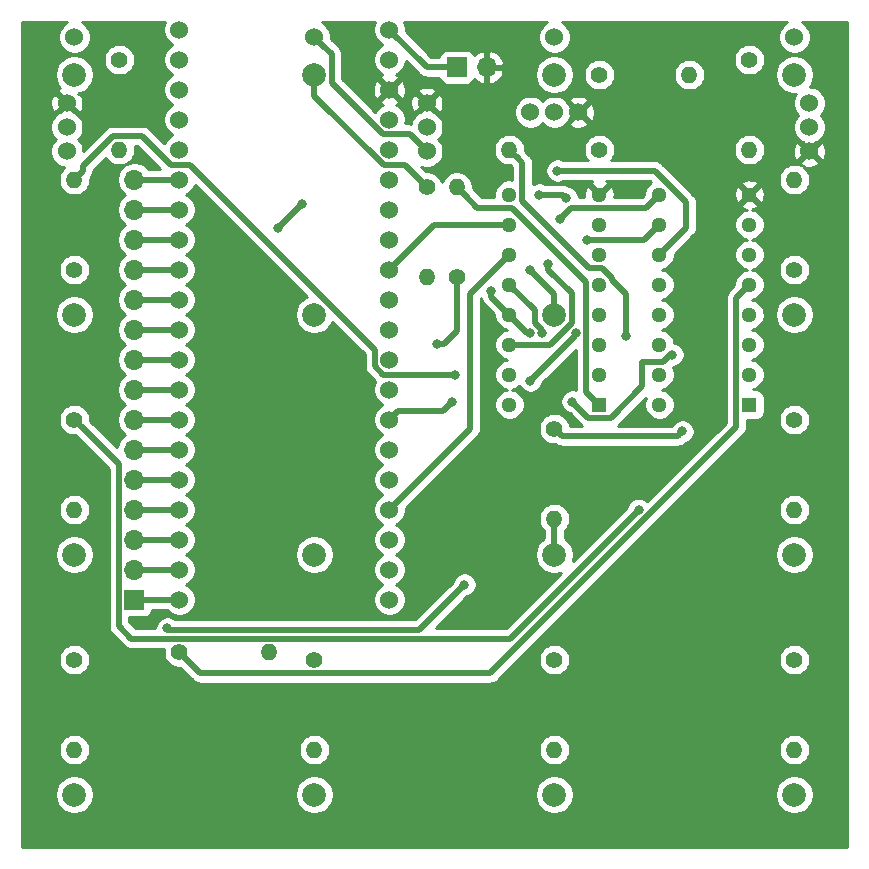
<source format=gbr>
G04 #@! TF.GenerationSoftware,KiCad,Pcbnew,5.1.5+dfsg1-2build2*
G04 #@! TF.CreationDate,2021-07-27T21:04:27-05:00*
G04 #@! TF.ProjectId,pico_cube,7069636f-5f63-4756-9265-2e6b69636164,rev?*
G04 #@! TF.SameCoordinates,Original*
G04 #@! TF.FileFunction,Copper,L2,Bot*
G04 #@! TF.FilePolarity,Positive*
%FSLAX46Y46*%
G04 Gerber Fmt 4.6, Leading zero omitted, Abs format (unit mm)*
G04 Created by KiCad (PCBNEW 5.1.5+dfsg1-2build2) date 2021-07-27 21:04:27*
%MOMM*%
%LPD*%
G04 APERTURE LIST*
%ADD10C,1.524000*%
%ADD11C,1.295400*%
%ADD12R,1.295400X1.295400*%
%ADD13C,2.000000*%
%ADD14O,1.400000X1.400000*%
%ADD15C,1.400000*%
%ADD16O,1.700000X1.700000*%
%ADD17R,1.700000X1.700000*%
%ADD18C,0.800000*%
%ADD19C,0.500000*%
%ADD20C,0.254000*%
G04 APERTURE END LIST*
D10*
X91440000Y-57785000D03*
X111760000Y-57785000D03*
X132080000Y-57785000D03*
X152400000Y-57785000D03*
D11*
X128270000Y-88900000D03*
X128270000Y-86360000D03*
X128270000Y-83820000D03*
X128270000Y-81280000D03*
X128270000Y-78740000D03*
X128270000Y-76200000D03*
X128270000Y-73660000D03*
X128270000Y-71120000D03*
X135890000Y-71120000D03*
X135890000Y-73660000D03*
X135890000Y-76200000D03*
X135890000Y-78740000D03*
X135890000Y-81280000D03*
X135890000Y-83820000D03*
X135890000Y-86360000D03*
D12*
X135890000Y-88900000D03*
D13*
X152400000Y-60960000D03*
X132080000Y-60960000D03*
X111760000Y-60960000D03*
X91440000Y-60960000D03*
X152400000Y-81280000D03*
X132080000Y-81280000D03*
X111760000Y-81280000D03*
X91440000Y-81280000D03*
X152400000Y-101600000D03*
X132080000Y-101600000D03*
X111760000Y-101600000D03*
X91440000Y-101600000D03*
X152400000Y-121920000D03*
X132080000Y-121920000D03*
X111760000Y-121920000D03*
X91440000Y-121920000D03*
D11*
X140970000Y-88900000D03*
X140970000Y-86360000D03*
X140970000Y-83820000D03*
X140970000Y-81280000D03*
X140970000Y-78740000D03*
X140970000Y-76200000D03*
X140970000Y-73660000D03*
X140970000Y-71120000D03*
X148590000Y-71120000D03*
X148590000Y-73660000D03*
X148590000Y-76200000D03*
X148590000Y-78740000D03*
X148590000Y-81280000D03*
X148590000Y-83820000D03*
X148590000Y-86360000D03*
D12*
X148590000Y-88900000D03*
D10*
X118110000Y-57150000D03*
X118110000Y-59690000D03*
X118110000Y-62230000D03*
X118110000Y-64770000D03*
X118110000Y-67310000D03*
X118110000Y-69850000D03*
X118110000Y-72390000D03*
X118110000Y-74930000D03*
X118110000Y-77470000D03*
X118110000Y-80010000D03*
X118110000Y-82550000D03*
X118110000Y-85090000D03*
X118110000Y-87630000D03*
X118110000Y-90170000D03*
X118110000Y-92710000D03*
X118110000Y-95250000D03*
X118110000Y-97790000D03*
X118110000Y-100330000D03*
X118110000Y-102870000D03*
X118110000Y-105410000D03*
X100330000Y-105410000D03*
X100330000Y-102870000D03*
X100330000Y-100330000D03*
X100330000Y-97790000D03*
X100330000Y-95250000D03*
X100330000Y-92710000D03*
X100330000Y-90170000D03*
X100330000Y-87630000D03*
X100330000Y-85090000D03*
X100330000Y-82550000D03*
X100330000Y-80010000D03*
X100330000Y-77470000D03*
X100330000Y-74930000D03*
X100330000Y-72390000D03*
X100330000Y-69850000D03*
X100330000Y-67310000D03*
X100330000Y-64770000D03*
X100330000Y-62230000D03*
X100330000Y-59690000D03*
X100330000Y-57150000D03*
D14*
X152400000Y-97790000D03*
D15*
X152400000Y-90170000D03*
D14*
X132080000Y-98552000D03*
D15*
X132080000Y-90932000D03*
D14*
X107950000Y-109855000D03*
D15*
X100330000Y-109855000D03*
D14*
X91440000Y-97790000D03*
D15*
X91440000Y-90170000D03*
D14*
X152400000Y-118110000D03*
D15*
X152400000Y-110490000D03*
D14*
X132080000Y-118110000D03*
D15*
X132080000Y-110490000D03*
D14*
X111760000Y-118110000D03*
D15*
X111760000Y-110490000D03*
D14*
X91440000Y-118110000D03*
D15*
X91440000Y-110490000D03*
D14*
X148590000Y-67310000D03*
D15*
X148590000Y-59690000D03*
D14*
X143510000Y-60960000D03*
D15*
X135890000Y-60960000D03*
D14*
X121285000Y-78105000D03*
D15*
X121285000Y-70485000D03*
D14*
X95250000Y-67310000D03*
D15*
X95250000Y-59690000D03*
D14*
X152400000Y-69850000D03*
D15*
X152400000Y-77470000D03*
D14*
X128270000Y-67310000D03*
D15*
X135890000Y-67310000D03*
D14*
X123825000Y-70485000D03*
D15*
X123825000Y-78105000D03*
D14*
X91440000Y-69850000D03*
D15*
X91440000Y-77470000D03*
D16*
X126365000Y-60325000D03*
D17*
X123825000Y-60325000D03*
D16*
X96520000Y-69850000D03*
X96520000Y-72390000D03*
X96520000Y-74930000D03*
X96520000Y-77470000D03*
X96520000Y-80010000D03*
X96520000Y-82550000D03*
X96520000Y-85090000D03*
X96520000Y-87630000D03*
X96520000Y-90170000D03*
X96520000Y-92710000D03*
X96520000Y-95250000D03*
X96520000Y-97790000D03*
X96520000Y-100330000D03*
X96520000Y-102870000D03*
D17*
X96520000Y-105410000D03*
D10*
X90805000Y-63373000D03*
X90805000Y-67437000D03*
X90805000Y-65405000D03*
X121285000Y-63373000D03*
X121285000Y-67437000D03*
X121285000Y-65405000D03*
X134112000Y-64135000D03*
X130048000Y-64135000D03*
X132080000Y-64135000D03*
X153670000Y-67437000D03*
X153670000Y-63373000D03*
X153670000Y-65405000D03*
D18*
X110744000Y-71882000D03*
X108712000Y-73914000D03*
X123698000Y-86360000D03*
X122116001Y-83762001D03*
X138176000Y-83058000D03*
X130048000Y-77470000D03*
X124460000Y-104140000D03*
X99314000Y-107854999D03*
X139215042Y-97813042D03*
X142917701Y-91166289D03*
X133604000Y-88646000D03*
X130048000Y-82804000D03*
X142067701Y-84663701D03*
X126746000Y-79248000D03*
X130810000Y-71120000D03*
X134874000Y-74930000D03*
X133096000Y-71374000D03*
X131064000Y-82804000D03*
X123444000Y-88646000D03*
X130048000Y-86868000D03*
X133881042Y-82827042D03*
X132334000Y-69088000D03*
X131572000Y-76962000D03*
X132588000Y-73152000D03*
D19*
X112521999Y-58546999D02*
X111760000Y-57785000D01*
X113210001Y-59235001D02*
X112521999Y-58546999D01*
X113210001Y-61663763D02*
X113210001Y-59235001D01*
X117528239Y-65982001D02*
X113210001Y-61663763D01*
X119830001Y-65982001D02*
X117528239Y-65982001D01*
X121285000Y-67437000D02*
X119830001Y-65982001D01*
X96520000Y-69850000D02*
X100330000Y-69850000D01*
X96520000Y-72390000D02*
X100330000Y-72390000D01*
X96520000Y-74930000D02*
X100330000Y-74930000D01*
X100330000Y-77470000D02*
X96520000Y-77470000D01*
X96520000Y-80010000D02*
X100330000Y-80010000D01*
X100330000Y-82550000D02*
X96520000Y-82550000D01*
X96520000Y-85090000D02*
X100330000Y-85090000D01*
X100330000Y-87630000D02*
X96520000Y-87630000D01*
X96520000Y-90170000D02*
X100330000Y-90170000D01*
X100330000Y-92710000D02*
X96520000Y-92710000D01*
X96520000Y-95250000D02*
X100330000Y-95250000D01*
X96520000Y-97790000D02*
X100330000Y-97790000D01*
X96520000Y-100330000D02*
X100330000Y-100330000D01*
X96520000Y-102870000D02*
X100330000Y-102870000D01*
X96520000Y-105410000D02*
X100330000Y-105410000D01*
X121285000Y-60325000D02*
X123825000Y-60325000D01*
X118110000Y-57150000D02*
X121285000Y-60325000D01*
X110744000Y-71882000D02*
X108712000Y-73914000D01*
X94697999Y-66159999D02*
X97147999Y-66159999D01*
X92139999Y-68717999D02*
X94697999Y-66159999D01*
X92139999Y-69150001D02*
X92139999Y-68717999D01*
X91440000Y-69850000D02*
X92139999Y-69150001D01*
X116897999Y-85671761D02*
X117586238Y-86360000D01*
X116897999Y-84271997D02*
X116897999Y-85671761D01*
X101264001Y-68637999D02*
X116897999Y-84271997D01*
X99625999Y-68637999D02*
X101264001Y-68637999D01*
X97147999Y-66159999D02*
X99625999Y-68637999D01*
X117586238Y-86360000D02*
X123698000Y-86360000D01*
X124524999Y-71184999D02*
X123825000Y-70485000D01*
X125557701Y-72217701D02*
X124524999Y-71184999D01*
X128452299Y-72217701D02*
X125557701Y-72217701D01*
X134792299Y-78557701D02*
X128452299Y-72217701D01*
X134792299Y-87802299D02*
X134792299Y-78557701D01*
X135890000Y-88900000D02*
X134792299Y-87802299D01*
X122116001Y-83762001D02*
X122739999Y-83762001D01*
X123825000Y-82677000D02*
X123825000Y-78105000D01*
X122739999Y-83762001D02*
X123825000Y-82677000D01*
X138176000Y-83058000D02*
X138176000Y-79502000D01*
X129367701Y-68407701D02*
X128969999Y-68009999D01*
X129367701Y-71646897D02*
X129367701Y-68407701D01*
X135018505Y-77297701D02*
X129367701Y-71646897D01*
X136072299Y-77297701D02*
X135018505Y-77297701D01*
X128969999Y-68009999D02*
X128270000Y-67310000D01*
X136987701Y-78213103D02*
X136072299Y-77297701D01*
X136987701Y-78313701D02*
X136987701Y-78213103D01*
X138176000Y-79502000D02*
X136987701Y-78313701D01*
X132080000Y-81280000D02*
X132080000Y-79502000D01*
X132080000Y-79502000D02*
X130048000Y-77470000D01*
X111760000Y-62374213D02*
X111760000Y-60960000D01*
X111760000Y-62753762D02*
X111760000Y-62374213D01*
X117644237Y-68637999D02*
X111760000Y-62753762D01*
X119437999Y-68637999D02*
X117644237Y-68637999D01*
X121285000Y-70485000D02*
X119437999Y-68637999D01*
X124460000Y-104140000D02*
X120650000Y-107950000D01*
X120650000Y-107950000D02*
X102108000Y-107950000D01*
X99409001Y-107950000D02*
X99314000Y-107854999D01*
X102108000Y-107950000D02*
X99409001Y-107950000D01*
X128323085Y-108704999D02*
X96258999Y-108704999D01*
X139215042Y-97813042D02*
X128323085Y-108704999D01*
X92139999Y-90869999D02*
X91440000Y-90170000D01*
X95219999Y-93949999D02*
X92139999Y-90869999D01*
X95219999Y-107665999D02*
X95219999Y-93949999D01*
X96258999Y-108704999D02*
X95219999Y-107665999D01*
X147942301Y-79387699D02*
X148590000Y-78740000D01*
X147492299Y-90793787D02*
X147492299Y-79837701D01*
X126646085Y-111640001D02*
X147492299Y-90793787D01*
X147492299Y-79837701D02*
X147942301Y-79387699D01*
X102115001Y-111640001D02*
X126646085Y-111640001D01*
X100330000Y-109855000D02*
X102115001Y-111640001D01*
X132080000Y-98552000D02*
X132080000Y-101600000D01*
X132081424Y-90932000D02*
X132080000Y-90932000D01*
X142517702Y-91566288D02*
X132715712Y-91566288D01*
X132715712Y-91566288D02*
X132081424Y-90932000D01*
X142917701Y-91166289D02*
X142517702Y-91566288D01*
X136897701Y-89997701D02*
X134955701Y-89997701D01*
X139527701Y-87367701D02*
X136897701Y-89997701D01*
X139527701Y-85262299D02*
X139527701Y-87367701D01*
X134955701Y-89997701D02*
X133604000Y-88646000D01*
X129794000Y-82804000D02*
X128270000Y-81280000D01*
X130048000Y-82804000D02*
X129794000Y-82804000D01*
X139527701Y-85262299D02*
X141305701Y-85262299D01*
X141904299Y-84663701D02*
X142067701Y-84663701D01*
X141305701Y-85262299D02*
X141904299Y-84663701D01*
X128270000Y-81280000D02*
X126746000Y-79756000D01*
X126746000Y-79756000D02*
X126746000Y-79248000D01*
X121920000Y-73660000D02*
X128270000Y-73660000D01*
X118110000Y-77470000D02*
X121920000Y-73660000D01*
X139700000Y-74930000D02*
X140970000Y-73660000D01*
X134874000Y-74930000D02*
X139700000Y-74930000D01*
X130810000Y-71120000D02*
X132842000Y-71120000D01*
X132842000Y-71120000D02*
X133096000Y-71374000D01*
X130456001Y-81953999D02*
X131064000Y-82561998D01*
X130456001Y-80926001D02*
X130456001Y-81953999D01*
X128270000Y-78740000D02*
X130456001Y-80926001D01*
X131064000Y-82561998D02*
X131064000Y-82804000D01*
X118871999Y-89408001D02*
X122681999Y-89408001D01*
X118110000Y-90170000D02*
X118871999Y-89408001D01*
X122681999Y-89408001D02*
X123444000Y-88646000D01*
X130048000Y-86868000D02*
X133858000Y-83058000D01*
X133858000Y-83058000D02*
X133858000Y-82804000D01*
X133858000Y-82804000D02*
X133881042Y-82827042D01*
X127622301Y-76847699D02*
X128270000Y-76200000D01*
X124975001Y-79494999D02*
X127622301Y-76847699D01*
X124975001Y-90924999D02*
X124975001Y-79494999D01*
X118110000Y-97790000D02*
X124975001Y-90924999D01*
X140562598Y-69088000D02*
X143256000Y-71781402D01*
X132334000Y-69088000D02*
X140562598Y-69088000D01*
X143256000Y-73914000D02*
X140970000Y-76200000D01*
X143256000Y-71781402D02*
X143256000Y-73914000D01*
X133530001Y-81976001D02*
X133530001Y-79428001D01*
X131686002Y-83820000D02*
X133530001Y-81976001D01*
X128270000Y-83820000D02*
X131686002Y-83820000D01*
X133530001Y-79428001D02*
X131572000Y-77470000D01*
X131572000Y-77470000D02*
X131572000Y-76962000D01*
X140322301Y-71767699D02*
X140970000Y-71120000D01*
X139872299Y-72217701D02*
X140322301Y-71767699D01*
X133522299Y-72217701D02*
X139872299Y-72217701D01*
X132588000Y-73152000D02*
X133522299Y-72217701D01*
D20*
G36*
X90778273Y-56546995D02*
G01*
X90549465Y-56699880D01*
X90354880Y-56894465D01*
X90201995Y-57123273D01*
X90096686Y-57377510D01*
X90043000Y-57647408D01*
X90043000Y-57922592D01*
X90096686Y-58192490D01*
X90201995Y-58446727D01*
X90354880Y-58675535D01*
X90549465Y-58870120D01*
X90778273Y-59023005D01*
X91032510Y-59128314D01*
X91302408Y-59182000D01*
X91577592Y-59182000D01*
X91847490Y-59128314D01*
X92101727Y-59023005D01*
X92330535Y-58870120D01*
X92525120Y-58675535D01*
X92678005Y-58446727D01*
X92783314Y-58192490D01*
X92837000Y-57922592D01*
X92837000Y-57647408D01*
X92783314Y-57377510D01*
X92678005Y-57123273D01*
X92525120Y-56894465D01*
X92330535Y-56699880D01*
X92101727Y-56546995D01*
X92084840Y-56540000D01*
X99070569Y-56540000D01*
X98986686Y-56742510D01*
X98933000Y-57012408D01*
X98933000Y-57287592D01*
X98986686Y-57557490D01*
X99091995Y-57811727D01*
X99244880Y-58040535D01*
X99439465Y-58235120D01*
X99668273Y-58388005D01*
X99745515Y-58420000D01*
X99668273Y-58451995D01*
X99439465Y-58604880D01*
X99244880Y-58799465D01*
X99091995Y-59028273D01*
X98986686Y-59282510D01*
X98933000Y-59552408D01*
X98933000Y-59827592D01*
X98986686Y-60097490D01*
X99091995Y-60351727D01*
X99244880Y-60580535D01*
X99439465Y-60775120D01*
X99668273Y-60928005D01*
X99745515Y-60960000D01*
X99668273Y-60991995D01*
X99439465Y-61144880D01*
X99244880Y-61339465D01*
X99091995Y-61568273D01*
X98986686Y-61822510D01*
X98933000Y-62092408D01*
X98933000Y-62367592D01*
X98986686Y-62637490D01*
X99091995Y-62891727D01*
X99244880Y-63120535D01*
X99439465Y-63315120D01*
X99668273Y-63468005D01*
X99745515Y-63500000D01*
X99668273Y-63531995D01*
X99439465Y-63684880D01*
X99244880Y-63879465D01*
X99091995Y-64108273D01*
X98986686Y-64362510D01*
X98933000Y-64632408D01*
X98933000Y-64907592D01*
X98986686Y-65177490D01*
X99091995Y-65431727D01*
X99244880Y-65660535D01*
X99439465Y-65855120D01*
X99668273Y-66008005D01*
X99745515Y-66040000D01*
X99668273Y-66071995D01*
X99439465Y-66224880D01*
X99244880Y-66419465D01*
X99091995Y-66648273D01*
X99032203Y-66792624D01*
X97804533Y-65564955D01*
X97776816Y-65531182D01*
X97642058Y-65420588D01*
X97488312Y-65338410D01*
X97321489Y-65287804D01*
X97191476Y-65274999D01*
X97191468Y-65274999D01*
X97147999Y-65270718D01*
X97104530Y-65274999D01*
X94741464Y-65274999D01*
X94697998Y-65270718D01*
X94654532Y-65274999D01*
X94654522Y-65274999D01*
X94524509Y-65287804D01*
X94357686Y-65338410D01*
X94203940Y-65420588D01*
X94203938Y-65420589D01*
X94203939Y-65420589D01*
X94102952Y-65503467D01*
X94102950Y-65503469D01*
X94069182Y-65531182D01*
X94041469Y-65564950D01*
X92202000Y-67404420D01*
X92202000Y-67299408D01*
X92148314Y-67029510D01*
X92043005Y-66775273D01*
X91890120Y-66546465D01*
X91764655Y-66421000D01*
X91890120Y-66295535D01*
X92043005Y-66066727D01*
X92148314Y-65812490D01*
X92202000Y-65542592D01*
X92202000Y-65267408D01*
X92148314Y-64997510D01*
X92043005Y-64743273D01*
X91890120Y-64514465D01*
X91695535Y-64319880D01*
X91466727Y-64166995D01*
X91385917Y-64133522D01*
X90805000Y-63552605D01*
X90224083Y-64133522D01*
X90143273Y-64166995D01*
X89914465Y-64319880D01*
X89719880Y-64514465D01*
X89566995Y-64743273D01*
X89461686Y-64997510D01*
X89408000Y-65267408D01*
X89408000Y-65542592D01*
X89461686Y-65812490D01*
X89566995Y-66066727D01*
X89719880Y-66295535D01*
X89845345Y-66421000D01*
X89719880Y-66546465D01*
X89566995Y-66775273D01*
X89461686Y-67029510D01*
X89408000Y-67299408D01*
X89408000Y-67574592D01*
X89461686Y-67844490D01*
X89566995Y-68098727D01*
X89719880Y-68327535D01*
X89914465Y-68522120D01*
X90143273Y-68675005D01*
X90397510Y-68780314D01*
X90584514Y-68817511D01*
X90403038Y-68998987D01*
X90256939Y-69217641D01*
X90156304Y-69460595D01*
X90105000Y-69718514D01*
X90105000Y-69981486D01*
X90156304Y-70239405D01*
X90256939Y-70482359D01*
X90403038Y-70701013D01*
X90588987Y-70886962D01*
X90807641Y-71033061D01*
X91050595Y-71133696D01*
X91308514Y-71185000D01*
X91571486Y-71185000D01*
X91829405Y-71133696D01*
X92072359Y-71033061D01*
X92291013Y-70886962D01*
X92476962Y-70701013D01*
X92623061Y-70482359D01*
X92723696Y-70239405D01*
X92775000Y-69981486D01*
X92775000Y-69771283D01*
X92819700Y-69716817D01*
X92879409Y-69644061D01*
X92879410Y-69644060D01*
X92961588Y-69490314D01*
X93012194Y-69323491D01*
X93024999Y-69193478D01*
X93024999Y-69193468D01*
X93029280Y-69150002D01*
X93024999Y-69106535D01*
X93024999Y-69084577D01*
X94107105Y-68002472D01*
X94213038Y-68161013D01*
X94398987Y-68346962D01*
X94617641Y-68493061D01*
X94860595Y-68593696D01*
X95118514Y-68645000D01*
X95381486Y-68645000D01*
X95639405Y-68593696D01*
X95882359Y-68493061D01*
X96101013Y-68346962D01*
X96286962Y-68161013D01*
X96433061Y-67942359D01*
X96533696Y-67699405D01*
X96585000Y-67441486D01*
X96585000Y-67178514D01*
X96558442Y-67044999D01*
X96781421Y-67044999D01*
X98701421Y-68965000D01*
X97714656Y-68965000D01*
X97673475Y-68903368D01*
X97466632Y-68696525D01*
X97223411Y-68534010D01*
X96953158Y-68422068D01*
X96666260Y-68365000D01*
X96373740Y-68365000D01*
X96086842Y-68422068D01*
X95816589Y-68534010D01*
X95573368Y-68696525D01*
X95366525Y-68903368D01*
X95204010Y-69146589D01*
X95092068Y-69416842D01*
X95035000Y-69703740D01*
X95035000Y-69996260D01*
X95092068Y-70283158D01*
X95204010Y-70553411D01*
X95366525Y-70796632D01*
X95573368Y-71003475D01*
X95747760Y-71120000D01*
X95573368Y-71236525D01*
X95366525Y-71443368D01*
X95204010Y-71686589D01*
X95092068Y-71956842D01*
X95035000Y-72243740D01*
X95035000Y-72536260D01*
X95092068Y-72823158D01*
X95204010Y-73093411D01*
X95366525Y-73336632D01*
X95573368Y-73543475D01*
X95747760Y-73660000D01*
X95573368Y-73776525D01*
X95366525Y-73983368D01*
X95204010Y-74226589D01*
X95092068Y-74496842D01*
X95035000Y-74783740D01*
X95035000Y-75076260D01*
X95092068Y-75363158D01*
X95204010Y-75633411D01*
X95366525Y-75876632D01*
X95573368Y-76083475D01*
X95747760Y-76200000D01*
X95573368Y-76316525D01*
X95366525Y-76523368D01*
X95204010Y-76766589D01*
X95092068Y-77036842D01*
X95035000Y-77323740D01*
X95035000Y-77616260D01*
X95092068Y-77903158D01*
X95204010Y-78173411D01*
X95366525Y-78416632D01*
X95573368Y-78623475D01*
X95747760Y-78740000D01*
X95573368Y-78856525D01*
X95366525Y-79063368D01*
X95204010Y-79306589D01*
X95092068Y-79576842D01*
X95035000Y-79863740D01*
X95035000Y-80156260D01*
X95092068Y-80443158D01*
X95204010Y-80713411D01*
X95366525Y-80956632D01*
X95573368Y-81163475D01*
X95747760Y-81280000D01*
X95573368Y-81396525D01*
X95366525Y-81603368D01*
X95204010Y-81846589D01*
X95092068Y-82116842D01*
X95035000Y-82403740D01*
X95035000Y-82696260D01*
X95092068Y-82983158D01*
X95204010Y-83253411D01*
X95366525Y-83496632D01*
X95573368Y-83703475D01*
X95747760Y-83820000D01*
X95573368Y-83936525D01*
X95366525Y-84143368D01*
X95204010Y-84386589D01*
X95092068Y-84656842D01*
X95035000Y-84943740D01*
X95035000Y-85236260D01*
X95092068Y-85523158D01*
X95204010Y-85793411D01*
X95366525Y-86036632D01*
X95573368Y-86243475D01*
X95747760Y-86360000D01*
X95573368Y-86476525D01*
X95366525Y-86683368D01*
X95204010Y-86926589D01*
X95092068Y-87196842D01*
X95035000Y-87483740D01*
X95035000Y-87776260D01*
X95092068Y-88063158D01*
X95204010Y-88333411D01*
X95366525Y-88576632D01*
X95573368Y-88783475D01*
X95747760Y-88900000D01*
X95573368Y-89016525D01*
X95366525Y-89223368D01*
X95204010Y-89466589D01*
X95092068Y-89736842D01*
X95035000Y-90023740D01*
X95035000Y-90316260D01*
X95092068Y-90603158D01*
X95204010Y-90873411D01*
X95366525Y-91116632D01*
X95573368Y-91323475D01*
X95747760Y-91440000D01*
X95573368Y-91556525D01*
X95366525Y-91763368D01*
X95204010Y-92006589D01*
X95092068Y-92276842D01*
X95043348Y-92521770D01*
X92796535Y-90274957D01*
X92796531Y-90274952D01*
X92775000Y-90253421D01*
X92775000Y-90038514D01*
X92723696Y-89780595D01*
X92623061Y-89537641D01*
X92476962Y-89318987D01*
X92291013Y-89133038D01*
X92072359Y-88986939D01*
X91829405Y-88886304D01*
X91571486Y-88835000D01*
X91308514Y-88835000D01*
X91050595Y-88886304D01*
X90807641Y-88986939D01*
X90588987Y-89133038D01*
X90403038Y-89318987D01*
X90256939Y-89537641D01*
X90156304Y-89780595D01*
X90105000Y-90038514D01*
X90105000Y-90301486D01*
X90156304Y-90559405D01*
X90256939Y-90802359D01*
X90403038Y-91021013D01*
X90588987Y-91206962D01*
X90807641Y-91353061D01*
X91050595Y-91453696D01*
X91308514Y-91505000D01*
X91523421Y-91505000D01*
X91544952Y-91526531D01*
X91544957Y-91526535D01*
X94335000Y-94316579D01*
X94334999Y-107622530D01*
X94330718Y-107665999D01*
X94334999Y-107709468D01*
X94334999Y-107709475D01*
X94347804Y-107839488D01*
X94398410Y-108006311D01*
X94480588Y-108160057D01*
X94591182Y-108294816D01*
X94624955Y-108322533D01*
X95602469Y-109300048D01*
X95630182Y-109333816D01*
X95663950Y-109361529D01*
X95663952Y-109361531D01*
X95764939Y-109444409D01*
X95764940Y-109444410D01*
X95918686Y-109526588D01*
X96085509Y-109577194D01*
X96215522Y-109589999D01*
X96215530Y-109589999D01*
X96258999Y-109594280D01*
X96302468Y-109589999D01*
X99021558Y-109589999D01*
X98995000Y-109723514D01*
X98995000Y-109986486D01*
X99046304Y-110244405D01*
X99146939Y-110487359D01*
X99293038Y-110706013D01*
X99478987Y-110891962D01*
X99697641Y-111038061D01*
X99940595Y-111138696D01*
X100198514Y-111190000D01*
X100413422Y-111190000D01*
X101458471Y-112235050D01*
X101486184Y-112268818D01*
X101519952Y-112296531D01*
X101519954Y-112296533D01*
X101620942Y-112379412D01*
X101774687Y-112461590D01*
X101941511Y-112512196D01*
X102071524Y-112525001D01*
X102071532Y-112525001D01*
X102115001Y-112529282D01*
X102158470Y-112525001D01*
X126602616Y-112525001D01*
X126646085Y-112529282D01*
X126689554Y-112525001D01*
X126689562Y-112525001D01*
X126819575Y-112512196D01*
X126986398Y-112461590D01*
X127140144Y-112379412D01*
X127274902Y-112268818D01*
X127302619Y-112235045D01*
X129179150Y-110358514D01*
X130745000Y-110358514D01*
X130745000Y-110621486D01*
X130796304Y-110879405D01*
X130896939Y-111122359D01*
X131043038Y-111341013D01*
X131228987Y-111526962D01*
X131447641Y-111673061D01*
X131690595Y-111773696D01*
X131948514Y-111825000D01*
X132211486Y-111825000D01*
X132469405Y-111773696D01*
X132712359Y-111673061D01*
X132931013Y-111526962D01*
X133116962Y-111341013D01*
X133263061Y-111122359D01*
X133363696Y-110879405D01*
X133415000Y-110621486D01*
X133415000Y-110358514D01*
X151065000Y-110358514D01*
X151065000Y-110621486D01*
X151116304Y-110879405D01*
X151216939Y-111122359D01*
X151363038Y-111341013D01*
X151548987Y-111526962D01*
X151767641Y-111673061D01*
X152010595Y-111773696D01*
X152268514Y-111825000D01*
X152531486Y-111825000D01*
X152789405Y-111773696D01*
X153032359Y-111673061D01*
X153251013Y-111526962D01*
X153436962Y-111341013D01*
X153583061Y-111122359D01*
X153683696Y-110879405D01*
X153735000Y-110621486D01*
X153735000Y-110358514D01*
X153683696Y-110100595D01*
X153583061Y-109857641D01*
X153436962Y-109638987D01*
X153251013Y-109453038D01*
X153032359Y-109306939D01*
X152789405Y-109206304D01*
X152531486Y-109155000D01*
X152268514Y-109155000D01*
X152010595Y-109206304D01*
X151767641Y-109306939D01*
X151548987Y-109453038D01*
X151363038Y-109638987D01*
X151216939Y-109857641D01*
X151116304Y-110100595D01*
X151065000Y-110358514D01*
X133415000Y-110358514D01*
X133363696Y-110100595D01*
X133263061Y-109857641D01*
X133116962Y-109638987D01*
X132931013Y-109453038D01*
X132712359Y-109306939D01*
X132469405Y-109206304D01*
X132211486Y-109155000D01*
X131948514Y-109155000D01*
X131690595Y-109206304D01*
X131447641Y-109306939D01*
X131228987Y-109453038D01*
X131043038Y-109638987D01*
X130896939Y-109857641D01*
X130796304Y-110100595D01*
X130745000Y-110358514D01*
X129179150Y-110358514D01*
X138098697Y-101438967D01*
X150765000Y-101438967D01*
X150765000Y-101761033D01*
X150827832Y-102076912D01*
X150951082Y-102374463D01*
X151130013Y-102642252D01*
X151357748Y-102869987D01*
X151625537Y-103048918D01*
X151923088Y-103172168D01*
X152238967Y-103235000D01*
X152561033Y-103235000D01*
X152876912Y-103172168D01*
X153174463Y-103048918D01*
X153442252Y-102869987D01*
X153669987Y-102642252D01*
X153848918Y-102374463D01*
X153972168Y-102076912D01*
X154035000Y-101761033D01*
X154035000Y-101438967D01*
X153972168Y-101123088D01*
X153848918Y-100825537D01*
X153669987Y-100557748D01*
X153442252Y-100330013D01*
X153174463Y-100151082D01*
X152876912Y-100027832D01*
X152561033Y-99965000D01*
X152238967Y-99965000D01*
X151923088Y-100027832D01*
X151625537Y-100151082D01*
X151357748Y-100330013D01*
X151130013Y-100557748D01*
X150951082Y-100825537D01*
X150827832Y-101123088D01*
X150765000Y-101438967D01*
X138098697Y-101438967D01*
X141879150Y-97658514D01*
X151065000Y-97658514D01*
X151065000Y-97921486D01*
X151116304Y-98179405D01*
X151216939Y-98422359D01*
X151363038Y-98641013D01*
X151548987Y-98826962D01*
X151767641Y-98973061D01*
X152010595Y-99073696D01*
X152268514Y-99125000D01*
X152531486Y-99125000D01*
X152789405Y-99073696D01*
X153032359Y-98973061D01*
X153251013Y-98826962D01*
X153436962Y-98641013D01*
X153583061Y-98422359D01*
X153683696Y-98179405D01*
X153735000Y-97921486D01*
X153735000Y-97658514D01*
X153683696Y-97400595D01*
X153583061Y-97157641D01*
X153436962Y-96938987D01*
X153251013Y-96753038D01*
X153032359Y-96606939D01*
X152789405Y-96506304D01*
X152531486Y-96455000D01*
X152268514Y-96455000D01*
X152010595Y-96506304D01*
X151767641Y-96606939D01*
X151548987Y-96753038D01*
X151363038Y-96938987D01*
X151216939Y-97157641D01*
X151116304Y-97400595D01*
X151065000Y-97658514D01*
X141879150Y-97658514D01*
X148087350Y-91450315D01*
X148121116Y-91422604D01*
X148189089Y-91339780D01*
X148231710Y-91287846D01*
X148313888Y-91134101D01*
X148364494Y-90967277D01*
X148364494Y-90967276D01*
X148377299Y-90837264D01*
X148377299Y-90837256D01*
X148381580Y-90793787D01*
X148377299Y-90750318D01*
X148377299Y-90185772D01*
X149237700Y-90185772D01*
X149362182Y-90173512D01*
X149481880Y-90137202D01*
X149592194Y-90078237D01*
X149640596Y-90038514D01*
X151065000Y-90038514D01*
X151065000Y-90301486D01*
X151116304Y-90559405D01*
X151216939Y-90802359D01*
X151363038Y-91021013D01*
X151548987Y-91206962D01*
X151767641Y-91353061D01*
X152010595Y-91453696D01*
X152268514Y-91505000D01*
X152531486Y-91505000D01*
X152789405Y-91453696D01*
X153032359Y-91353061D01*
X153251013Y-91206962D01*
X153436962Y-91021013D01*
X153583061Y-90802359D01*
X153683696Y-90559405D01*
X153735000Y-90301486D01*
X153735000Y-90038514D01*
X153683696Y-89780595D01*
X153583061Y-89537641D01*
X153436962Y-89318987D01*
X153251013Y-89133038D01*
X153032359Y-88986939D01*
X152789405Y-88886304D01*
X152531486Y-88835000D01*
X152268514Y-88835000D01*
X152010595Y-88886304D01*
X151767641Y-88986939D01*
X151548987Y-89133038D01*
X151363038Y-89318987D01*
X151216939Y-89537641D01*
X151116304Y-89780595D01*
X151065000Y-90038514D01*
X149640596Y-90038514D01*
X149688885Y-89998885D01*
X149768237Y-89902194D01*
X149827202Y-89791880D01*
X149863512Y-89672182D01*
X149875772Y-89547700D01*
X149875772Y-88252300D01*
X149863512Y-88127818D01*
X149827202Y-88008120D01*
X149768237Y-87897806D01*
X149688885Y-87801115D01*
X149592194Y-87721763D01*
X149481880Y-87662798D01*
X149362182Y-87626488D01*
X149237700Y-87614228D01*
X148859472Y-87614228D01*
X148964150Y-87593406D01*
X149197586Y-87496714D01*
X149407673Y-87356338D01*
X149586338Y-87177673D01*
X149726714Y-86967586D01*
X149823406Y-86734150D01*
X149872700Y-86486335D01*
X149872700Y-86233665D01*
X149823406Y-85985850D01*
X149726714Y-85752414D01*
X149586338Y-85542327D01*
X149407673Y-85363662D01*
X149197586Y-85223286D01*
X148964150Y-85126594D01*
X148780182Y-85090000D01*
X148964150Y-85053406D01*
X149197586Y-84956714D01*
X149407673Y-84816338D01*
X149586338Y-84637673D01*
X149726714Y-84427586D01*
X149823406Y-84194150D01*
X149872700Y-83946335D01*
X149872700Y-83693665D01*
X149823406Y-83445850D01*
X149726714Y-83212414D01*
X149586338Y-83002327D01*
X149407673Y-82823662D01*
X149197586Y-82683286D01*
X148964150Y-82586594D01*
X148780182Y-82550000D01*
X148964150Y-82513406D01*
X149197586Y-82416714D01*
X149407673Y-82276338D01*
X149586338Y-82097673D01*
X149726714Y-81887586D01*
X149823406Y-81654150D01*
X149872700Y-81406335D01*
X149872700Y-81153665D01*
X149865799Y-81118967D01*
X150765000Y-81118967D01*
X150765000Y-81441033D01*
X150827832Y-81756912D01*
X150951082Y-82054463D01*
X151130013Y-82322252D01*
X151357748Y-82549987D01*
X151625537Y-82728918D01*
X151923088Y-82852168D01*
X152238967Y-82915000D01*
X152561033Y-82915000D01*
X152876912Y-82852168D01*
X153174463Y-82728918D01*
X153442252Y-82549987D01*
X153669987Y-82322252D01*
X153848918Y-82054463D01*
X153972168Y-81756912D01*
X154035000Y-81441033D01*
X154035000Y-81118967D01*
X153972168Y-80803088D01*
X153848918Y-80505537D01*
X153669987Y-80237748D01*
X153442252Y-80010013D01*
X153174463Y-79831082D01*
X152876912Y-79707832D01*
X152561033Y-79645000D01*
X152238967Y-79645000D01*
X151923088Y-79707832D01*
X151625537Y-79831082D01*
X151357748Y-80010013D01*
X151130013Y-80237748D01*
X150951082Y-80505537D01*
X150827832Y-80803088D01*
X150765000Y-81118967D01*
X149865799Y-81118967D01*
X149823406Y-80905850D01*
X149726714Y-80672414D01*
X149586338Y-80462327D01*
X149407673Y-80283662D01*
X149197586Y-80143286D01*
X148964150Y-80046594D01*
X148780182Y-80010000D01*
X148964150Y-79973406D01*
X149197586Y-79876714D01*
X149407673Y-79736338D01*
X149586338Y-79557673D01*
X149726714Y-79347586D01*
X149823406Y-79114150D01*
X149872700Y-78866335D01*
X149872700Y-78613665D01*
X149823406Y-78365850D01*
X149726714Y-78132414D01*
X149586338Y-77922327D01*
X149407673Y-77743662D01*
X149197586Y-77603286D01*
X148964150Y-77506594D01*
X148780182Y-77470000D01*
X148964150Y-77433406D01*
X149193240Y-77338514D01*
X151065000Y-77338514D01*
X151065000Y-77601486D01*
X151116304Y-77859405D01*
X151216939Y-78102359D01*
X151363038Y-78321013D01*
X151548987Y-78506962D01*
X151767641Y-78653061D01*
X152010595Y-78753696D01*
X152268514Y-78805000D01*
X152531486Y-78805000D01*
X152789405Y-78753696D01*
X153032359Y-78653061D01*
X153251013Y-78506962D01*
X153436962Y-78321013D01*
X153583061Y-78102359D01*
X153683696Y-77859405D01*
X153735000Y-77601486D01*
X153735000Y-77338514D01*
X153683696Y-77080595D01*
X153583061Y-76837641D01*
X153436962Y-76618987D01*
X153251013Y-76433038D01*
X153032359Y-76286939D01*
X152789405Y-76186304D01*
X152531486Y-76135000D01*
X152268514Y-76135000D01*
X152010595Y-76186304D01*
X151767641Y-76286939D01*
X151548987Y-76433038D01*
X151363038Y-76618987D01*
X151216939Y-76837641D01*
X151116304Y-77080595D01*
X151065000Y-77338514D01*
X149193240Y-77338514D01*
X149197586Y-77336714D01*
X149407673Y-77196338D01*
X149586338Y-77017673D01*
X149726714Y-76807586D01*
X149823406Y-76574150D01*
X149872700Y-76326335D01*
X149872700Y-76073665D01*
X149823406Y-75825850D01*
X149726714Y-75592414D01*
X149586338Y-75382327D01*
X149407673Y-75203662D01*
X149197586Y-75063286D01*
X148964150Y-74966594D01*
X148780182Y-74930000D01*
X148964150Y-74893406D01*
X149197586Y-74796714D01*
X149407673Y-74656338D01*
X149586338Y-74477673D01*
X149726714Y-74267586D01*
X149823406Y-74034150D01*
X149872700Y-73786335D01*
X149872700Y-73533665D01*
X149823406Y-73285850D01*
X149726714Y-73052414D01*
X149586338Y-72842327D01*
X149407673Y-72663662D01*
X149197586Y-72523286D01*
X148964150Y-72426594D01*
X148776192Y-72389206D01*
X148916084Y-72366975D01*
X149153092Y-72279399D01*
X149241168Y-72232321D01*
X149294277Y-72003882D01*
X148590000Y-71299605D01*
X147885723Y-72003882D01*
X147938832Y-72232321D01*
X148168347Y-72337985D01*
X148391995Y-72391556D01*
X148215850Y-72426594D01*
X147982414Y-72523286D01*
X147772327Y-72663662D01*
X147593662Y-72842327D01*
X147453286Y-73052414D01*
X147356594Y-73285850D01*
X147307300Y-73533665D01*
X147307300Y-73786335D01*
X147356594Y-74034150D01*
X147453286Y-74267586D01*
X147593662Y-74477673D01*
X147772327Y-74656338D01*
X147982414Y-74796714D01*
X148215850Y-74893406D01*
X148399818Y-74930000D01*
X148215850Y-74966594D01*
X147982414Y-75063286D01*
X147772327Y-75203662D01*
X147593662Y-75382327D01*
X147453286Y-75592414D01*
X147356594Y-75825850D01*
X147307300Y-76073665D01*
X147307300Y-76326335D01*
X147356594Y-76574150D01*
X147453286Y-76807586D01*
X147593662Y-77017673D01*
X147772327Y-77196338D01*
X147982414Y-77336714D01*
X148215850Y-77433406D01*
X148399818Y-77470000D01*
X148215850Y-77506594D01*
X147982414Y-77603286D01*
X147772327Y-77743662D01*
X147593662Y-77922327D01*
X147453286Y-78132414D01*
X147356594Y-78365850D01*
X147307300Y-78613665D01*
X147307300Y-78771122D01*
X146897251Y-79181171D01*
X146863483Y-79208884D01*
X146835770Y-79242652D01*
X146835767Y-79242655D01*
X146752889Y-79343642D01*
X146670711Y-79497388D01*
X146620104Y-79664211D01*
X146603018Y-79837701D01*
X146607300Y-79881180D01*
X146607299Y-90427208D01*
X139950109Y-97084398D01*
X139874816Y-97009105D01*
X139705298Y-96895837D01*
X139516940Y-96817816D01*
X139316981Y-96778042D01*
X139113103Y-96778042D01*
X138913144Y-96817816D01*
X138724786Y-96895837D01*
X138555268Y-97009105D01*
X138411105Y-97153268D01*
X138297837Y-97322786D01*
X138219816Y-97511144D01*
X138208507Y-97567998D01*
X133618633Y-102157872D01*
X133652168Y-102076912D01*
X133715000Y-101761033D01*
X133715000Y-101438967D01*
X133652168Y-101123088D01*
X133528918Y-100825537D01*
X133349987Y-100557748D01*
X133122252Y-100330013D01*
X132965000Y-100224941D01*
X132965000Y-99554975D01*
X133116962Y-99403013D01*
X133263061Y-99184359D01*
X133363696Y-98941405D01*
X133415000Y-98683486D01*
X133415000Y-98420514D01*
X133363696Y-98162595D01*
X133263061Y-97919641D01*
X133116962Y-97700987D01*
X132931013Y-97515038D01*
X132712359Y-97368939D01*
X132469405Y-97268304D01*
X132211486Y-97217000D01*
X131948514Y-97217000D01*
X131690595Y-97268304D01*
X131447641Y-97368939D01*
X131228987Y-97515038D01*
X131043038Y-97700987D01*
X130896939Y-97919641D01*
X130796304Y-98162595D01*
X130745000Y-98420514D01*
X130745000Y-98683486D01*
X130796304Y-98941405D01*
X130896939Y-99184359D01*
X131043038Y-99403013D01*
X131195000Y-99554975D01*
X131195001Y-100224940D01*
X131037748Y-100330013D01*
X130810013Y-100557748D01*
X130631082Y-100825537D01*
X130507832Y-101123088D01*
X130445000Y-101438967D01*
X130445000Y-101761033D01*
X130507832Y-102076912D01*
X130631082Y-102374463D01*
X130810013Y-102642252D01*
X131037748Y-102869987D01*
X131305537Y-103048918D01*
X131603088Y-103172168D01*
X131918967Y-103235000D01*
X132241033Y-103235000D01*
X132556912Y-103172168D01*
X132637873Y-103138633D01*
X127956507Y-107819999D01*
X122031579Y-107819999D01*
X124705044Y-105146535D01*
X124761898Y-105135226D01*
X124950256Y-105057205D01*
X125119774Y-104943937D01*
X125263937Y-104799774D01*
X125377205Y-104630256D01*
X125455226Y-104441898D01*
X125495000Y-104241939D01*
X125495000Y-104038061D01*
X125455226Y-103838102D01*
X125377205Y-103649744D01*
X125263937Y-103480226D01*
X125119774Y-103336063D01*
X124950256Y-103222795D01*
X124761898Y-103144774D01*
X124561939Y-103105000D01*
X124358061Y-103105000D01*
X124158102Y-103144774D01*
X123969744Y-103222795D01*
X123800226Y-103336063D01*
X123656063Y-103480226D01*
X123542795Y-103649744D01*
X123464774Y-103838102D01*
X123453465Y-103894956D01*
X120283422Y-107065000D01*
X99987712Y-107065000D01*
X99973774Y-107051062D01*
X99804256Y-106937794D01*
X99615898Y-106859773D01*
X99415939Y-106819999D01*
X99212061Y-106819999D01*
X99012102Y-106859773D01*
X98823744Y-106937794D01*
X98654226Y-107051062D01*
X98510063Y-107195225D01*
X98396795Y-107364743D01*
X98318774Y-107553101D01*
X98279000Y-107753060D01*
X98279000Y-107819999D01*
X96625578Y-107819999D01*
X96104999Y-107299421D01*
X96104999Y-106898072D01*
X97370000Y-106898072D01*
X97494482Y-106885812D01*
X97614180Y-106849502D01*
X97724494Y-106790537D01*
X97821185Y-106711185D01*
X97900537Y-106614494D01*
X97959502Y-106504180D01*
X97995812Y-106384482D01*
X98004625Y-106295000D01*
X99241182Y-106295000D01*
X99244880Y-106300535D01*
X99439465Y-106495120D01*
X99668273Y-106648005D01*
X99922510Y-106753314D01*
X100192408Y-106807000D01*
X100467592Y-106807000D01*
X100737490Y-106753314D01*
X100991727Y-106648005D01*
X101220535Y-106495120D01*
X101415120Y-106300535D01*
X101568005Y-106071727D01*
X101673314Y-105817490D01*
X101727000Y-105547592D01*
X101727000Y-105272408D01*
X101673314Y-105002510D01*
X101568005Y-104748273D01*
X101415120Y-104519465D01*
X101220535Y-104324880D01*
X100991727Y-104171995D01*
X100914485Y-104140000D01*
X100991727Y-104108005D01*
X101220535Y-103955120D01*
X101415120Y-103760535D01*
X101568005Y-103531727D01*
X101673314Y-103277490D01*
X101727000Y-103007592D01*
X101727000Y-102732408D01*
X101673314Y-102462510D01*
X101568005Y-102208273D01*
X101415120Y-101979465D01*
X101220535Y-101784880D01*
X100991727Y-101631995D01*
X100914485Y-101600000D01*
X100991727Y-101568005D01*
X101184845Y-101438967D01*
X110125000Y-101438967D01*
X110125000Y-101761033D01*
X110187832Y-102076912D01*
X110311082Y-102374463D01*
X110490013Y-102642252D01*
X110717748Y-102869987D01*
X110985537Y-103048918D01*
X111283088Y-103172168D01*
X111598967Y-103235000D01*
X111921033Y-103235000D01*
X112236912Y-103172168D01*
X112534463Y-103048918D01*
X112802252Y-102869987D01*
X113029987Y-102642252D01*
X113208918Y-102374463D01*
X113332168Y-102076912D01*
X113395000Y-101761033D01*
X113395000Y-101438967D01*
X113332168Y-101123088D01*
X113208918Y-100825537D01*
X113029987Y-100557748D01*
X112802252Y-100330013D01*
X112534463Y-100151082D01*
X112236912Y-100027832D01*
X111921033Y-99965000D01*
X111598967Y-99965000D01*
X111283088Y-100027832D01*
X110985537Y-100151082D01*
X110717748Y-100330013D01*
X110490013Y-100557748D01*
X110311082Y-100825537D01*
X110187832Y-101123088D01*
X110125000Y-101438967D01*
X101184845Y-101438967D01*
X101220535Y-101415120D01*
X101415120Y-101220535D01*
X101568005Y-100991727D01*
X101673314Y-100737490D01*
X101727000Y-100467592D01*
X101727000Y-100192408D01*
X101673314Y-99922510D01*
X101568005Y-99668273D01*
X101415120Y-99439465D01*
X101220535Y-99244880D01*
X100991727Y-99091995D01*
X100914485Y-99060000D01*
X100991727Y-99028005D01*
X101220535Y-98875120D01*
X101415120Y-98680535D01*
X101568005Y-98451727D01*
X101673314Y-98197490D01*
X101727000Y-97927592D01*
X101727000Y-97652408D01*
X101673314Y-97382510D01*
X101568005Y-97128273D01*
X101415120Y-96899465D01*
X101220535Y-96704880D01*
X100991727Y-96551995D01*
X100914485Y-96520000D01*
X100991727Y-96488005D01*
X101220535Y-96335120D01*
X101415120Y-96140535D01*
X101568005Y-95911727D01*
X101673314Y-95657490D01*
X101727000Y-95387592D01*
X101727000Y-95112408D01*
X101673314Y-94842510D01*
X101568005Y-94588273D01*
X101415120Y-94359465D01*
X101220535Y-94164880D01*
X100991727Y-94011995D01*
X100914485Y-93980000D01*
X100991727Y-93948005D01*
X101220535Y-93795120D01*
X101415120Y-93600535D01*
X101568005Y-93371727D01*
X101673314Y-93117490D01*
X101727000Y-92847592D01*
X101727000Y-92572408D01*
X101673314Y-92302510D01*
X101568005Y-92048273D01*
X101415120Y-91819465D01*
X101220535Y-91624880D01*
X100991727Y-91471995D01*
X100914485Y-91440000D01*
X100991727Y-91408005D01*
X101220535Y-91255120D01*
X101415120Y-91060535D01*
X101568005Y-90831727D01*
X101673314Y-90577490D01*
X101727000Y-90307592D01*
X101727000Y-90032408D01*
X101673314Y-89762510D01*
X101568005Y-89508273D01*
X101415120Y-89279465D01*
X101220535Y-89084880D01*
X100991727Y-88931995D01*
X100914485Y-88900000D01*
X100991727Y-88868005D01*
X101220535Y-88715120D01*
X101415120Y-88520535D01*
X101568005Y-88291727D01*
X101673314Y-88037490D01*
X101727000Y-87767592D01*
X101727000Y-87492408D01*
X101673314Y-87222510D01*
X101568005Y-86968273D01*
X101415120Y-86739465D01*
X101220535Y-86544880D01*
X100991727Y-86391995D01*
X100914485Y-86360000D01*
X100991727Y-86328005D01*
X101220535Y-86175120D01*
X101415120Y-85980535D01*
X101568005Y-85751727D01*
X101673314Y-85497490D01*
X101727000Y-85227592D01*
X101727000Y-84952408D01*
X101673314Y-84682510D01*
X101568005Y-84428273D01*
X101415120Y-84199465D01*
X101220535Y-84004880D01*
X100991727Y-83851995D01*
X100914485Y-83820000D01*
X100991727Y-83788005D01*
X101220535Y-83635120D01*
X101415120Y-83440535D01*
X101568005Y-83211727D01*
X101673314Y-82957490D01*
X101727000Y-82687592D01*
X101727000Y-82412408D01*
X101673314Y-82142510D01*
X101568005Y-81888273D01*
X101415120Y-81659465D01*
X101220535Y-81464880D01*
X100991727Y-81311995D01*
X100914485Y-81280000D01*
X100991727Y-81248005D01*
X101220535Y-81095120D01*
X101415120Y-80900535D01*
X101568005Y-80671727D01*
X101673314Y-80417490D01*
X101727000Y-80147592D01*
X101727000Y-79872408D01*
X101673314Y-79602510D01*
X101568005Y-79348273D01*
X101415120Y-79119465D01*
X101220535Y-78924880D01*
X100991727Y-78771995D01*
X100914485Y-78740000D01*
X100991727Y-78708005D01*
X101220535Y-78555120D01*
X101415120Y-78360535D01*
X101568005Y-78131727D01*
X101673314Y-77877490D01*
X101727000Y-77607592D01*
X101727000Y-77332408D01*
X101673314Y-77062510D01*
X101568005Y-76808273D01*
X101415120Y-76579465D01*
X101220535Y-76384880D01*
X100991727Y-76231995D01*
X100914485Y-76200000D01*
X100991727Y-76168005D01*
X101220535Y-76015120D01*
X101415120Y-75820535D01*
X101568005Y-75591727D01*
X101673314Y-75337490D01*
X101727000Y-75067592D01*
X101727000Y-74792408D01*
X101673314Y-74522510D01*
X101568005Y-74268273D01*
X101415120Y-74039465D01*
X101220535Y-73844880D01*
X100991727Y-73691995D01*
X100914485Y-73660000D01*
X100991727Y-73628005D01*
X101220535Y-73475120D01*
X101415120Y-73280535D01*
X101568005Y-73051727D01*
X101673314Y-72797490D01*
X101727000Y-72527592D01*
X101727000Y-72252408D01*
X101673314Y-71982510D01*
X101568005Y-71728273D01*
X101415120Y-71499465D01*
X101220535Y-71304880D01*
X100991727Y-71151995D01*
X100914485Y-71120000D01*
X100991727Y-71088005D01*
X101220535Y-70935120D01*
X101415120Y-70740535D01*
X101568005Y-70511727D01*
X101661188Y-70286764D01*
X111141078Y-79766655D01*
X110985537Y-79831082D01*
X110717748Y-80010013D01*
X110490013Y-80237748D01*
X110311082Y-80505537D01*
X110187832Y-80803088D01*
X110125000Y-81118967D01*
X110125000Y-81441033D01*
X110187832Y-81756912D01*
X110311082Y-82054463D01*
X110490013Y-82322252D01*
X110717748Y-82549987D01*
X110985537Y-82728918D01*
X111283088Y-82852168D01*
X111598967Y-82915000D01*
X111921033Y-82915000D01*
X112236912Y-82852168D01*
X112534463Y-82728918D01*
X112802252Y-82549987D01*
X113029987Y-82322252D01*
X113208918Y-82054463D01*
X113273345Y-81898922D01*
X116012999Y-84638576D01*
X116013000Y-85628282D01*
X116008718Y-85671761D01*
X116025804Y-85845251D01*
X116076411Y-86012074D01*
X116158589Y-86165820D01*
X116241467Y-86266807D01*
X116241470Y-86266810D01*
X116269183Y-86300578D01*
X116302950Y-86328290D01*
X116900408Y-86925749D01*
X116871995Y-86968273D01*
X116766686Y-87222510D01*
X116713000Y-87492408D01*
X116713000Y-87767592D01*
X116766686Y-88037490D01*
X116871995Y-88291727D01*
X117024880Y-88520535D01*
X117219465Y-88715120D01*
X117448273Y-88868005D01*
X117525515Y-88900000D01*
X117448273Y-88931995D01*
X117219465Y-89084880D01*
X117024880Y-89279465D01*
X116871995Y-89508273D01*
X116766686Y-89762510D01*
X116713000Y-90032408D01*
X116713000Y-90307592D01*
X116766686Y-90577490D01*
X116871995Y-90831727D01*
X117024880Y-91060535D01*
X117219465Y-91255120D01*
X117448273Y-91408005D01*
X117525515Y-91440000D01*
X117448273Y-91471995D01*
X117219465Y-91624880D01*
X117024880Y-91819465D01*
X116871995Y-92048273D01*
X116766686Y-92302510D01*
X116713000Y-92572408D01*
X116713000Y-92847592D01*
X116766686Y-93117490D01*
X116871995Y-93371727D01*
X117024880Y-93600535D01*
X117219465Y-93795120D01*
X117448273Y-93948005D01*
X117525515Y-93980000D01*
X117448273Y-94011995D01*
X117219465Y-94164880D01*
X117024880Y-94359465D01*
X116871995Y-94588273D01*
X116766686Y-94842510D01*
X116713000Y-95112408D01*
X116713000Y-95387592D01*
X116766686Y-95657490D01*
X116871995Y-95911727D01*
X117024880Y-96140535D01*
X117219465Y-96335120D01*
X117448273Y-96488005D01*
X117525515Y-96520000D01*
X117448273Y-96551995D01*
X117219465Y-96704880D01*
X117024880Y-96899465D01*
X116871995Y-97128273D01*
X116766686Y-97382510D01*
X116713000Y-97652408D01*
X116713000Y-97927592D01*
X116766686Y-98197490D01*
X116871995Y-98451727D01*
X117024880Y-98680535D01*
X117219465Y-98875120D01*
X117448273Y-99028005D01*
X117525515Y-99060000D01*
X117448273Y-99091995D01*
X117219465Y-99244880D01*
X117024880Y-99439465D01*
X116871995Y-99668273D01*
X116766686Y-99922510D01*
X116713000Y-100192408D01*
X116713000Y-100467592D01*
X116766686Y-100737490D01*
X116871995Y-100991727D01*
X117024880Y-101220535D01*
X117219465Y-101415120D01*
X117448273Y-101568005D01*
X117525515Y-101600000D01*
X117448273Y-101631995D01*
X117219465Y-101784880D01*
X117024880Y-101979465D01*
X116871995Y-102208273D01*
X116766686Y-102462510D01*
X116713000Y-102732408D01*
X116713000Y-103007592D01*
X116766686Y-103277490D01*
X116871995Y-103531727D01*
X117024880Y-103760535D01*
X117219465Y-103955120D01*
X117448273Y-104108005D01*
X117525515Y-104140000D01*
X117448273Y-104171995D01*
X117219465Y-104324880D01*
X117024880Y-104519465D01*
X116871995Y-104748273D01*
X116766686Y-105002510D01*
X116713000Y-105272408D01*
X116713000Y-105547592D01*
X116766686Y-105817490D01*
X116871995Y-106071727D01*
X117024880Y-106300535D01*
X117219465Y-106495120D01*
X117448273Y-106648005D01*
X117702510Y-106753314D01*
X117972408Y-106807000D01*
X118247592Y-106807000D01*
X118517490Y-106753314D01*
X118771727Y-106648005D01*
X119000535Y-106495120D01*
X119195120Y-106300535D01*
X119348005Y-106071727D01*
X119453314Y-105817490D01*
X119507000Y-105547592D01*
X119507000Y-105272408D01*
X119453314Y-105002510D01*
X119348005Y-104748273D01*
X119195120Y-104519465D01*
X119000535Y-104324880D01*
X118771727Y-104171995D01*
X118694485Y-104140000D01*
X118771727Y-104108005D01*
X119000535Y-103955120D01*
X119195120Y-103760535D01*
X119348005Y-103531727D01*
X119453314Y-103277490D01*
X119507000Y-103007592D01*
X119507000Y-102732408D01*
X119453314Y-102462510D01*
X119348005Y-102208273D01*
X119195120Y-101979465D01*
X119000535Y-101784880D01*
X118771727Y-101631995D01*
X118694485Y-101600000D01*
X118771727Y-101568005D01*
X119000535Y-101415120D01*
X119195120Y-101220535D01*
X119348005Y-100991727D01*
X119453314Y-100737490D01*
X119507000Y-100467592D01*
X119507000Y-100192408D01*
X119453314Y-99922510D01*
X119348005Y-99668273D01*
X119195120Y-99439465D01*
X119000535Y-99244880D01*
X118771727Y-99091995D01*
X118694485Y-99060000D01*
X118771727Y-99028005D01*
X119000535Y-98875120D01*
X119195120Y-98680535D01*
X119348005Y-98451727D01*
X119453314Y-98197490D01*
X119507000Y-97927592D01*
X119507000Y-97652408D01*
X119505701Y-97645877D01*
X125570052Y-91581527D01*
X125603818Y-91553816D01*
X125637058Y-91513314D01*
X125714412Y-91419058D01*
X125796590Y-91265313D01*
X125847196Y-91098489D01*
X125850934Y-91060535D01*
X125860001Y-90968476D01*
X125860001Y-90968468D01*
X125864282Y-90924999D01*
X125860001Y-90881530D01*
X125860001Y-79861577D01*
X125866478Y-79855100D01*
X125873805Y-79929489D01*
X125924411Y-80096312D01*
X126006589Y-80250058D01*
X126117183Y-80384817D01*
X126150956Y-80412534D01*
X126987300Y-81248879D01*
X126987300Y-81406335D01*
X127036594Y-81654150D01*
X127133286Y-81887586D01*
X127273662Y-82097673D01*
X127452327Y-82276338D01*
X127662414Y-82416714D01*
X127895850Y-82513406D01*
X128079818Y-82550000D01*
X127895850Y-82586594D01*
X127662414Y-82683286D01*
X127452327Y-82823662D01*
X127273662Y-83002327D01*
X127133286Y-83212414D01*
X127036594Y-83445850D01*
X126987300Y-83693665D01*
X126987300Y-83946335D01*
X127036594Y-84194150D01*
X127133286Y-84427586D01*
X127273662Y-84637673D01*
X127452327Y-84816338D01*
X127662414Y-84956714D01*
X127895850Y-85053406D01*
X128079818Y-85090000D01*
X127895850Y-85126594D01*
X127662414Y-85223286D01*
X127452327Y-85363662D01*
X127273662Y-85542327D01*
X127133286Y-85752414D01*
X127036594Y-85985850D01*
X126987300Y-86233665D01*
X126987300Y-86486335D01*
X127036594Y-86734150D01*
X127133286Y-86967586D01*
X127273662Y-87177673D01*
X127452327Y-87356338D01*
X127662414Y-87496714D01*
X127895850Y-87593406D01*
X128079818Y-87630000D01*
X127895850Y-87666594D01*
X127662414Y-87763286D01*
X127452327Y-87903662D01*
X127273662Y-88082327D01*
X127133286Y-88292414D01*
X127036594Y-88525850D01*
X126987300Y-88773665D01*
X126987300Y-89026335D01*
X127036594Y-89274150D01*
X127133286Y-89507586D01*
X127273662Y-89717673D01*
X127452327Y-89896338D01*
X127662414Y-90036714D01*
X127895850Y-90133406D01*
X128143665Y-90182700D01*
X128396335Y-90182700D01*
X128644150Y-90133406D01*
X128877586Y-90036714D01*
X129087673Y-89896338D01*
X129266338Y-89717673D01*
X129406714Y-89507586D01*
X129503406Y-89274150D01*
X129552700Y-89026335D01*
X129552700Y-88773665D01*
X129503406Y-88525850D01*
X129406714Y-88292414D01*
X129266338Y-88082327D01*
X129087673Y-87903662D01*
X128877586Y-87763286D01*
X128644150Y-87666594D01*
X128460182Y-87630000D01*
X128644150Y-87593406D01*
X128877586Y-87496714D01*
X129087673Y-87356338D01*
X129117603Y-87326408D01*
X129130795Y-87358256D01*
X129244063Y-87527774D01*
X129388226Y-87671937D01*
X129557744Y-87785205D01*
X129746102Y-87863226D01*
X129946061Y-87903000D01*
X130149939Y-87903000D01*
X130349898Y-87863226D01*
X130538256Y-87785205D01*
X130707774Y-87671937D01*
X130851937Y-87527774D01*
X130965205Y-87358256D01*
X131043226Y-87169898D01*
X131054535Y-87113043D01*
X133907299Y-84260279D01*
X133907299Y-87651354D01*
X133905898Y-87650774D01*
X133705939Y-87611000D01*
X133502061Y-87611000D01*
X133302102Y-87650774D01*
X133113744Y-87728795D01*
X132944226Y-87842063D01*
X132800063Y-87986226D01*
X132686795Y-88155744D01*
X132608774Y-88344102D01*
X132569000Y-88544061D01*
X132569000Y-88747939D01*
X132608774Y-88947898D01*
X132686795Y-89136256D01*
X132800063Y-89305774D01*
X132944226Y-89449937D01*
X133113744Y-89563205D01*
X133302102Y-89641226D01*
X133358957Y-89652535D01*
X134299171Y-90592750D01*
X134326884Y-90626518D01*
X134360652Y-90654231D01*
X134360654Y-90654233D01*
X134393620Y-90681288D01*
X133391284Y-90681288D01*
X133363696Y-90542595D01*
X133263061Y-90299641D01*
X133116962Y-90080987D01*
X132931013Y-89895038D01*
X132712359Y-89748939D01*
X132469405Y-89648304D01*
X132211486Y-89597000D01*
X131948514Y-89597000D01*
X131690595Y-89648304D01*
X131447641Y-89748939D01*
X131228987Y-89895038D01*
X131043038Y-90080987D01*
X130896939Y-90299641D01*
X130796304Y-90542595D01*
X130745000Y-90800514D01*
X130745000Y-91063486D01*
X130796304Y-91321405D01*
X130896939Y-91564359D01*
X131043038Y-91783013D01*
X131228987Y-91968962D01*
X131447641Y-92115061D01*
X131690595Y-92215696D01*
X131948514Y-92267000D01*
X132174498Y-92267000D01*
X132221653Y-92305699D01*
X132375398Y-92387877D01*
X132542222Y-92438483D01*
X132672235Y-92451288D01*
X132672243Y-92451288D01*
X132715712Y-92455569D01*
X132759181Y-92451288D01*
X142474233Y-92451288D01*
X142517702Y-92455569D01*
X142561171Y-92451288D01*
X142561179Y-92451288D01*
X142691192Y-92438483D01*
X142858015Y-92387877D01*
X143011761Y-92305699D01*
X143146519Y-92195105D01*
X143165207Y-92172334D01*
X143219599Y-92161515D01*
X143407957Y-92083494D01*
X143577475Y-91970226D01*
X143721638Y-91826063D01*
X143834906Y-91656545D01*
X143912927Y-91468187D01*
X143952701Y-91268228D01*
X143952701Y-91064350D01*
X143912927Y-90864391D01*
X143834906Y-90676033D01*
X143721638Y-90506515D01*
X143577475Y-90362352D01*
X143407957Y-90249084D01*
X143219599Y-90171063D01*
X143019640Y-90131289D01*
X142815762Y-90131289D01*
X142615803Y-90171063D01*
X142427445Y-90249084D01*
X142257927Y-90362352D01*
X142113764Y-90506515D01*
X142000496Y-90676033D01*
X141998319Y-90681288D01*
X137459781Y-90681288D01*
X137526518Y-90626518D01*
X137554235Y-90592745D01*
X139818238Y-88328743D01*
X139736594Y-88525850D01*
X139687300Y-88773665D01*
X139687300Y-89026335D01*
X139736594Y-89274150D01*
X139833286Y-89507586D01*
X139973662Y-89717673D01*
X140152327Y-89896338D01*
X140362414Y-90036714D01*
X140595850Y-90133406D01*
X140843665Y-90182700D01*
X141096335Y-90182700D01*
X141344150Y-90133406D01*
X141577586Y-90036714D01*
X141787673Y-89896338D01*
X141966338Y-89717673D01*
X142106714Y-89507586D01*
X142203406Y-89274150D01*
X142252700Y-89026335D01*
X142252700Y-88773665D01*
X142203406Y-88525850D01*
X142106714Y-88292414D01*
X141966338Y-88082327D01*
X141787673Y-87903662D01*
X141577586Y-87763286D01*
X141344150Y-87666594D01*
X141160182Y-87630000D01*
X141344150Y-87593406D01*
X141577586Y-87496714D01*
X141787673Y-87356338D01*
X141966338Y-87177673D01*
X142106714Y-86967586D01*
X142203406Y-86734150D01*
X142252700Y-86486335D01*
X142252700Y-86233665D01*
X142203406Y-85985850D01*
X142106714Y-85752414D01*
X142090873Y-85728706D01*
X142120877Y-85698701D01*
X142169640Y-85698701D01*
X142369599Y-85658927D01*
X142557957Y-85580906D01*
X142727475Y-85467638D01*
X142871638Y-85323475D01*
X142984906Y-85153957D01*
X143062927Y-84965599D01*
X143102701Y-84765640D01*
X143102701Y-84561762D01*
X143062927Y-84361803D01*
X142984906Y-84173445D01*
X142871638Y-84003927D01*
X142727475Y-83859764D01*
X142557957Y-83746496D01*
X142369599Y-83668475D01*
X142242667Y-83643227D01*
X142203406Y-83445850D01*
X142106714Y-83212414D01*
X141966338Y-83002327D01*
X141787673Y-82823662D01*
X141577586Y-82683286D01*
X141344150Y-82586594D01*
X141160182Y-82550000D01*
X141344150Y-82513406D01*
X141577586Y-82416714D01*
X141787673Y-82276338D01*
X141966338Y-82097673D01*
X142106714Y-81887586D01*
X142203406Y-81654150D01*
X142252700Y-81406335D01*
X142252700Y-81153665D01*
X142203406Y-80905850D01*
X142106714Y-80672414D01*
X141966338Y-80462327D01*
X141787673Y-80283662D01*
X141577586Y-80143286D01*
X141344150Y-80046594D01*
X141160182Y-80010000D01*
X141344150Y-79973406D01*
X141577586Y-79876714D01*
X141787673Y-79736338D01*
X141966338Y-79557673D01*
X142106714Y-79347586D01*
X142203406Y-79114150D01*
X142252700Y-78866335D01*
X142252700Y-78613665D01*
X142203406Y-78365850D01*
X142106714Y-78132414D01*
X141966338Y-77922327D01*
X141787673Y-77743662D01*
X141577586Y-77603286D01*
X141344150Y-77506594D01*
X141160182Y-77470000D01*
X141344150Y-77433406D01*
X141577586Y-77336714D01*
X141787673Y-77196338D01*
X141966338Y-77017673D01*
X142106714Y-76807586D01*
X142203406Y-76574150D01*
X142252700Y-76326335D01*
X142252700Y-76168878D01*
X143851049Y-74570530D01*
X143884817Y-74542817D01*
X143995411Y-74408059D01*
X144077589Y-74254313D01*
X144128195Y-74087490D01*
X144141000Y-73957477D01*
X144141000Y-73957467D01*
X144145281Y-73914001D01*
X144141000Y-73870535D01*
X144141000Y-71824871D01*
X144145281Y-71781402D01*
X144141000Y-71737933D01*
X144141000Y-71737925D01*
X144128195Y-71607912D01*
X144116212Y-71568411D01*
X144077589Y-71441088D01*
X143995411Y-71287343D01*
X143920896Y-71196546D01*
X147303369Y-71196546D01*
X147343025Y-71446084D01*
X147430601Y-71683092D01*
X147477679Y-71771168D01*
X147706118Y-71824277D01*
X148410395Y-71120000D01*
X148769605Y-71120000D01*
X149473882Y-71824277D01*
X149702321Y-71771168D01*
X149807985Y-71541653D01*
X149866843Y-71295934D01*
X149876631Y-71043454D01*
X149836975Y-70793916D01*
X149749399Y-70556908D01*
X149702321Y-70468832D01*
X149473882Y-70415723D01*
X148769605Y-71120000D01*
X148410395Y-71120000D01*
X147706118Y-70415723D01*
X147477679Y-70468832D01*
X147372015Y-70698347D01*
X147313157Y-70944066D01*
X147303369Y-71196546D01*
X143920896Y-71196546D01*
X143912532Y-71186355D01*
X143912530Y-71186353D01*
X143884817Y-71152585D01*
X143851050Y-71124873D01*
X142962295Y-70236118D01*
X147885723Y-70236118D01*
X148590000Y-70940395D01*
X149294277Y-70236118D01*
X149241168Y-70007679D01*
X149011653Y-69902015D01*
X148765934Y-69843157D01*
X148513454Y-69833369D01*
X148263916Y-69873025D01*
X148026908Y-69960601D01*
X147938832Y-70007679D01*
X147885723Y-70236118D01*
X142962295Y-70236118D01*
X142444691Y-69718514D01*
X151065000Y-69718514D01*
X151065000Y-69981486D01*
X151116304Y-70239405D01*
X151216939Y-70482359D01*
X151363038Y-70701013D01*
X151548987Y-70886962D01*
X151767641Y-71033061D01*
X152010595Y-71133696D01*
X152268514Y-71185000D01*
X152531486Y-71185000D01*
X152789405Y-71133696D01*
X153032359Y-71033061D01*
X153251013Y-70886962D01*
X153436962Y-70701013D01*
X153583061Y-70482359D01*
X153683696Y-70239405D01*
X153735000Y-69981486D01*
X153735000Y-69718514D01*
X153683696Y-69460595D01*
X153583061Y-69217641D01*
X153436962Y-68998987D01*
X153251013Y-68813038D01*
X153102908Y-68714078D01*
X153200048Y-68759756D01*
X153467135Y-68826023D01*
X153742017Y-68838910D01*
X154014133Y-68797922D01*
X154273023Y-68704636D01*
X154388980Y-68642656D01*
X154455960Y-68402565D01*
X153670000Y-67616605D01*
X152884040Y-68402565D01*
X152948052Y-68632018D01*
X152789405Y-68566304D01*
X152531486Y-68515000D01*
X152268514Y-68515000D01*
X152010595Y-68566304D01*
X151767641Y-68666939D01*
X151548987Y-68813038D01*
X151363038Y-68998987D01*
X151216939Y-69217641D01*
X151116304Y-69460595D01*
X151065000Y-69718514D01*
X142444691Y-69718514D01*
X141219132Y-68492956D01*
X141191415Y-68459183D01*
X141056657Y-68348589D01*
X140902911Y-68266411D01*
X140736088Y-68215805D01*
X140606075Y-68203000D01*
X140606067Y-68203000D01*
X140562598Y-68198719D01*
X140519129Y-68203000D01*
X136884975Y-68203000D01*
X136926962Y-68161013D01*
X137073061Y-67942359D01*
X137173696Y-67699405D01*
X137225000Y-67441486D01*
X137225000Y-67178514D01*
X147255000Y-67178514D01*
X147255000Y-67441486D01*
X147306304Y-67699405D01*
X147406939Y-67942359D01*
X147553038Y-68161013D01*
X147738987Y-68346962D01*
X147957641Y-68493061D01*
X148200595Y-68593696D01*
X148458514Y-68645000D01*
X148721486Y-68645000D01*
X148979405Y-68593696D01*
X149222359Y-68493061D01*
X149441013Y-68346962D01*
X149626962Y-68161013D01*
X149773061Y-67942359D01*
X149873696Y-67699405D01*
X149911567Y-67509017D01*
X152268090Y-67509017D01*
X152309078Y-67781133D01*
X152402364Y-68040023D01*
X152464344Y-68155980D01*
X152704435Y-68222960D01*
X153490395Y-67437000D01*
X153849605Y-67437000D01*
X154635565Y-68222960D01*
X154875656Y-68155980D01*
X154992756Y-67906952D01*
X155059023Y-67639865D01*
X155071910Y-67364983D01*
X155030922Y-67092867D01*
X154937636Y-66833977D01*
X154875656Y-66718020D01*
X154635565Y-66651040D01*
X153849605Y-67437000D01*
X153490395Y-67437000D01*
X152704435Y-66651040D01*
X152464344Y-66718020D01*
X152347244Y-66967048D01*
X152280977Y-67234135D01*
X152268090Y-67509017D01*
X149911567Y-67509017D01*
X149925000Y-67441486D01*
X149925000Y-67178514D01*
X149873696Y-66920595D01*
X149773061Y-66677641D01*
X149626962Y-66458987D01*
X149441013Y-66273038D01*
X149222359Y-66126939D01*
X148979405Y-66026304D01*
X148721486Y-65975000D01*
X148458514Y-65975000D01*
X148200595Y-66026304D01*
X147957641Y-66126939D01*
X147738987Y-66273038D01*
X147553038Y-66458987D01*
X147406939Y-66677641D01*
X147306304Y-66920595D01*
X147255000Y-67178514D01*
X137225000Y-67178514D01*
X137173696Y-66920595D01*
X137073061Y-66677641D01*
X136926962Y-66458987D01*
X136741013Y-66273038D01*
X136522359Y-66126939D01*
X136279405Y-66026304D01*
X136021486Y-65975000D01*
X135758514Y-65975000D01*
X135500595Y-66026304D01*
X135257641Y-66126939D01*
X135038987Y-66273038D01*
X134853038Y-66458987D01*
X134706939Y-66677641D01*
X134606304Y-66920595D01*
X134555000Y-67178514D01*
X134555000Y-67441486D01*
X134606304Y-67699405D01*
X134706939Y-67942359D01*
X134853038Y-68161013D01*
X134895025Y-68203000D01*
X132872454Y-68203000D01*
X132824256Y-68170795D01*
X132635898Y-68092774D01*
X132435939Y-68053000D01*
X132232061Y-68053000D01*
X132032102Y-68092774D01*
X131843744Y-68170795D01*
X131674226Y-68284063D01*
X131530063Y-68428226D01*
X131416795Y-68597744D01*
X131338774Y-68786102D01*
X131299000Y-68986061D01*
X131299000Y-69189939D01*
X131338774Y-69389898D01*
X131416795Y-69578256D01*
X131530063Y-69747774D01*
X131674226Y-69891937D01*
X131843744Y-70005205D01*
X132032102Y-70083226D01*
X132232061Y-70123000D01*
X132435939Y-70123000D01*
X132635898Y-70083226D01*
X132824256Y-70005205D01*
X132872454Y-69973000D01*
X135303711Y-69973000D01*
X135238832Y-70007679D01*
X135185723Y-70236118D01*
X135890000Y-70940395D01*
X136594277Y-70236118D01*
X136541168Y-70007679D01*
X136465841Y-69973000D01*
X140196020Y-69973000D01*
X140268834Y-70045814D01*
X140152327Y-70123662D01*
X139973662Y-70302327D01*
X139833286Y-70512414D01*
X139736594Y-70745850D01*
X139687300Y-70993665D01*
X139687300Y-71151122D01*
X139505721Y-71332701D01*
X137158036Y-71332701D01*
X137166843Y-71295934D01*
X137176631Y-71043454D01*
X137136975Y-70793916D01*
X137049399Y-70556908D01*
X137002321Y-70468832D01*
X136773882Y-70415723D01*
X136069605Y-71120000D01*
X136083748Y-71134143D01*
X135904143Y-71313748D01*
X135890000Y-71299605D01*
X135875858Y-71313748D01*
X135696253Y-71134143D01*
X135710395Y-71120000D01*
X135006118Y-70415723D01*
X134777679Y-70468832D01*
X134672015Y-70698347D01*
X134613157Y-70944066D01*
X134603369Y-71196546D01*
X134625006Y-71332701D01*
X134131000Y-71332701D01*
X134131000Y-71272061D01*
X134091226Y-71072102D01*
X134013205Y-70883744D01*
X133899937Y-70714226D01*
X133755774Y-70570063D01*
X133586256Y-70456795D01*
X133397898Y-70378774D01*
X133293998Y-70358107D01*
X133182313Y-70298411D01*
X133015490Y-70247805D01*
X132885477Y-70235000D01*
X132885469Y-70235000D01*
X132842000Y-70230719D01*
X132798531Y-70235000D01*
X131348454Y-70235000D01*
X131300256Y-70202795D01*
X131111898Y-70124774D01*
X130911939Y-70085000D01*
X130708061Y-70085000D01*
X130508102Y-70124774D01*
X130319744Y-70202795D01*
X130252701Y-70247592D01*
X130252701Y-68451170D01*
X130256982Y-68407701D01*
X130252701Y-68364232D01*
X130252701Y-68364224D01*
X130239896Y-68234211D01*
X130229680Y-68200535D01*
X130189290Y-68067387D01*
X130116421Y-67931058D01*
X130107112Y-67913642D01*
X129996518Y-67778884D01*
X129962745Y-67751167D01*
X129626536Y-67414958D01*
X129626531Y-67414952D01*
X129605000Y-67393421D01*
X129605000Y-67178514D01*
X129553696Y-66920595D01*
X129453061Y-66677641D01*
X129306962Y-66458987D01*
X129121013Y-66273038D01*
X128902359Y-66126939D01*
X128659405Y-66026304D01*
X128401486Y-65975000D01*
X128138514Y-65975000D01*
X127880595Y-66026304D01*
X127637641Y-66126939D01*
X127418987Y-66273038D01*
X127233038Y-66458987D01*
X127086939Y-66677641D01*
X126986304Y-66920595D01*
X126935000Y-67178514D01*
X126935000Y-67441486D01*
X126986304Y-67699405D01*
X127086939Y-67942359D01*
X127233038Y-68161013D01*
X127418987Y-68346962D01*
X127637641Y-68493061D01*
X127880595Y-68593696D01*
X128138514Y-68645000D01*
X128353421Y-68645000D01*
X128374952Y-68666531D01*
X128374958Y-68666536D01*
X128482702Y-68774280D01*
X128482702Y-69854480D01*
X128396335Y-69837300D01*
X128143665Y-69837300D01*
X127895850Y-69886594D01*
X127662414Y-69983286D01*
X127452327Y-70123662D01*
X127273662Y-70302327D01*
X127133286Y-70512414D01*
X127036594Y-70745850D01*
X126987300Y-70993665D01*
X126987300Y-71246335D01*
X127004479Y-71332701D01*
X125924280Y-71332701D01*
X125181535Y-70589957D01*
X125181531Y-70589952D01*
X125160000Y-70568421D01*
X125160000Y-70353514D01*
X125108696Y-70095595D01*
X125008061Y-69852641D01*
X124861962Y-69633987D01*
X124676013Y-69448038D01*
X124457359Y-69301939D01*
X124214405Y-69201304D01*
X123956486Y-69150000D01*
X123693514Y-69150000D01*
X123435595Y-69201304D01*
X123192641Y-69301939D01*
X122973987Y-69448038D01*
X122788038Y-69633987D01*
X122641939Y-69852641D01*
X122555000Y-70062530D01*
X122468061Y-69852641D01*
X122321962Y-69633987D01*
X122136013Y-69448038D01*
X121917359Y-69301939D01*
X121674405Y-69201304D01*
X121416486Y-69150000D01*
X121201579Y-69150000D01*
X120799636Y-68748057D01*
X120877510Y-68780314D01*
X121147408Y-68834000D01*
X121422592Y-68834000D01*
X121692490Y-68780314D01*
X121946727Y-68675005D01*
X122175535Y-68522120D01*
X122370120Y-68327535D01*
X122523005Y-68098727D01*
X122628314Y-67844490D01*
X122682000Y-67574592D01*
X122682000Y-67299408D01*
X122628314Y-67029510D01*
X122523005Y-66775273D01*
X122370120Y-66546465D01*
X122244655Y-66421000D01*
X122370120Y-66295535D01*
X122523005Y-66066727D01*
X122628314Y-65812490D01*
X122682000Y-65542592D01*
X122682000Y-65267408D01*
X122628314Y-64997510D01*
X122523005Y-64743273D01*
X122370120Y-64514465D01*
X122175535Y-64319880D01*
X121946727Y-64166995D01*
X121865917Y-64133522D01*
X121285000Y-63552605D01*
X120704083Y-64133522D01*
X120623273Y-64166995D01*
X120394465Y-64319880D01*
X120199880Y-64514465D01*
X120046995Y-64743273D01*
X119941686Y-64997510D01*
X119920966Y-65101678D01*
X119873478Y-65097001D01*
X119873470Y-65097001D01*
X119830001Y-65092720D01*
X119786532Y-65097001D01*
X119469324Y-65097001D01*
X119507000Y-64907592D01*
X119507000Y-64632408D01*
X119453314Y-64362510D01*
X119348005Y-64108273D01*
X119195120Y-63879465D01*
X119000535Y-63684880D01*
X118771727Y-63531995D01*
X118700057Y-63502308D01*
X118713023Y-63497636D01*
X118811466Y-63445017D01*
X119883090Y-63445017D01*
X119924078Y-63717133D01*
X120017364Y-63976023D01*
X120079344Y-64091980D01*
X120319435Y-64158960D01*
X121105395Y-63373000D01*
X121464605Y-63373000D01*
X122250565Y-64158960D01*
X122490656Y-64091980D01*
X122535126Y-63997408D01*
X128651000Y-63997408D01*
X128651000Y-64272592D01*
X128704686Y-64542490D01*
X128809995Y-64796727D01*
X128962880Y-65025535D01*
X129157465Y-65220120D01*
X129386273Y-65373005D01*
X129640510Y-65478314D01*
X129910408Y-65532000D01*
X130185592Y-65532000D01*
X130455490Y-65478314D01*
X130709727Y-65373005D01*
X130938535Y-65220120D01*
X131064000Y-65094655D01*
X131189465Y-65220120D01*
X131418273Y-65373005D01*
X131672510Y-65478314D01*
X131942408Y-65532000D01*
X132217592Y-65532000D01*
X132487490Y-65478314D01*
X132741727Y-65373005D01*
X132970535Y-65220120D01*
X133090090Y-65100565D01*
X133326040Y-65100565D01*
X133393020Y-65340656D01*
X133642048Y-65457756D01*
X133909135Y-65524023D01*
X134184017Y-65536910D01*
X134456133Y-65495922D01*
X134715023Y-65402636D01*
X134830980Y-65340656D01*
X134897960Y-65100565D01*
X134112000Y-64314605D01*
X133326040Y-65100565D01*
X133090090Y-65100565D01*
X133165120Y-65025535D01*
X133318005Y-64796727D01*
X133351478Y-64715917D01*
X133932395Y-64135000D01*
X134291605Y-64135000D01*
X135077565Y-64920960D01*
X135317656Y-64853980D01*
X135434756Y-64604952D01*
X135501023Y-64337865D01*
X135513910Y-64062983D01*
X135472922Y-63790867D01*
X135379636Y-63531977D01*
X135317656Y-63416020D01*
X135077565Y-63349040D01*
X134291605Y-64135000D01*
X133932395Y-64135000D01*
X133351478Y-63554083D01*
X133318005Y-63473273D01*
X133165120Y-63244465D01*
X133090090Y-63169435D01*
X133326040Y-63169435D01*
X134112000Y-63955395D01*
X134897960Y-63169435D01*
X134830980Y-62929344D01*
X134581952Y-62812244D01*
X134314865Y-62745977D01*
X134039983Y-62733090D01*
X133767867Y-62774078D01*
X133508977Y-62867364D01*
X133393020Y-62929344D01*
X133326040Y-63169435D01*
X133090090Y-63169435D01*
X132970535Y-63049880D01*
X132741727Y-62896995D01*
X132487490Y-62791686D01*
X132217592Y-62738000D01*
X131942408Y-62738000D01*
X131672510Y-62791686D01*
X131418273Y-62896995D01*
X131189465Y-63049880D01*
X131064000Y-63175345D01*
X130938535Y-63049880D01*
X130709727Y-62896995D01*
X130455490Y-62791686D01*
X130185592Y-62738000D01*
X129910408Y-62738000D01*
X129640510Y-62791686D01*
X129386273Y-62896995D01*
X129157465Y-63049880D01*
X128962880Y-63244465D01*
X128809995Y-63473273D01*
X128704686Y-63727510D01*
X128651000Y-63997408D01*
X122535126Y-63997408D01*
X122607756Y-63842952D01*
X122674023Y-63575865D01*
X122686910Y-63300983D01*
X122645922Y-63028867D01*
X122552636Y-62769977D01*
X122490656Y-62654020D01*
X122250565Y-62587040D01*
X121464605Y-63373000D01*
X121105395Y-63373000D01*
X120319435Y-62587040D01*
X120079344Y-62654020D01*
X119962244Y-62903048D01*
X119895977Y-63170135D01*
X119883090Y-63445017D01*
X118811466Y-63445017D01*
X118828980Y-63435656D01*
X118895960Y-63195565D01*
X118110000Y-62409605D01*
X117324040Y-63195565D01*
X117391020Y-63435656D01*
X117526760Y-63499485D01*
X117448273Y-63531995D01*
X117219465Y-63684880D01*
X117024880Y-63879465D01*
X116885651Y-64087835D01*
X115099833Y-62302017D01*
X116708090Y-62302017D01*
X116749078Y-62574133D01*
X116842364Y-62833023D01*
X116904344Y-62948980D01*
X117144435Y-63015960D01*
X117930395Y-62230000D01*
X118289605Y-62230000D01*
X119075565Y-63015960D01*
X119315656Y-62948980D01*
X119432756Y-62699952D01*
X119499023Y-62432865D01*
X119500215Y-62407435D01*
X120499040Y-62407435D01*
X121285000Y-63193395D01*
X122070960Y-62407435D01*
X122003980Y-62167344D01*
X121754952Y-62050244D01*
X121487865Y-61983977D01*
X121212983Y-61971090D01*
X120940867Y-62012078D01*
X120681977Y-62105364D01*
X120566020Y-62167344D01*
X120499040Y-62407435D01*
X119500215Y-62407435D01*
X119511910Y-62157983D01*
X119470922Y-61885867D01*
X119377636Y-61626977D01*
X119315656Y-61511020D01*
X119075565Y-61444040D01*
X118289605Y-62230000D01*
X117930395Y-62230000D01*
X117144435Y-61444040D01*
X116904344Y-61511020D01*
X116787244Y-61760048D01*
X116720977Y-62027135D01*
X116708090Y-62302017D01*
X115099833Y-62302017D01*
X114095001Y-61297185D01*
X114095001Y-59278470D01*
X114099282Y-59235001D01*
X114095001Y-59191532D01*
X114095001Y-59191524D01*
X114082196Y-59061511D01*
X114031590Y-58894688D01*
X113949412Y-58740942D01*
X113932626Y-58720488D01*
X113866533Y-58639954D01*
X113866531Y-58639952D01*
X113838818Y-58606184D01*
X113805050Y-58578471D01*
X113178535Y-57951957D01*
X113178531Y-57951952D01*
X113155701Y-57929122D01*
X113157000Y-57922592D01*
X113157000Y-57647408D01*
X113103314Y-57377510D01*
X112998005Y-57123273D01*
X112845120Y-56894465D01*
X112650535Y-56699880D01*
X112421727Y-56546995D01*
X112404840Y-56540000D01*
X116850569Y-56540000D01*
X116766686Y-56742510D01*
X116713000Y-57012408D01*
X116713000Y-57287592D01*
X116766686Y-57557490D01*
X116871995Y-57811727D01*
X117024880Y-58040535D01*
X117219465Y-58235120D01*
X117448273Y-58388005D01*
X117525515Y-58420000D01*
X117448273Y-58451995D01*
X117219465Y-58604880D01*
X117024880Y-58799465D01*
X116871995Y-59028273D01*
X116766686Y-59282510D01*
X116713000Y-59552408D01*
X116713000Y-59827592D01*
X116766686Y-60097490D01*
X116871995Y-60351727D01*
X117024880Y-60580535D01*
X117219465Y-60775120D01*
X117448273Y-60928005D01*
X117519943Y-60957692D01*
X117506977Y-60962364D01*
X117391020Y-61024344D01*
X117324040Y-61264435D01*
X118110000Y-62050395D01*
X118895960Y-61264435D01*
X118828980Y-61024344D01*
X118693240Y-60960515D01*
X118771727Y-60928005D01*
X119000535Y-60775120D01*
X119195120Y-60580535D01*
X119348005Y-60351727D01*
X119453314Y-60097490D01*
X119507000Y-59827592D01*
X119507000Y-59798579D01*
X120628470Y-60920049D01*
X120656183Y-60953817D01*
X120689951Y-60981530D01*
X120689953Y-60981532D01*
X120755038Y-61034946D01*
X120790941Y-61064411D01*
X120944687Y-61146589D01*
X121111510Y-61197195D01*
X121241523Y-61210000D01*
X121241533Y-61210000D01*
X121284999Y-61214281D01*
X121328466Y-61210000D01*
X122340375Y-61210000D01*
X122349188Y-61299482D01*
X122385498Y-61419180D01*
X122444463Y-61529494D01*
X122523815Y-61626185D01*
X122620506Y-61705537D01*
X122730820Y-61764502D01*
X122850518Y-61800812D01*
X122975000Y-61813072D01*
X124675000Y-61813072D01*
X124799482Y-61800812D01*
X124919180Y-61764502D01*
X125029494Y-61705537D01*
X125126185Y-61626185D01*
X125205537Y-61529494D01*
X125264502Y-61419180D01*
X125288966Y-61338534D01*
X125364731Y-61422588D01*
X125598080Y-61596641D01*
X125860901Y-61721825D01*
X126008110Y-61766476D01*
X126238000Y-61645155D01*
X126238000Y-60452000D01*
X126492000Y-60452000D01*
X126492000Y-61645155D01*
X126721890Y-61766476D01*
X126869099Y-61721825D01*
X127131920Y-61596641D01*
X127365269Y-61422588D01*
X127560178Y-61206355D01*
X127709157Y-60956252D01*
X127764950Y-60798967D01*
X130445000Y-60798967D01*
X130445000Y-61121033D01*
X130507832Y-61436912D01*
X130631082Y-61734463D01*
X130810013Y-62002252D01*
X131037748Y-62229987D01*
X131305537Y-62408918D01*
X131603088Y-62532168D01*
X131918967Y-62595000D01*
X132241033Y-62595000D01*
X132556912Y-62532168D01*
X132854463Y-62408918D01*
X133122252Y-62229987D01*
X133349987Y-62002252D01*
X133528918Y-61734463D01*
X133652168Y-61436912D01*
X133715000Y-61121033D01*
X133715000Y-60828514D01*
X134555000Y-60828514D01*
X134555000Y-61091486D01*
X134606304Y-61349405D01*
X134706939Y-61592359D01*
X134853038Y-61811013D01*
X135038987Y-61996962D01*
X135257641Y-62143061D01*
X135500595Y-62243696D01*
X135758514Y-62295000D01*
X136021486Y-62295000D01*
X136279405Y-62243696D01*
X136522359Y-62143061D01*
X136741013Y-61996962D01*
X136926962Y-61811013D01*
X137073061Y-61592359D01*
X137173696Y-61349405D01*
X137225000Y-61091486D01*
X137225000Y-60828514D01*
X142175000Y-60828514D01*
X142175000Y-61091486D01*
X142226304Y-61349405D01*
X142326939Y-61592359D01*
X142473038Y-61811013D01*
X142658987Y-61996962D01*
X142877641Y-62143061D01*
X143120595Y-62243696D01*
X143378514Y-62295000D01*
X143641486Y-62295000D01*
X143899405Y-62243696D01*
X144142359Y-62143061D01*
X144361013Y-61996962D01*
X144546962Y-61811013D01*
X144693061Y-61592359D01*
X144793696Y-61349405D01*
X144845000Y-61091486D01*
X144845000Y-60828514D01*
X144793696Y-60570595D01*
X144693061Y-60327641D01*
X144546962Y-60108987D01*
X144361013Y-59923038D01*
X144142359Y-59776939D01*
X143899405Y-59676304D01*
X143641486Y-59625000D01*
X143378514Y-59625000D01*
X143120595Y-59676304D01*
X142877641Y-59776939D01*
X142658987Y-59923038D01*
X142473038Y-60108987D01*
X142326939Y-60327641D01*
X142226304Y-60570595D01*
X142175000Y-60828514D01*
X137225000Y-60828514D01*
X137173696Y-60570595D01*
X137073061Y-60327641D01*
X136926962Y-60108987D01*
X136741013Y-59923038D01*
X136522359Y-59776939D01*
X136279405Y-59676304D01*
X136021486Y-59625000D01*
X135758514Y-59625000D01*
X135500595Y-59676304D01*
X135257641Y-59776939D01*
X135038987Y-59923038D01*
X134853038Y-60108987D01*
X134706939Y-60327641D01*
X134606304Y-60570595D01*
X134555000Y-60828514D01*
X133715000Y-60828514D01*
X133715000Y-60798967D01*
X133652168Y-60483088D01*
X133528918Y-60185537D01*
X133349987Y-59917748D01*
X133122252Y-59690013D01*
X132925450Y-59558514D01*
X147255000Y-59558514D01*
X147255000Y-59821486D01*
X147306304Y-60079405D01*
X147406939Y-60322359D01*
X147553038Y-60541013D01*
X147738987Y-60726962D01*
X147957641Y-60873061D01*
X148200595Y-60973696D01*
X148458514Y-61025000D01*
X148721486Y-61025000D01*
X148979405Y-60973696D01*
X149222359Y-60873061D01*
X149333249Y-60798967D01*
X150765000Y-60798967D01*
X150765000Y-61121033D01*
X150827832Y-61436912D01*
X150951082Y-61734463D01*
X151130013Y-62002252D01*
X151357748Y-62229987D01*
X151625537Y-62408918D01*
X151923088Y-62532168D01*
X152238967Y-62595000D01*
X152509686Y-62595000D01*
X152431995Y-62711273D01*
X152326686Y-62965510D01*
X152273000Y-63235408D01*
X152273000Y-63510592D01*
X152326686Y-63780490D01*
X152431995Y-64034727D01*
X152584880Y-64263535D01*
X152710345Y-64389000D01*
X152584880Y-64514465D01*
X152431995Y-64743273D01*
X152326686Y-64997510D01*
X152273000Y-65267408D01*
X152273000Y-65542592D01*
X152326686Y-65812490D01*
X152431995Y-66066727D01*
X152584880Y-66295535D01*
X152779465Y-66490120D01*
X153008273Y-66643005D01*
X153089083Y-66676478D01*
X153670000Y-67257395D01*
X154250917Y-66676478D01*
X154331727Y-66643005D01*
X154560535Y-66490120D01*
X154755120Y-66295535D01*
X154908005Y-66066727D01*
X155013314Y-65812490D01*
X155067000Y-65542592D01*
X155067000Y-65267408D01*
X155013314Y-64997510D01*
X154908005Y-64743273D01*
X154755120Y-64514465D01*
X154629655Y-64389000D01*
X154755120Y-64263535D01*
X154908005Y-64034727D01*
X155013314Y-63780490D01*
X155067000Y-63510592D01*
X155067000Y-63235408D01*
X155013314Y-62965510D01*
X154908005Y-62711273D01*
X154755120Y-62482465D01*
X154560535Y-62287880D01*
X154331727Y-62134995D01*
X154077490Y-62029686D01*
X153807592Y-61976000D01*
X153687528Y-61976000D01*
X153848918Y-61734463D01*
X153972168Y-61436912D01*
X154035000Y-61121033D01*
X154035000Y-60798967D01*
X153972168Y-60483088D01*
X153848918Y-60185537D01*
X153669987Y-59917748D01*
X153442252Y-59690013D01*
X153174463Y-59511082D01*
X152876912Y-59387832D01*
X152561033Y-59325000D01*
X152238967Y-59325000D01*
X151923088Y-59387832D01*
X151625537Y-59511082D01*
X151357748Y-59690013D01*
X151130013Y-59917748D01*
X150951082Y-60185537D01*
X150827832Y-60483088D01*
X150765000Y-60798967D01*
X149333249Y-60798967D01*
X149441013Y-60726962D01*
X149626962Y-60541013D01*
X149773061Y-60322359D01*
X149873696Y-60079405D01*
X149925000Y-59821486D01*
X149925000Y-59558514D01*
X149873696Y-59300595D01*
X149773061Y-59057641D01*
X149626962Y-58838987D01*
X149441013Y-58653038D01*
X149222359Y-58506939D01*
X148979405Y-58406304D01*
X148721486Y-58355000D01*
X148458514Y-58355000D01*
X148200595Y-58406304D01*
X147957641Y-58506939D01*
X147738987Y-58653038D01*
X147553038Y-58838987D01*
X147406939Y-59057641D01*
X147306304Y-59300595D01*
X147255000Y-59558514D01*
X132925450Y-59558514D01*
X132854463Y-59511082D01*
X132556912Y-59387832D01*
X132241033Y-59325000D01*
X131918967Y-59325000D01*
X131603088Y-59387832D01*
X131305537Y-59511082D01*
X131037748Y-59690013D01*
X130810013Y-59917748D01*
X130631082Y-60185537D01*
X130507832Y-60483088D01*
X130445000Y-60798967D01*
X127764950Y-60798967D01*
X127806481Y-60681891D01*
X127685814Y-60452000D01*
X126492000Y-60452000D01*
X126238000Y-60452000D01*
X126218000Y-60452000D01*
X126218000Y-60198000D01*
X126238000Y-60198000D01*
X126238000Y-59004845D01*
X126492000Y-59004845D01*
X126492000Y-60198000D01*
X127685814Y-60198000D01*
X127806481Y-59968109D01*
X127709157Y-59693748D01*
X127560178Y-59443645D01*
X127365269Y-59227412D01*
X127131920Y-59053359D01*
X126869099Y-58928175D01*
X126721890Y-58883524D01*
X126492000Y-59004845D01*
X126238000Y-59004845D01*
X126008110Y-58883524D01*
X125860901Y-58928175D01*
X125598080Y-59053359D01*
X125364731Y-59227412D01*
X125288966Y-59311466D01*
X125264502Y-59230820D01*
X125205537Y-59120506D01*
X125126185Y-59023815D01*
X125029494Y-58944463D01*
X124919180Y-58885498D01*
X124799482Y-58849188D01*
X124675000Y-58836928D01*
X122975000Y-58836928D01*
X122850518Y-58849188D01*
X122730820Y-58885498D01*
X122620506Y-58944463D01*
X122523815Y-59023815D01*
X122444463Y-59120506D01*
X122385498Y-59230820D01*
X122349188Y-59350518D01*
X122340375Y-59440000D01*
X121651579Y-59440000D01*
X119505701Y-57294123D01*
X119507000Y-57287592D01*
X119507000Y-57012408D01*
X119453314Y-56742510D01*
X119369431Y-56540000D01*
X131435160Y-56540000D01*
X131418273Y-56546995D01*
X131189465Y-56699880D01*
X130994880Y-56894465D01*
X130841995Y-57123273D01*
X130736686Y-57377510D01*
X130683000Y-57647408D01*
X130683000Y-57922592D01*
X130736686Y-58192490D01*
X130841995Y-58446727D01*
X130994880Y-58675535D01*
X131189465Y-58870120D01*
X131418273Y-59023005D01*
X131672510Y-59128314D01*
X131942408Y-59182000D01*
X132217592Y-59182000D01*
X132487490Y-59128314D01*
X132741727Y-59023005D01*
X132970535Y-58870120D01*
X133165120Y-58675535D01*
X133318005Y-58446727D01*
X133423314Y-58192490D01*
X133477000Y-57922592D01*
X133477000Y-57647408D01*
X133423314Y-57377510D01*
X133318005Y-57123273D01*
X133165120Y-56894465D01*
X132970535Y-56699880D01*
X132741727Y-56546995D01*
X132724840Y-56540000D01*
X151755160Y-56540000D01*
X151738273Y-56546995D01*
X151509465Y-56699880D01*
X151314880Y-56894465D01*
X151161995Y-57123273D01*
X151056686Y-57377510D01*
X151003000Y-57647408D01*
X151003000Y-57922592D01*
X151056686Y-58192490D01*
X151161995Y-58446727D01*
X151314880Y-58675535D01*
X151509465Y-58870120D01*
X151738273Y-59023005D01*
X151992510Y-59128314D01*
X152262408Y-59182000D01*
X152537592Y-59182000D01*
X152807490Y-59128314D01*
X153061727Y-59023005D01*
X153290535Y-58870120D01*
X153485120Y-58675535D01*
X153638005Y-58446727D01*
X153743314Y-58192490D01*
X153797000Y-57922592D01*
X153797000Y-57647408D01*
X153743314Y-57377510D01*
X153638005Y-57123273D01*
X153485120Y-56894465D01*
X153290535Y-56699880D01*
X153061727Y-56546995D01*
X153044840Y-56540000D01*
X156820000Y-56540000D01*
X156820001Y-126340000D01*
X87020000Y-126340000D01*
X87020000Y-121758967D01*
X89805000Y-121758967D01*
X89805000Y-122081033D01*
X89867832Y-122396912D01*
X89991082Y-122694463D01*
X90170013Y-122962252D01*
X90397748Y-123189987D01*
X90665537Y-123368918D01*
X90963088Y-123492168D01*
X91278967Y-123555000D01*
X91601033Y-123555000D01*
X91916912Y-123492168D01*
X92214463Y-123368918D01*
X92482252Y-123189987D01*
X92709987Y-122962252D01*
X92888918Y-122694463D01*
X93012168Y-122396912D01*
X93075000Y-122081033D01*
X93075000Y-121758967D01*
X110125000Y-121758967D01*
X110125000Y-122081033D01*
X110187832Y-122396912D01*
X110311082Y-122694463D01*
X110490013Y-122962252D01*
X110717748Y-123189987D01*
X110985537Y-123368918D01*
X111283088Y-123492168D01*
X111598967Y-123555000D01*
X111921033Y-123555000D01*
X112236912Y-123492168D01*
X112534463Y-123368918D01*
X112802252Y-123189987D01*
X113029987Y-122962252D01*
X113208918Y-122694463D01*
X113332168Y-122396912D01*
X113395000Y-122081033D01*
X113395000Y-121758967D01*
X130445000Y-121758967D01*
X130445000Y-122081033D01*
X130507832Y-122396912D01*
X130631082Y-122694463D01*
X130810013Y-122962252D01*
X131037748Y-123189987D01*
X131305537Y-123368918D01*
X131603088Y-123492168D01*
X131918967Y-123555000D01*
X132241033Y-123555000D01*
X132556912Y-123492168D01*
X132854463Y-123368918D01*
X133122252Y-123189987D01*
X133349987Y-122962252D01*
X133528918Y-122694463D01*
X133652168Y-122396912D01*
X133715000Y-122081033D01*
X133715000Y-121758967D01*
X150765000Y-121758967D01*
X150765000Y-122081033D01*
X150827832Y-122396912D01*
X150951082Y-122694463D01*
X151130013Y-122962252D01*
X151357748Y-123189987D01*
X151625537Y-123368918D01*
X151923088Y-123492168D01*
X152238967Y-123555000D01*
X152561033Y-123555000D01*
X152876912Y-123492168D01*
X153174463Y-123368918D01*
X153442252Y-123189987D01*
X153669987Y-122962252D01*
X153848918Y-122694463D01*
X153972168Y-122396912D01*
X154035000Y-122081033D01*
X154035000Y-121758967D01*
X153972168Y-121443088D01*
X153848918Y-121145537D01*
X153669987Y-120877748D01*
X153442252Y-120650013D01*
X153174463Y-120471082D01*
X152876912Y-120347832D01*
X152561033Y-120285000D01*
X152238967Y-120285000D01*
X151923088Y-120347832D01*
X151625537Y-120471082D01*
X151357748Y-120650013D01*
X151130013Y-120877748D01*
X150951082Y-121145537D01*
X150827832Y-121443088D01*
X150765000Y-121758967D01*
X133715000Y-121758967D01*
X133652168Y-121443088D01*
X133528918Y-121145537D01*
X133349987Y-120877748D01*
X133122252Y-120650013D01*
X132854463Y-120471082D01*
X132556912Y-120347832D01*
X132241033Y-120285000D01*
X131918967Y-120285000D01*
X131603088Y-120347832D01*
X131305537Y-120471082D01*
X131037748Y-120650013D01*
X130810013Y-120877748D01*
X130631082Y-121145537D01*
X130507832Y-121443088D01*
X130445000Y-121758967D01*
X113395000Y-121758967D01*
X113332168Y-121443088D01*
X113208918Y-121145537D01*
X113029987Y-120877748D01*
X112802252Y-120650013D01*
X112534463Y-120471082D01*
X112236912Y-120347832D01*
X111921033Y-120285000D01*
X111598967Y-120285000D01*
X111283088Y-120347832D01*
X110985537Y-120471082D01*
X110717748Y-120650013D01*
X110490013Y-120877748D01*
X110311082Y-121145537D01*
X110187832Y-121443088D01*
X110125000Y-121758967D01*
X93075000Y-121758967D01*
X93012168Y-121443088D01*
X92888918Y-121145537D01*
X92709987Y-120877748D01*
X92482252Y-120650013D01*
X92214463Y-120471082D01*
X91916912Y-120347832D01*
X91601033Y-120285000D01*
X91278967Y-120285000D01*
X90963088Y-120347832D01*
X90665537Y-120471082D01*
X90397748Y-120650013D01*
X90170013Y-120877748D01*
X89991082Y-121145537D01*
X89867832Y-121443088D01*
X89805000Y-121758967D01*
X87020000Y-121758967D01*
X87020000Y-117978514D01*
X90105000Y-117978514D01*
X90105000Y-118241486D01*
X90156304Y-118499405D01*
X90256939Y-118742359D01*
X90403038Y-118961013D01*
X90588987Y-119146962D01*
X90807641Y-119293061D01*
X91050595Y-119393696D01*
X91308514Y-119445000D01*
X91571486Y-119445000D01*
X91829405Y-119393696D01*
X92072359Y-119293061D01*
X92291013Y-119146962D01*
X92476962Y-118961013D01*
X92623061Y-118742359D01*
X92723696Y-118499405D01*
X92775000Y-118241486D01*
X92775000Y-117978514D01*
X110425000Y-117978514D01*
X110425000Y-118241486D01*
X110476304Y-118499405D01*
X110576939Y-118742359D01*
X110723038Y-118961013D01*
X110908987Y-119146962D01*
X111127641Y-119293061D01*
X111370595Y-119393696D01*
X111628514Y-119445000D01*
X111891486Y-119445000D01*
X112149405Y-119393696D01*
X112392359Y-119293061D01*
X112611013Y-119146962D01*
X112796962Y-118961013D01*
X112943061Y-118742359D01*
X113043696Y-118499405D01*
X113095000Y-118241486D01*
X113095000Y-117978514D01*
X130745000Y-117978514D01*
X130745000Y-118241486D01*
X130796304Y-118499405D01*
X130896939Y-118742359D01*
X131043038Y-118961013D01*
X131228987Y-119146962D01*
X131447641Y-119293061D01*
X131690595Y-119393696D01*
X131948514Y-119445000D01*
X132211486Y-119445000D01*
X132469405Y-119393696D01*
X132712359Y-119293061D01*
X132931013Y-119146962D01*
X133116962Y-118961013D01*
X133263061Y-118742359D01*
X133363696Y-118499405D01*
X133415000Y-118241486D01*
X133415000Y-117978514D01*
X151065000Y-117978514D01*
X151065000Y-118241486D01*
X151116304Y-118499405D01*
X151216939Y-118742359D01*
X151363038Y-118961013D01*
X151548987Y-119146962D01*
X151767641Y-119293061D01*
X152010595Y-119393696D01*
X152268514Y-119445000D01*
X152531486Y-119445000D01*
X152789405Y-119393696D01*
X153032359Y-119293061D01*
X153251013Y-119146962D01*
X153436962Y-118961013D01*
X153583061Y-118742359D01*
X153683696Y-118499405D01*
X153735000Y-118241486D01*
X153735000Y-117978514D01*
X153683696Y-117720595D01*
X153583061Y-117477641D01*
X153436962Y-117258987D01*
X153251013Y-117073038D01*
X153032359Y-116926939D01*
X152789405Y-116826304D01*
X152531486Y-116775000D01*
X152268514Y-116775000D01*
X152010595Y-116826304D01*
X151767641Y-116926939D01*
X151548987Y-117073038D01*
X151363038Y-117258987D01*
X151216939Y-117477641D01*
X151116304Y-117720595D01*
X151065000Y-117978514D01*
X133415000Y-117978514D01*
X133363696Y-117720595D01*
X133263061Y-117477641D01*
X133116962Y-117258987D01*
X132931013Y-117073038D01*
X132712359Y-116926939D01*
X132469405Y-116826304D01*
X132211486Y-116775000D01*
X131948514Y-116775000D01*
X131690595Y-116826304D01*
X131447641Y-116926939D01*
X131228987Y-117073038D01*
X131043038Y-117258987D01*
X130896939Y-117477641D01*
X130796304Y-117720595D01*
X130745000Y-117978514D01*
X113095000Y-117978514D01*
X113043696Y-117720595D01*
X112943061Y-117477641D01*
X112796962Y-117258987D01*
X112611013Y-117073038D01*
X112392359Y-116926939D01*
X112149405Y-116826304D01*
X111891486Y-116775000D01*
X111628514Y-116775000D01*
X111370595Y-116826304D01*
X111127641Y-116926939D01*
X110908987Y-117073038D01*
X110723038Y-117258987D01*
X110576939Y-117477641D01*
X110476304Y-117720595D01*
X110425000Y-117978514D01*
X92775000Y-117978514D01*
X92723696Y-117720595D01*
X92623061Y-117477641D01*
X92476962Y-117258987D01*
X92291013Y-117073038D01*
X92072359Y-116926939D01*
X91829405Y-116826304D01*
X91571486Y-116775000D01*
X91308514Y-116775000D01*
X91050595Y-116826304D01*
X90807641Y-116926939D01*
X90588987Y-117073038D01*
X90403038Y-117258987D01*
X90256939Y-117477641D01*
X90156304Y-117720595D01*
X90105000Y-117978514D01*
X87020000Y-117978514D01*
X87020000Y-110358514D01*
X90105000Y-110358514D01*
X90105000Y-110621486D01*
X90156304Y-110879405D01*
X90256939Y-111122359D01*
X90403038Y-111341013D01*
X90588987Y-111526962D01*
X90807641Y-111673061D01*
X91050595Y-111773696D01*
X91308514Y-111825000D01*
X91571486Y-111825000D01*
X91829405Y-111773696D01*
X92072359Y-111673061D01*
X92291013Y-111526962D01*
X92476962Y-111341013D01*
X92623061Y-111122359D01*
X92723696Y-110879405D01*
X92775000Y-110621486D01*
X92775000Y-110358514D01*
X92723696Y-110100595D01*
X92623061Y-109857641D01*
X92476962Y-109638987D01*
X92291013Y-109453038D01*
X92072359Y-109306939D01*
X91829405Y-109206304D01*
X91571486Y-109155000D01*
X91308514Y-109155000D01*
X91050595Y-109206304D01*
X90807641Y-109306939D01*
X90588987Y-109453038D01*
X90403038Y-109638987D01*
X90256939Y-109857641D01*
X90156304Y-110100595D01*
X90105000Y-110358514D01*
X87020000Y-110358514D01*
X87020000Y-101438967D01*
X89805000Y-101438967D01*
X89805000Y-101761033D01*
X89867832Y-102076912D01*
X89991082Y-102374463D01*
X90170013Y-102642252D01*
X90397748Y-102869987D01*
X90665537Y-103048918D01*
X90963088Y-103172168D01*
X91278967Y-103235000D01*
X91601033Y-103235000D01*
X91916912Y-103172168D01*
X92214463Y-103048918D01*
X92482252Y-102869987D01*
X92709987Y-102642252D01*
X92888918Y-102374463D01*
X93012168Y-102076912D01*
X93075000Y-101761033D01*
X93075000Y-101438967D01*
X93012168Y-101123088D01*
X92888918Y-100825537D01*
X92709987Y-100557748D01*
X92482252Y-100330013D01*
X92214463Y-100151082D01*
X91916912Y-100027832D01*
X91601033Y-99965000D01*
X91278967Y-99965000D01*
X90963088Y-100027832D01*
X90665537Y-100151082D01*
X90397748Y-100330013D01*
X90170013Y-100557748D01*
X89991082Y-100825537D01*
X89867832Y-101123088D01*
X89805000Y-101438967D01*
X87020000Y-101438967D01*
X87020000Y-97658514D01*
X90105000Y-97658514D01*
X90105000Y-97921486D01*
X90156304Y-98179405D01*
X90256939Y-98422359D01*
X90403038Y-98641013D01*
X90588987Y-98826962D01*
X90807641Y-98973061D01*
X91050595Y-99073696D01*
X91308514Y-99125000D01*
X91571486Y-99125000D01*
X91829405Y-99073696D01*
X92072359Y-98973061D01*
X92291013Y-98826962D01*
X92476962Y-98641013D01*
X92623061Y-98422359D01*
X92723696Y-98179405D01*
X92775000Y-97921486D01*
X92775000Y-97658514D01*
X92723696Y-97400595D01*
X92623061Y-97157641D01*
X92476962Y-96938987D01*
X92291013Y-96753038D01*
X92072359Y-96606939D01*
X91829405Y-96506304D01*
X91571486Y-96455000D01*
X91308514Y-96455000D01*
X91050595Y-96506304D01*
X90807641Y-96606939D01*
X90588987Y-96753038D01*
X90403038Y-96938987D01*
X90256939Y-97157641D01*
X90156304Y-97400595D01*
X90105000Y-97658514D01*
X87020000Y-97658514D01*
X87020000Y-81118967D01*
X89805000Y-81118967D01*
X89805000Y-81441033D01*
X89867832Y-81756912D01*
X89991082Y-82054463D01*
X90170013Y-82322252D01*
X90397748Y-82549987D01*
X90665537Y-82728918D01*
X90963088Y-82852168D01*
X91278967Y-82915000D01*
X91601033Y-82915000D01*
X91916912Y-82852168D01*
X92214463Y-82728918D01*
X92482252Y-82549987D01*
X92709987Y-82322252D01*
X92888918Y-82054463D01*
X93012168Y-81756912D01*
X93075000Y-81441033D01*
X93075000Y-81118967D01*
X93012168Y-80803088D01*
X92888918Y-80505537D01*
X92709987Y-80237748D01*
X92482252Y-80010013D01*
X92214463Y-79831082D01*
X91916912Y-79707832D01*
X91601033Y-79645000D01*
X91278967Y-79645000D01*
X90963088Y-79707832D01*
X90665537Y-79831082D01*
X90397748Y-80010013D01*
X90170013Y-80237748D01*
X89991082Y-80505537D01*
X89867832Y-80803088D01*
X89805000Y-81118967D01*
X87020000Y-81118967D01*
X87020000Y-77338514D01*
X90105000Y-77338514D01*
X90105000Y-77601486D01*
X90156304Y-77859405D01*
X90256939Y-78102359D01*
X90403038Y-78321013D01*
X90588987Y-78506962D01*
X90807641Y-78653061D01*
X91050595Y-78753696D01*
X91308514Y-78805000D01*
X91571486Y-78805000D01*
X91829405Y-78753696D01*
X92072359Y-78653061D01*
X92291013Y-78506962D01*
X92476962Y-78321013D01*
X92623061Y-78102359D01*
X92723696Y-77859405D01*
X92775000Y-77601486D01*
X92775000Y-77338514D01*
X92723696Y-77080595D01*
X92623061Y-76837641D01*
X92476962Y-76618987D01*
X92291013Y-76433038D01*
X92072359Y-76286939D01*
X91829405Y-76186304D01*
X91571486Y-76135000D01*
X91308514Y-76135000D01*
X91050595Y-76186304D01*
X90807641Y-76286939D01*
X90588987Y-76433038D01*
X90403038Y-76618987D01*
X90256939Y-76837641D01*
X90156304Y-77080595D01*
X90105000Y-77338514D01*
X87020000Y-77338514D01*
X87020000Y-63445017D01*
X89403090Y-63445017D01*
X89444078Y-63717133D01*
X89537364Y-63976023D01*
X89599344Y-64091980D01*
X89839435Y-64158960D01*
X90625395Y-63373000D01*
X89839435Y-62587040D01*
X89599344Y-62654020D01*
X89482244Y-62903048D01*
X89415977Y-63170135D01*
X89403090Y-63445017D01*
X87020000Y-63445017D01*
X87020000Y-60798967D01*
X89805000Y-60798967D01*
X89805000Y-61121033D01*
X89867832Y-61436912D01*
X89991082Y-61734463D01*
X90170013Y-62002252D01*
X90254279Y-62086518D01*
X90201977Y-62105364D01*
X90086020Y-62167344D01*
X90019040Y-62407435D01*
X90805000Y-63193395D01*
X90819143Y-63179253D01*
X90998748Y-63358858D01*
X90984605Y-63373000D01*
X91770565Y-64158960D01*
X92010656Y-64091980D01*
X92127756Y-63842952D01*
X92194023Y-63575865D01*
X92206910Y-63300983D01*
X92165922Y-63028867D01*
X92072636Y-62769977D01*
X92010656Y-62654020D01*
X91770567Y-62587041D01*
X91802727Y-62554881D01*
X91916912Y-62532168D01*
X92214463Y-62408918D01*
X92482252Y-62229987D01*
X92709987Y-62002252D01*
X92888918Y-61734463D01*
X93012168Y-61436912D01*
X93075000Y-61121033D01*
X93075000Y-60798967D01*
X93012168Y-60483088D01*
X92888918Y-60185537D01*
X92709987Y-59917748D01*
X92482252Y-59690013D01*
X92285450Y-59558514D01*
X93915000Y-59558514D01*
X93915000Y-59821486D01*
X93966304Y-60079405D01*
X94066939Y-60322359D01*
X94213038Y-60541013D01*
X94398987Y-60726962D01*
X94617641Y-60873061D01*
X94860595Y-60973696D01*
X95118514Y-61025000D01*
X95381486Y-61025000D01*
X95639405Y-60973696D01*
X95882359Y-60873061D01*
X96101013Y-60726962D01*
X96286962Y-60541013D01*
X96433061Y-60322359D01*
X96533696Y-60079405D01*
X96585000Y-59821486D01*
X96585000Y-59558514D01*
X96533696Y-59300595D01*
X96433061Y-59057641D01*
X96286962Y-58838987D01*
X96101013Y-58653038D01*
X95882359Y-58506939D01*
X95639405Y-58406304D01*
X95381486Y-58355000D01*
X95118514Y-58355000D01*
X94860595Y-58406304D01*
X94617641Y-58506939D01*
X94398987Y-58653038D01*
X94213038Y-58838987D01*
X94066939Y-59057641D01*
X93966304Y-59300595D01*
X93915000Y-59558514D01*
X92285450Y-59558514D01*
X92214463Y-59511082D01*
X91916912Y-59387832D01*
X91601033Y-59325000D01*
X91278967Y-59325000D01*
X90963088Y-59387832D01*
X90665537Y-59511082D01*
X90397748Y-59690013D01*
X90170013Y-59917748D01*
X89991082Y-60185537D01*
X89867832Y-60483088D01*
X89805000Y-60798967D01*
X87020000Y-60798967D01*
X87020000Y-56540000D01*
X90795160Y-56540000D01*
X90778273Y-56546995D01*
G37*
X90778273Y-56546995D02*
X90549465Y-56699880D01*
X90354880Y-56894465D01*
X90201995Y-57123273D01*
X90096686Y-57377510D01*
X90043000Y-57647408D01*
X90043000Y-57922592D01*
X90096686Y-58192490D01*
X90201995Y-58446727D01*
X90354880Y-58675535D01*
X90549465Y-58870120D01*
X90778273Y-59023005D01*
X91032510Y-59128314D01*
X91302408Y-59182000D01*
X91577592Y-59182000D01*
X91847490Y-59128314D01*
X92101727Y-59023005D01*
X92330535Y-58870120D01*
X92525120Y-58675535D01*
X92678005Y-58446727D01*
X92783314Y-58192490D01*
X92837000Y-57922592D01*
X92837000Y-57647408D01*
X92783314Y-57377510D01*
X92678005Y-57123273D01*
X92525120Y-56894465D01*
X92330535Y-56699880D01*
X92101727Y-56546995D01*
X92084840Y-56540000D01*
X99070569Y-56540000D01*
X98986686Y-56742510D01*
X98933000Y-57012408D01*
X98933000Y-57287592D01*
X98986686Y-57557490D01*
X99091995Y-57811727D01*
X99244880Y-58040535D01*
X99439465Y-58235120D01*
X99668273Y-58388005D01*
X99745515Y-58420000D01*
X99668273Y-58451995D01*
X99439465Y-58604880D01*
X99244880Y-58799465D01*
X99091995Y-59028273D01*
X98986686Y-59282510D01*
X98933000Y-59552408D01*
X98933000Y-59827592D01*
X98986686Y-60097490D01*
X99091995Y-60351727D01*
X99244880Y-60580535D01*
X99439465Y-60775120D01*
X99668273Y-60928005D01*
X99745515Y-60960000D01*
X99668273Y-60991995D01*
X99439465Y-61144880D01*
X99244880Y-61339465D01*
X99091995Y-61568273D01*
X98986686Y-61822510D01*
X98933000Y-62092408D01*
X98933000Y-62367592D01*
X98986686Y-62637490D01*
X99091995Y-62891727D01*
X99244880Y-63120535D01*
X99439465Y-63315120D01*
X99668273Y-63468005D01*
X99745515Y-63500000D01*
X99668273Y-63531995D01*
X99439465Y-63684880D01*
X99244880Y-63879465D01*
X99091995Y-64108273D01*
X98986686Y-64362510D01*
X98933000Y-64632408D01*
X98933000Y-64907592D01*
X98986686Y-65177490D01*
X99091995Y-65431727D01*
X99244880Y-65660535D01*
X99439465Y-65855120D01*
X99668273Y-66008005D01*
X99745515Y-66040000D01*
X99668273Y-66071995D01*
X99439465Y-66224880D01*
X99244880Y-66419465D01*
X99091995Y-66648273D01*
X99032203Y-66792624D01*
X97804533Y-65564955D01*
X97776816Y-65531182D01*
X97642058Y-65420588D01*
X97488312Y-65338410D01*
X97321489Y-65287804D01*
X97191476Y-65274999D01*
X97191468Y-65274999D01*
X97147999Y-65270718D01*
X97104530Y-65274999D01*
X94741464Y-65274999D01*
X94697998Y-65270718D01*
X94654532Y-65274999D01*
X94654522Y-65274999D01*
X94524509Y-65287804D01*
X94357686Y-65338410D01*
X94203940Y-65420588D01*
X94203938Y-65420589D01*
X94203939Y-65420589D01*
X94102952Y-65503467D01*
X94102950Y-65503469D01*
X94069182Y-65531182D01*
X94041469Y-65564950D01*
X92202000Y-67404420D01*
X92202000Y-67299408D01*
X92148314Y-67029510D01*
X92043005Y-66775273D01*
X91890120Y-66546465D01*
X91764655Y-66421000D01*
X91890120Y-66295535D01*
X92043005Y-66066727D01*
X92148314Y-65812490D01*
X92202000Y-65542592D01*
X92202000Y-65267408D01*
X92148314Y-64997510D01*
X92043005Y-64743273D01*
X91890120Y-64514465D01*
X91695535Y-64319880D01*
X91466727Y-64166995D01*
X91385917Y-64133522D01*
X90805000Y-63552605D01*
X90224083Y-64133522D01*
X90143273Y-64166995D01*
X89914465Y-64319880D01*
X89719880Y-64514465D01*
X89566995Y-64743273D01*
X89461686Y-64997510D01*
X89408000Y-65267408D01*
X89408000Y-65542592D01*
X89461686Y-65812490D01*
X89566995Y-66066727D01*
X89719880Y-66295535D01*
X89845345Y-66421000D01*
X89719880Y-66546465D01*
X89566995Y-66775273D01*
X89461686Y-67029510D01*
X89408000Y-67299408D01*
X89408000Y-67574592D01*
X89461686Y-67844490D01*
X89566995Y-68098727D01*
X89719880Y-68327535D01*
X89914465Y-68522120D01*
X90143273Y-68675005D01*
X90397510Y-68780314D01*
X90584514Y-68817511D01*
X90403038Y-68998987D01*
X90256939Y-69217641D01*
X90156304Y-69460595D01*
X90105000Y-69718514D01*
X90105000Y-69981486D01*
X90156304Y-70239405D01*
X90256939Y-70482359D01*
X90403038Y-70701013D01*
X90588987Y-70886962D01*
X90807641Y-71033061D01*
X91050595Y-71133696D01*
X91308514Y-71185000D01*
X91571486Y-71185000D01*
X91829405Y-71133696D01*
X92072359Y-71033061D01*
X92291013Y-70886962D01*
X92476962Y-70701013D01*
X92623061Y-70482359D01*
X92723696Y-70239405D01*
X92775000Y-69981486D01*
X92775000Y-69771283D01*
X92819700Y-69716817D01*
X92879409Y-69644061D01*
X92879410Y-69644060D01*
X92961588Y-69490314D01*
X93012194Y-69323491D01*
X93024999Y-69193478D01*
X93024999Y-69193468D01*
X93029280Y-69150002D01*
X93024999Y-69106535D01*
X93024999Y-69084577D01*
X94107105Y-68002472D01*
X94213038Y-68161013D01*
X94398987Y-68346962D01*
X94617641Y-68493061D01*
X94860595Y-68593696D01*
X95118514Y-68645000D01*
X95381486Y-68645000D01*
X95639405Y-68593696D01*
X95882359Y-68493061D01*
X96101013Y-68346962D01*
X96286962Y-68161013D01*
X96433061Y-67942359D01*
X96533696Y-67699405D01*
X96585000Y-67441486D01*
X96585000Y-67178514D01*
X96558442Y-67044999D01*
X96781421Y-67044999D01*
X98701421Y-68965000D01*
X97714656Y-68965000D01*
X97673475Y-68903368D01*
X97466632Y-68696525D01*
X97223411Y-68534010D01*
X96953158Y-68422068D01*
X96666260Y-68365000D01*
X96373740Y-68365000D01*
X96086842Y-68422068D01*
X95816589Y-68534010D01*
X95573368Y-68696525D01*
X95366525Y-68903368D01*
X95204010Y-69146589D01*
X95092068Y-69416842D01*
X95035000Y-69703740D01*
X95035000Y-69996260D01*
X95092068Y-70283158D01*
X95204010Y-70553411D01*
X95366525Y-70796632D01*
X95573368Y-71003475D01*
X95747760Y-71120000D01*
X95573368Y-71236525D01*
X95366525Y-71443368D01*
X95204010Y-71686589D01*
X95092068Y-71956842D01*
X95035000Y-72243740D01*
X95035000Y-72536260D01*
X95092068Y-72823158D01*
X95204010Y-73093411D01*
X95366525Y-73336632D01*
X95573368Y-73543475D01*
X95747760Y-73660000D01*
X95573368Y-73776525D01*
X95366525Y-73983368D01*
X95204010Y-74226589D01*
X95092068Y-74496842D01*
X95035000Y-74783740D01*
X95035000Y-75076260D01*
X95092068Y-75363158D01*
X95204010Y-75633411D01*
X95366525Y-75876632D01*
X95573368Y-76083475D01*
X95747760Y-76200000D01*
X95573368Y-76316525D01*
X95366525Y-76523368D01*
X95204010Y-76766589D01*
X95092068Y-77036842D01*
X95035000Y-77323740D01*
X95035000Y-77616260D01*
X95092068Y-77903158D01*
X95204010Y-78173411D01*
X95366525Y-78416632D01*
X95573368Y-78623475D01*
X95747760Y-78740000D01*
X95573368Y-78856525D01*
X95366525Y-79063368D01*
X95204010Y-79306589D01*
X95092068Y-79576842D01*
X95035000Y-79863740D01*
X95035000Y-80156260D01*
X95092068Y-80443158D01*
X95204010Y-80713411D01*
X95366525Y-80956632D01*
X95573368Y-81163475D01*
X95747760Y-81280000D01*
X95573368Y-81396525D01*
X95366525Y-81603368D01*
X95204010Y-81846589D01*
X95092068Y-82116842D01*
X95035000Y-82403740D01*
X95035000Y-82696260D01*
X95092068Y-82983158D01*
X95204010Y-83253411D01*
X95366525Y-83496632D01*
X95573368Y-83703475D01*
X95747760Y-83820000D01*
X95573368Y-83936525D01*
X95366525Y-84143368D01*
X95204010Y-84386589D01*
X95092068Y-84656842D01*
X95035000Y-84943740D01*
X95035000Y-85236260D01*
X95092068Y-85523158D01*
X95204010Y-85793411D01*
X95366525Y-86036632D01*
X95573368Y-86243475D01*
X95747760Y-86360000D01*
X95573368Y-86476525D01*
X95366525Y-86683368D01*
X95204010Y-86926589D01*
X95092068Y-87196842D01*
X95035000Y-87483740D01*
X95035000Y-87776260D01*
X95092068Y-88063158D01*
X95204010Y-88333411D01*
X95366525Y-88576632D01*
X95573368Y-88783475D01*
X95747760Y-88900000D01*
X95573368Y-89016525D01*
X95366525Y-89223368D01*
X95204010Y-89466589D01*
X95092068Y-89736842D01*
X95035000Y-90023740D01*
X95035000Y-90316260D01*
X95092068Y-90603158D01*
X95204010Y-90873411D01*
X95366525Y-91116632D01*
X95573368Y-91323475D01*
X95747760Y-91440000D01*
X95573368Y-91556525D01*
X95366525Y-91763368D01*
X95204010Y-92006589D01*
X95092068Y-92276842D01*
X95043348Y-92521770D01*
X92796535Y-90274957D01*
X92796531Y-90274952D01*
X92775000Y-90253421D01*
X92775000Y-90038514D01*
X92723696Y-89780595D01*
X92623061Y-89537641D01*
X92476962Y-89318987D01*
X92291013Y-89133038D01*
X92072359Y-88986939D01*
X91829405Y-88886304D01*
X91571486Y-88835000D01*
X91308514Y-88835000D01*
X91050595Y-88886304D01*
X90807641Y-88986939D01*
X90588987Y-89133038D01*
X90403038Y-89318987D01*
X90256939Y-89537641D01*
X90156304Y-89780595D01*
X90105000Y-90038514D01*
X90105000Y-90301486D01*
X90156304Y-90559405D01*
X90256939Y-90802359D01*
X90403038Y-91021013D01*
X90588987Y-91206962D01*
X90807641Y-91353061D01*
X91050595Y-91453696D01*
X91308514Y-91505000D01*
X91523421Y-91505000D01*
X91544952Y-91526531D01*
X91544957Y-91526535D01*
X94335000Y-94316579D01*
X94334999Y-107622530D01*
X94330718Y-107665999D01*
X94334999Y-107709468D01*
X94334999Y-107709475D01*
X94347804Y-107839488D01*
X94398410Y-108006311D01*
X94480588Y-108160057D01*
X94591182Y-108294816D01*
X94624955Y-108322533D01*
X95602469Y-109300048D01*
X95630182Y-109333816D01*
X95663950Y-109361529D01*
X95663952Y-109361531D01*
X95764939Y-109444409D01*
X95764940Y-109444410D01*
X95918686Y-109526588D01*
X96085509Y-109577194D01*
X96215522Y-109589999D01*
X96215530Y-109589999D01*
X96258999Y-109594280D01*
X96302468Y-109589999D01*
X99021558Y-109589999D01*
X98995000Y-109723514D01*
X98995000Y-109986486D01*
X99046304Y-110244405D01*
X99146939Y-110487359D01*
X99293038Y-110706013D01*
X99478987Y-110891962D01*
X99697641Y-111038061D01*
X99940595Y-111138696D01*
X100198514Y-111190000D01*
X100413422Y-111190000D01*
X101458471Y-112235050D01*
X101486184Y-112268818D01*
X101519952Y-112296531D01*
X101519954Y-112296533D01*
X101620942Y-112379412D01*
X101774687Y-112461590D01*
X101941511Y-112512196D01*
X102071524Y-112525001D01*
X102071532Y-112525001D01*
X102115001Y-112529282D01*
X102158470Y-112525001D01*
X126602616Y-112525001D01*
X126646085Y-112529282D01*
X126689554Y-112525001D01*
X126689562Y-112525001D01*
X126819575Y-112512196D01*
X126986398Y-112461590D01*
X127140144Y-112379412D01*
X127274902Y-112268818D01*
X127302619Y-112235045D01*
X129179150Y-110358514D01*
X130745000Y-110358514D01*
X130745000Y-110621486D01*
X130796304Y-110879405D01*
X130896939Y-111122359D01*
X131043038Y-111341013D01*
X131228987Y-111526962D01*
X131447641Y-111673061D01*
X131690595Y-111773696D01*
X131948514Y-111825000D01*
X132211486Y-111825000D01*
X132469405Y-111773696D01*
X132712359Y-111673061D01*
X132931013Y-111526962D01*
X133116962Y-111341013D01*
X133263061Y-111122359D01*
X133363696Y-110879405D01*
X133415000Y-110621486D01*
X133415000Y-110358514D01*
X151065000Y-110358514D01*
X151065000Y-110621486D01*
X151116304Y-110879405D01*
X151216939Y-111122359D01*
X151363038Y-111341013D01*
X151548987Y-111526962D01*
X151767641Y-111673061D01*
X152010595Y-111773696D01*
X152268514Y-111825000D01*
X152531486Y-111825000D01*
X152789405Y-111773696D01*
X153032359Y-111673061D01*
X153251013Y-111526962D01*
X153436962Y-111341013D01*
X153583061Y-111122359D01*
X153683696Y-110879405D01*
X153735000Y-110621486D01*
X153735000Y-110358514D01*
X153683696Y-110100595D01*
X153583061Y-109857641D01*
X153436962Y-109638987D01*
X153251013Y-109453038D01*
X153032359Y-109306939D01*
X152789405Y-109206304D01*
X152531486Y-109155000D01*
X152268514Y-109155000D01*
X152010595Y-109206304D01*
X151767641Y-109306939D01*
X151548987Y-109453038D01*
X151363038Y-109638987D01*
X151216939Y-109857641D01*
X151116304Y-110100595D01*
X151065000Y-110358514D01*
X133415000Y-110358514D01*
X133363696Y-110100595D01*
X133263061Y-109857641D01*
X133116962Y-109638987D01*
X132931013Y-109453038D01*
X132712359Y-109306939D01*
X132469405Y-109206304D01*
X132211486Y-109155000D01*
X131948514Y-109155000D01*
X131690595Y-109206304D01*
X131447641Y-109306939D01*
X131228987Y-109453038D01*
X131043038Y-109638987D01*
X130896939Y-109857641D01*
X130796304Y-110100595D01*
X130745000Y-110358514D01*
X129179150Y-110358514D01*
X138098697Y-101438967D01*
X150765000Y-101438967D01*
X150765000Y-101761033D01*
X150827832Y-102076912D01*
X150951082Y-102374463D01*
X151130013Y-102642252D01*
X151357748Y-102869987D01*
X151625537Y-103048918D01*
X151923088Y-103172168D01*
X152238967Y-103235000D01*
X152561033Y-103235000D01*
X152876912Y-103172168D01*
X153174463Y-103048918D01*
X153442252Y-102869987D01*
X153669987Y-102642252D01*
X153848918Y-102374463D01*
X153972168Y-102076912D01*
X154035000Y-101761033D01*
X154035000Y-101438967D01*
X153972168Y-101123088D01*
X153848918Y-100825537D01*
X153669987Y-100557748D01*
X153442252Y-100330013D01*
X153174463Y-100151082D01*
X152876912Y-100027832D01*
X152561033Y-99965000D01*
X152238967Y-99965000D01*
X151923088Y-100027832D01*
X151625537Y-100151082D01*
X151357748Y-100330013D01*
X151130013Y-100557748D01*
X150951082Y-100825537D01*
X150827832Y-101123088D01*
X150765000Y-101438967D01*
X138098697Y-101438967D01*
X141879150Y-97658514D01*
X151065000Y-97658514D01*
X151065000Y-97921486D01*
X151116304Y-98179405D01*
X151216939Y-98422359D01*
X151363038Y-98641013D01*
X151548987Y-98826962D01*
X151767641Y-98973061D01*
X152010595Y-99073696D01*
X152268514Y-99125000D01*
X152531486Y-99125000D01*
X152789405Y-99073696D01*
X153032359Y-98973061D01*
X153251013Y-98826962D01*
X153436962Y-98641013D01*
X153583061Y-98422359D01*
X153683696Y-98179405D01*
X153735000Y-97921486D01*
X153735000Y-97658514D01*
X153683696Y-97400595D01*
X153583061Y-97157641D01*
X153436962Y-96938987D01*
X153251013Y-96753038D01*
X153032359Y-96606939D01*
X152789405Y-96506304D01*
X152531486Y-96455000D01*
X152268514Y-96455000D01*
X152010595Y-96506304D01*
X151767641Y-96606939D01*
X151548987Y-96753038D01*
X151363038Y-96938987D01*
X151216939Y-97157641D01*
X151116304Y-97400595D01*
X151065000Y-97658514D01*
X141879150Y-97658514D01*
X148087350Y-91450315D01*
X148121116Y-91422604D01*
X148189089Y-91339780D01*
X148231710Y-91287846D01*
X148313888Y-91134101D01*
X148364494Y-90967277D01*
X148364494Y-90967276D01*
X148377299Y-90837264D01*
X148377299Y-90837256D01*
X148381580Y-90793787D01*
X148377299Y-90750318D01*
X148377299Y-90185772D01*
X149237700Y-90185772D01*
X149362182Y-90173512D01*
X149481880Y-90137202D01*
X149592194Y-90078237D01*
X149640596Y-90038514D01*
X151065000Y-90038514D01*
X151065000Y-90301486D01*
X151116304Y-90559405D01*
X151216939Y-90802359D01*
X151363038Y-91021013D01*
X151548987Y-91206962D01*
X151767641Y-91353061D01*
X152010595Y-91453696D01*
X152268514Y-91505000D01*
X152531486Y-91505000D01*
X152789405Y-91453696D01*
X153032359Y-91353061D01*
X153251013Y-91206962D01*
X153436962Y-91021013D01*
X153583061Y-90802359D01*
X153683696Y-90559405D01*
X153735000Y-90301486D01*
X153735000Y-90038514D01*
X153683696Y-89780595D01*
X153583061Y-89537641D01*
X153436962Y-89318987D01*
X153251013Y-89133038D01*
X153032359Y-88986939D01*
X152789405Y-88886304D01*
X152531486Y-88835000D01*
X152268514Y-88835000D01*
X152010595Y-88886304D01*
X151767641Y-88986939D01*
X151548987Y-89133038D01*
X151363038Y-89318987D01*
X151216939Y-89537641D01*
X151116304Y-89780595D01*
X151065000Y-90038514D01*
X149640596Y-90038514D01*
X149688885Y-89998885D01*
X149768237Y-89902194D01*
X149827202Y-89791880D01*
X149863512Y-89672182D01*
X149875772Y-89547700D01*
X149875772Y-88252300D01*
X149863512Y-88127818D01*
X149827202Y-88008120D01*
X149768237Y-87897806D01*
X149688885Y-87801115D01*
X149592194Y-87721763D01*
X149481880Y-87662798D01*
X149362182Y-87626488D01*
X149237700Y-87614228D01*
X148859472Y-87614228D01*
X148964150Y-87593406D01*
X149197586Y-87496714D01*
X149407673Y-87356338D01*
X149586338Y-87177673D01*
X149726714Y-86967586D01*
X149823406Y-86734150D01*
X149872700Y-86486335D01*
X149872700Y-86233665D01*
X149823406Y-85985850D01*
X149726714Y-85752414D01*
X149586338Y-85542327D01*
X149407673Y-85363662D01*
X149197586Y-85223286D01*
X148964150Y-85126594D01*
X148780182Y-85090000D01*
X148964150Y-85053406D01*
X149197586Y-84956714D01*
X149407673Y-84816338D01*
X149586338Y-84637673D01*
X149726714Y-84427586D01*
X149823406Y-84194150D01*
X149872700Y-83946335D01*
X149872700Y-83693665D01*
X149823406Y-83445850D01*
X149726714Y-83212414D01*
X149586338Y-83002327D01*
X149407673Y-82823662D01*
X149197586Y-82683286D01*
X148964150Y-82586594D01*
X148780182Y-82550000D01*
X148964150Y-82513406D01*
X149197586Y-82416714D01*
X149407673Y-82276338D01*
X149586338Y-82097673D01*
X149726714Y-81887586D01*
X149823406Y-81654150D01*
X149872700Y-81406335D01*
X149872700Y-81153665D01*
X149865799Y-81118967D01*
X150765000Y-81118967D01*
X150765000Y-81441033D01*
X150827832Y-81756912D01*
X150951082Y-82054463D01*
X151130013Y-82322252D01*
X151357748Y-82549987D01*
X151625537Y-82728918D01*
X151923088Y-82852168D01*
X152238967Y-82915000D01*
X152561033Y-82915000D01*
X152876912Y-82852168D01*
X153174463Y-82728918D01*
X153442252Y-82549987D01*
X153669987Y-82322252D01*
X153848918Y-82054463D01*
X153972168Y-81756912D01*
X154035000Y-81441033D01*
X154035000Y-81118967D01*
X153972168Y-80803088D01*
X153848918Y-80505537D01*
X153669987Y-80237748D01*
X153442252Y-80010013D01*
X153174463Y-79831082D01*
X152876912Y-79707832D01*
X152561033Y-79645000D01*
X152238967Y-79645000D01*
X151923088Y-79707832D01*
X151625537Y-79831082D01*
X151357748Y-80010013D01*
X151130013Y-80237748D01*
X150951082Y-80505537D01*
X150827832Y-80803088D01*
X150765000Y-81118967D01*
X149865799Y-81118967D01*
X149823406Y-80905850D01*
X149726714Y-80672414D01*
X149586338Y-80462327D01*
X149407673Y-80283662D01*
X149197586Y-80143286D01*
X148964150Y-80046594D01*
X148780182Y-80010000D01*
X148964150Y-79973406D01*
X149197586Y-79876714D01*
X149407673Y-79736338D01*
X149586338Y-79557673D01*
X149726714Y-79347586D01*
X149823406Y-79114150D01*
X149872700Y-78866335D01*
X149872700Y-78613665D01*
X149823406Y-78365850D01*
X149726714Y-78132414D01*
X149586338Y-77922327D01*
X149407673Y-77743662D01*
X149197586Y-77603286D01*
X148964150Y-77506594D01*
X148780182Y-77470000D01*
X148964150Y-77433406D01*
X149193240Y-77338514D01*
X151065000Y-77338514D01*
X151065000Y-77601486D01*
X151116304Y-77859405D01*
X151216939Y-78102359D01*
X151363038Y-78321013D01*
X151548987Y-78506962D01*
X151767641Y-78653061D01*
X152010595Y-78753696D01*
X152268514Y-78805000D01*
X152531486Y-78805000D01*
X152789405Y-78753696D01*
X153032359Y-78653061D01*
X153251013Y-78506962D01*
X153436962Y-78321013D01*
X153583061Y-78102359D01*
X153683696Y-77859405D01*
X153735000Y-77601486D01*
X153735000Y-77338514D01*
X153683696Y-77080595D01*
X153583061Y-76837641D01*
X153436962Y-76618987D01*
X153251013Y-76433038D01*
X153032359Y-76286939D01*
X152789405Y-76186304D01*
X152531486Y-76135000D01*
X152268514Y-76135000D01*
X152010595Y-76186304D01*
X151767641Y-76286939D01*
X151548987Y-76433038D01*
X151363038Y-76618987D01*
X151216939Y-76837641D01*
X151116304Y-77080595D01*
X151065000Y-77338514D01*
X149193240Y-77338514D01*
X149197586Y-77336714D01*
X149407673Y-77196338D01*
X149586338Y-77017673D01*
X149726714Y-76807586D01*
X149823406Y-76574150D01*
X149872700Y-76326335D01*
X149872700Y-76073665D01*
X149823406Y-75825850D01*
X149726714Y-75592414D01*
X149586338Y-75382327D01*
X149407673Y-75203662D01*
X149197586Y-75063286D01*
X148964150Y-74966594D01*
X148780182Y-74930000D01*
X148964150Y-74893406D01*
X149197586Y-74796714D01*
X149407673Y-74656338D01*
X149586338Y-74477673D01*
X149726714Y-74267586D01*
X149823406Y-74034150D01*
X149872700Y-73786335D01*
X149872700Y-73533665D01*
X149823406Y-73285850D01*
X149726714Y-73052414D01*
X149586338Y-72842327D01*
X149407673Y-72663662D01*
X149197586Y-72523286D01*
X148964150Y-72426594D01*
X148776192Y-72389206D01*
X148916084Y-72366975D01*
X149153092Y-72279399D01*
X149241168Y-72232321D01*
X149294277Y-72003882D01*
X148590000Y-71299605D01*
X147885723Y-72003882D01*
X147938832Y-72232321D01*
X148168347Y-72337985D01*
X148391995Y-72391556D01*
X148215850Y-72426594D01*
X147982414Y-72523286D01*
X147772327Y-72663662D01*
X147593662Y-72842327D01*
X147453286Y-73052414D01*
X147356594Y-73285850D01*
X147307300Y-73533665D01*
X147307300Y-73786335D01*
X147356594Y-74034150D01*
X147453286Y-74267586D01*
X147593662Y-74477673D01*
X147772327Y-74656338D01*
X147982414Y-74796714D01*
X148215850Y-74893406D01*
X148399818Y-74930000D01*
X148215850Y-74966594D01*
X147982414Y-75063286D01*
X147772327Y-75203662D01*
X147593662Y-75382327D01*
X147453286Y-75592414D01*
X147356594Y-75825850D01*
X147307300Y-76073665D01*
X147307300Y-76326335D01*
X147356594Y-76574150D01*
X147453286Y-76807586D01*
X147593662Y-77017673D01*
X147772327Y-77196338D01*
X147982414Y-77336714D01*
X148215850Y-77433406D01*
X148399818Y-77470000D01*
X148215850Y-77506594D01*
X147982414Y-77603286D01*
X147772327Y-77743662D01*
X147593662Y-77922327D01*
X147453286Y-78132414D01*
X147356594Y-78365850D01*
X147307300Y-78613665D01*
X147307300Y-78771122D01*
X146897251Y-79181171D01*
X146863483Y-79208884D01*
X146835770Y-79242652D01*
X146835767Y-79242655D01*
X146752889Y-79343642D01*
X146670711Y-79497388D01*
X146620104Y-79664211D01*
X146603018Y-79837701D01*
X146607300Y-79881180D01*
X146607299Y-90427208D01*
X139950109Y-97084398D01*
X139874816Y-97009105D01*
X139705298Y-96895837D01*
X139516940Y-96817816D01*
X139316981Y-96778042D01*
X139113103Y-96778042D01*
X138913144Y-96817816D01*
X138724786Y-96895837D01*
X138555268Y-97009105D01*
X138411105Y-97153268D01*
X138297837Y-97322786D01*
X138219816Y-97511144D01*
X138208507Y-97567998D01*
X133618633Y-102157872D01*
X133652168Y-102076912D01*
X133715000Y-101761033D01*
X133715000Y-101438967D01*
X133652168Y-101123088D01*
X133528918Y-100825537D01*
X133349987Y-100557748D01*
X133122252Y-100330013D01*
X132965000Y-100224941D01*
X132965000Y-99554975D01*
X133116962Y-99403013D01*
X133263061Y-99184359D01*
X133363696Y-98941405D01*
X133415000Y-98683486D01*
X133415000Y-98420514D01*
X133363696Y-98162595D01*
X133263061Y-97919641D01*
X133116962Y-97700987D01*
X132931013Y-97515038D01*
X132712359Y-97368939D01*
X132469405Y-97268304D01*
X132211486Y-97217000D01*
X131948514Y-97217000D01*
X131690595Y-97268304D01*
X131447641Y-97368939D01*
X131228987Y-97515038D01*
X131043038Y-97700987D01*
X130896939Y-97919641D01*
X130796304Y-98162595D01*
X130745000Y-98420514D01*
X130745000Y-98683486D01*
X130796304Y-98941405D01*
X130896939Y-99184359D01*
X131043038Y-99403013D01*
X131195000Y-99554975D01*
X131195001Y-100224940D01*
X131037748Y-100330013D01*
X130810013Y-100557748D01*
X130631082Y-100825537D01*
X130507832Y-101123088D01*
X130445000Y-101438967D01*
X130445000Y-101761033D01*
X130507832Y-102076912D01*
X130631082Y-102374463D01*
X130810013Y-102642252D01*
X131037748Y-102869987D01*
X131305537Y-103048918D01*
X131603088Y-103172168D01*
X131918967Y-103235000D01*
X132241033Y-103235000D01*
X132556912Y-103172168D01*
X132637873Y-103138633D01*
X127956507Y-107819999D01*
X122031579Y-107819999D01*
X124705044Y-105146535D01*
X124761898Y-105135226D01*
X124950256Y-105057205D01*
X125119774Y-104943937D01*
X125263937Y-104799774D01*
X125377205Y-104630256D01*
X125455226Y-104441898D01*
X125495000Y-104241939D01*
X125495000Y-104038061D01*
X125455226Y-103838102D01*
X125377205Y-103649744D01*
X125263937Y-103480226D01*
X125119774Y-103336063D01*
X124950256Y-103222795D01*
X124761898Y-103144774D01*
X124561939Y-103105000D01*
X124358061Y-103105000D01*
X124158102Y-103144774D01*
X123969744Y-103222795D01*
X123800226Y-103336063D01*
X123656063Y-103480226D01*
X123542795Y-103649744D01*
X123464774Y-103838102D01*
X123453465Y-103894956D01*
X120283422Y-107065000D01*
X99987712Y-107065000D01*
X99973774Y-107051062D01*
X99804256Y-106937794D01*
X99615898Y-106859773D01*
X99415939Y-106819999D01*
X99212061Y-106819999D01*
X99012102Y-106859773D01*
X98823744Y-106937794D01*
X98654226Y-107051062D01*
X98510063Y-107195225D01*
X98396795Y-107364743D01*
X98318774Y-107553101D01*
X98279000Y-107753060D01*
X98279000Y-107819999D01*
X96625578Y-107819999D01*
X96104999Y-107299421D01*
X96104999Y-106898072D01*
X97370000Y-106898072D01*
X97494482Y-106885812D01*
X97614180Y-106849502D01*
X97724494Y-106790537D01*
X97821185Y-106711185D01*
X97900537Y-106614494D01*
X97959502Y-106504180D01*
X97995812Y-106384482D01*
X98004625Y-106295000D01*
X99241182Y-106295000D01*
X99244880Y-106300535D01*
X99439465Y-106495120D01*
X99668273Y-106648005D01*
X99922510Y-106753314D01*
X100192408Y-106807000D01*
X100467592Y-106807000D01*
X100737490Y-106753314D01*
X100991727Y-106648005D01*
X101220535Y-106495120D01*
X101415120Y-106300535D01*
X101568005Y-106071727D01*
X101673314Y-105817490D01*
X101727000Y-105547592D01*
X101727000Y-105272408D01*
X101673314Y-105002510D01*
X101568005Y-104748273D01*
X101415120Y-104519465D01*
X101220535Y-104324880D01*
X100991727Y-104171995D01*
X100914485Y-104140000D01*
X100991727Y-104108005D01*
X101220535Y-103955120D01*
X101415120Y-103760535D01*
X101568005Y-103531727D01*
X101673314Y-103277490D01*
X101727000Y-103007592D01*
X101727000Y-102732408D01*
X101673314Y-102462510D01*
X101568005Y-102208273D01*
X101415120Y-101979465D01*
X101220535Y-101784880D01*
X100991727Y-101631995D01*
X100914485Y-101600000D01*
X100991727Y-101568005D01*
X101184845Y-101438967D01*
X110125000Y-101438967D01*
X110125000Y-101761033D01*
X110187832Y-102076912D01*
X110311082Y-102374463D01*
X110490013Y-102642252D01*
X110717748Y-102869987D01*
X110985537Y-103048918D01*
X111283088Y-103172168D01*
X111598967Y-103235000D01*
X111921033Y-103235000D01*
X112236912Y-103172168D01*
X112534463Y-103048918D01*
X112802252Y-102869987D01*
X113029987Y-102642252D01*
X113208918Y-102374463D01*
X113332168Y-102076912D01*
X113395000Y-101761033D01*
X113395000Y-101438967D01*
X113332168Y-101123088D01*
X113208918Y-100825537D01*
X113029987Y-100557748D01*
X112802252Y-100330013D01*
X112534463Y-100151082D01*
X112236912Y-100027832D01*
X111921033Y-99965000D01*
X111598967Y-99965000D01*
X111283088Y-100027832D01*
X110985537Y-100151082D01*
X110717748Y-100330013D01*
X110490013Y-100557748D01*
X110311082Y-100825537D01*
X110187832Y-101123088D01*
X110125000Y-101438967D01*
X101184845Y-101438967D01*
X101220535Y-101415120D01*
X101415120Y-101220535D01*
X101568005Y-100991727D01*
X101673314Y-100737490D01*
X101727000Y-100467592D01*
X101727000Y-100192408D01*
X101673314Y-99922510D01*
X101568005Y-99668273D01*
X101415120Y-99439465D01*
X101220535Y-99244880D01*
X100991727Y-99091995D01*
X100914485Y-99060000D01*
X100991727Y-99028005D01*
X101220535Y-98875120D01*
X101415120Y-98680535D01*
X101568005Y-98451727D01*
X101673314Y-98197490D01*
X101727000Y-97927592D01*
X101727000Y-97652408D01*
X101673314Y-97382510D01*
X101568005Y-97128273D01*
X101415120Y-96899465D01*
X101220535Y-96704880D01*
X100991727Y-96551995D01*
X100914485Y-96520000D01*
X100991727Y-96488005D01*
X101220535Y-96335120D01*
X101415120Y-96140535D01*
X101568005Y-95911727D01*
X101673314Y-95657490D01*
X101727000Y-95387592D01*
X101727000Y-95112408D01*
X101673314Y-94842510D01*
X101568005Y-94588273D01*
X101415120Y-94359465D01*
X101220535Y-94164880D01*
X100991727Y-94011995D01*
X100914485Y-93980000D01*
X100991727Y-93948005D01*
X101220535Y-93795120D01*
X101415120Y-93600535D01*
X101568005Y-93371727D01*
X101673314Y-93117490D01*
X101727000Y-92847592D01*
X101727000Y-92572408D01*
X101673314Y-92302510D01*
X101568005Y-92048273D01*
X101415120Y-91819465D01*
X101220535Y-91624880D01*
X100991727Y-91471995D01*
X100914485Y-91440000D01*
X100991727Y-91408005D01*
X101220535Y-91255120D01*
X101415120Y-91060535D01*
X101568005Y-90831727D01*
X101673314Y-90577490D01*
X101727000Y-90307592D01*
X101727000Y-90032408D01*
X101673314Y-89762510D01*
X101568005Y-89508273D01*
X101415120Y-89279465D01*
X101220535Y-89084880D01*
X100991727Y-88931995D01*
X100914485Y-88900000D01*
X100991727Y-88868005D01*
X101220535Y-88715120D01*
X101415120Y-88520535D01*
X101568005Y-88291727D01*
X101673314Y-88037490D01*
X101727000Y-87767592D01*
X101727000Y-87492408D01*
X101673314Y-87222510D01*
X101568005Y-86968273D01*
X101415120Y-86739465D01*
X101220535Y-86544880D01*
X100991727Y-86391995D01*
X100914485Y-86360000D01*
X100991727Y-86328005D01*
X101220535Y-86175120D01*
X101415120Y-85980535D01*
X101568005Y-85751727D01*
X101673314Y-85497490D01*
X101727000Y-85227592D01*
X101727000Y-84952408D01*
X101673314Y-84682510D01*
X101568005Y-84428273D01*
X101415120Y-84199465D01*
X101220535Y-84004880D01*
X100991727Y-83851995D01*
X100914485Y-83820000D01*
X100991727Y-83788005D01*
X101220535Y-83635120D01*
X101415120Y-83440535D01*
X101568005Y-83211727D01*
X101673314Y-82957490D01*
X101727000Y-82687592D01*
X101727000Y-82412408D01*
X101673314Y-82142510D01*
X101568005Y-81888273D01*
X101415120Y-81659465D01*
X101220535Y-81464880D01*
X100991727Y-81311995D01*
X100914485Y-81280000D01*
X100991727Y-81248005D01*
X101220535Y-81095120D01*
X101415120Y-80900535D01*
X101568005Y-80671727D01*
X101673314Y-80417490D01*
X101727000Y-80147592D01*
X101727000Y-79872408D01*
X101673314Y-79602510D01*
X101568005Y-79348273D01*
X101415120Y-79119465D01*
X101220535Y-78924880D01*
X100991727Y-78771995D01*
X100914485Y-78740000D01*
X100991727Y-78708005D01*
X101220535Y-78555120D01*
X101415120Y-78360535D01*
X101568005Y-78131727D01*
X101673314Y-77877490D01*
X101727000Y-77607592D01*
X101727000Y-77332408D01*
X101673314Y-77062510D01*
X101568005Y-76808273D01*
X101415120Y-76579465D01*
X101220535Y-76384880D01*
X100991727Y-76231995D01*
X100914485Y-76200000D01*
X100991727Y-76168005D01*
X101220535Y-76015120D01*
X101415120Y-75820535D01*
X101568005Y-75591727D01*
X101673314Y-75337490D01*
X101727000Y-75067592D01*
X101727000Y-74792408D01*
X101673314Y-74522510D01*
X101568005Y-74268273D01*
X101415120Y-74039465D01*
X101220535Y-73844880D01*
X100991727Y-73691995D01*
X100914485Y-73660000D01*
X100991727Y-73628005D01*
X101220535Y-73475120D01*
X101415120Y-73280535D01*
X101568005Y-73051727D01*
X101673314Y-72797490D01*
X101727000Y-72527592D01*
X101727000Y-72252408D01*
X101673314Y-71982510D01*
X101568005Y-71728273D01*
X101415120Y-71499465D01*
X101220535Y-71304880D01*
X100991727Y-71151995D01*
X100914485Y-71120000D01*
X100991727Y-71088005D01*
X101220535Y-70935120D01*
X101415120Y-70740535D01*
X101568005Y-70511727D01*
X101661188Y-70286764D01*
X111141078Y-79766655D01*
X110985537Y-79831082D01*
X110717748Y-80010013D01*
X110490013Y-80237748D01*
X110311082Y-80505537D01*
X110187832Y-80803088D01*
X110125000Y-81118967D01*
X110125000Y-81441033D01*
X110187832Y-81756912D01*
X110311082Y-82054463D01*
X110490013Y-82322252D01*
X110717748Y-82549987D01*
X110985537Y-82728918D01*
X111283088Y-82852168D01*
X111598967Y-82915000D01*
X111921033Y-82915000D01*
X112236912Y-82852168D01*
X112534463Y-82728918D01*
X112802252Y-82549987D01*
X113029987Y-82322252D01*
X113208918Y-82054463D01*
X113273345Y-81898922D01*
X116012999Y-84638576D01*
X116013000Y-85628282D01*
X116008718Y-85671761D01*
X116025804Y-85845251D01*
X116076411Y-86012074D01*
X116158589Y-86165820D01*
X116241467Y-86266807D01*
X116241470Y-86266810D01*
X116269183Y-86300578D01*
X116302950Y-86328290D01*
X116900408Y-86925749D01*
X116871995Y-86968273D01*
X116766686Y-87222510D01*
X116713000Y-87492408D01*
X116713000Y-87767592D01*
X116766686Y-88037490D01*
X116871995Y-88291727D01*
X117024880Y-88520535D01*
X117219465Y-88715120D01*
X117448273Y-88868005D01*
X117525515Y-88900000D01*
X117448273Y-88931995D01*
X117219465Y-89084880D01*
X117024880Y-89279465D01*
X116871995Y-89508273D01*
X116766686Y-89762510D01*
X116713000Y-90032408D01*
X116713000Y-90307592D01*
X116766686Y-90577490D01*
X116871995Y-90831727D01*
X117024880Y-91060535D01*
X117219465Y-91255120D01*
X117448273Y-91408005D01*
X117525515Y-91440000D01*
X117448273Y-91471995D01*
X117219465Y-91624880D01*
X117024880Y-91819465D01*
X116871995Y-92048273D01*
X116766686Y-92302510D01*
X116713000Y-92572408D01*
X116713000Y-92847592D01*
X116766686Y-93117490D01*
X116871995Y-93371727D01*
X117024880Y-93600535D01*
X117219465Y-93795120D01*
X117448273Y-93948005D01*
X117525515Y-93980000D01*
X117448273Y-94011995D01*
X117219465Y-94164880D01*
X117024880Y-94359465D01*
X116871995Y-94588273D01*
X116766686Y-94842510D01*
X116713000Y-95112408D01*
X116713000Y-95387592D01*
X116766686Y-95657490D01*
X116871995Y-95911727D01*
X117024880Y-96140535D01*
X117219465Y-96335120D01*
X117448273Y-96488005D01*
X117525515Y-96520000D01*
X117448273Y-96551995D01*
X117219465Y-96704880D01*
X117024880Y-96899465D01*
X116871995Y-97128273D01*
X116766686Y-97382510D01*
X116713000Y-97652408D01*
X116713000Y-97927592D01*
X116766686Y-98197490D01*
X116871995Y-98451727D01*
X117024880Y-98680535D01*
X117219465Y-98875120D01*
X117448273Y-99028005D01*
X117525515Y-99060000D01*
X117448273Y-99091995D01*
X117219465Y-99244880D01*
X117024880Y-99439465D01*
X116871995Y-99668273D01*
X116766686Y-99922510D01*
X116713000Y-100192408D01*
X116713000Y-100467592D01*
X116766686Y-100737490D01*
X116871995Y-100991727D01*
X117024880Y-101220535D01*
X117219465Y-101415120D01*
X117448273Y-101568005D01*
X117525515Y-101600000D01*
X117448273Y-101631995D01*
X117219465Y-101784880D01*
X117024880Y-101979465D01*
X116871995Y-102208273D01*
X116766686Y-102462510D01*
X116713000Y-102732408D01*
X116713000Y-103007592D01*
X116766686Y-103277490D01*
X116871995Y-103531727D01*
X117024880Y-103760535D01*
X117219465Y-103955120D01*
X117448273Y-104108005D01*
X117525515Y-104140000D01*
X117448273Y-104171995D01*
X117219465Y-104324880D01*
X117024880Y-104519465D01*
X116871995Y-104748273D01*
X116766686Y-105002510D01*
X116713000Y-105272408D01*
X116713000Y-105547592D01*
X116766686Y-105817490D01*
X116871995Y-106071727D01*
X117024880Y-106300535D01*
X117219465Y-106495120D01*
X117448273Y-106648005D01*
X117702510Y-106753314D01*
X117972408Y-106807000D01*
X118247592Y-106807000D01*
X118517490Y-106753314D01*
X118771727Y-106648005D01*
X119000535Y-106495120D01*
X119195120Y-106300535D01*
X119348005Y-106071727D01*
X119453314Y-105817490D01*
X119507000Y-105547592D01*
X119507000Y-105272408D01*
X119453314Y-105002510D01*
X119348005Y-104748273D01*
X119195120Y-104519465D01*
X119000535Y-104324880D01*
X118771727Y-104171995D01*
X118694485Y-104140000D01*
X118771727Y-104108005D01*
X119000535Y-103955120D01*
X119195120Y-103760535D01*
X119348005Y-103531727D01*
X119453314Y-103277490D01*
X119507000Y-103007592D01*
X119507000Y-102732408D01*
X119453314Y-102462510D01*
X119348005Y-102208273D01*
X119195120Y-101979465D01*
X119000535Y-101784880D01*
X118771727Y-101631995D01*
X118694485Y-101600000D01*
X118771727Y-101568005D01*
X119000535Y-101415120D01*
X119195120Y-101220535D01*
X119348005Y-100991727D01*
X119453314Y-100737490D01*
X119507000Y-100467592D01*
X119507000Y-100192408D01*
X119453314Y-99922510D01*
X119348005Y-99668273D01*
X119195120Y-99439465D01*
X119000535Y-99244880D01*
X118771727Y-99091995D01*
X118694485Y-99060000D01*
X118771727Y-99028005D01*
X119000535Y-98875120D01*
X119195120Y-98680535D01*
X119348005Y-98451727D01*
X119453314Y-98197490D01*
X119507000Y-97927592D01*
X119507000Y-97652408D01*
X119505701Y-97645877D01*
X125570052Y-91581527D01*
X125603818Y-91553816D01*
X125637058Y-91513314D01*
X125714412Y-91419058D01*
X125796590Y-91265313D01*
X125847196Y-91098489D01*
X125850934Y-91060535D01*
X125860001Y-90968476D01*
X125860001Y-90968468D01*
X125864282Y-90924999D01*
X125860001Y-90881530D01*
X125860001Y-79861577D01*
X125866478Y-79855100D01*
X125873805Y-79929489D01*
X125924411Y-80096312D01*
X126006589Y-80250058D01*
X126117183Y-80384817D01*
X126150956Y-80412534D01*
X126987300Y-81248879D01*
X126987300Y-81406335D01*
X127036594Y-81654150D01*
X127133286Y-81887586D01*
X127273662Y-82097673D01*
X127452327Y-82276338D01*
X127662414Y-82416714D01*
X127895850Y-82513406D01*
X128079818Y-82550000D01*
X127895850Y-82586594D01*
X127662414Y-82683286D01*
X127452327Y-82823662D01*
X127273662Y-83002327D01*
X127133286Y-83212414D01*
X127036594Y-83445850D01*
X126987300Y-83693665D01*
X126987300Y-83946335D01*
X127036594Y-84194150D01*
X127133286Y-84427586D01*
X127273662Y-84637673D01*
X127452327Y-84816338D01*
X127662414Y-84956714D01*
X127895850Y-85053406D01*
X128079818Y-85090000D01*
X127895850Y-85126594D01*
X127662414Y-85223286D01*
X127452327Y-85363662D01*
X127273662Y-85542327D01*
X127133286Y-85752414D01*
X127036594Y-85985850D01*
X126987300Y-86233665D01*
X126987300Y-86486335D01*
X127036594Y-86734150D01*
X127133286Y-86967586D01*
X127273662Y-87177673D01*
X127452327Y-87356338D01*
X127662414Y-87496714D01*
X127895850Y-87593406D01*
X128079818Y-87630000D01*
X127895850Y-87666594D01*
X127662414Y-87763286D01*
X127452327Y-87903662D01*
X127273662Y-88082327D01*
X127133286Y-88292414D01*
X127036594Y-88525850D01*
X126987300Y-88773665D01*
X126987300Y-89026335D01*
X127036594Y-89274150D01*
X127133286Y-89507586D01*
X127273662Y-89717673D01*
X127452327Y-89896338D01*
X127662414Y-90036714D01*
X127895850Y-90133406D01*
X128143665Y-90182700D01*
X128396335Y-90182700D01*
X128644150Y-90133406D01*
X128877586Y-90036714D01*
X129087673Y-89896338D01*
X129266338Y-89717673D01*
X129406714Y-89507586D01*
X129503406Y-89274150D01*
X129552700Y-89026335D01*
X129552700Y-88773665D01*
X129503406Y-88525850D01*
X129406714Y-88292414D01*
X129266338Y-88082327D01*
X129087673Y-87903662D01*
X128877586Y-87763286D01*
X128644150Y-87666594D01*
X128460182Y-87630000D01*
X128644150Y-87593406D01*
X128877586Y-87496714D01*
X129087673Y-87356338D01*
X129117603Y-87326408D01*
X129130795Y-87358256D01*
X129244063Y-87527774D01*
X129388226Y-87671937D01*
X129557744Y-87785205D01*
X129746102Y-87863226D01*
X129946061Y-87903000D01*
X130149939Y-87903000D01*
X130349898Y-87863226D01*
X130538256Y-87785205D01*
X130707774Y-87671937D01*
X130851937Y-87527774D01*
X130965205Y-87358256D01*
X131043226Y-87169898D01*
X131054535Y-87113043D01*
X133907299Y-84260279D01*
X133907299Y-87651354D01*
X133905898Y-87650774D01*
X133705939Y-87611000D01*
X133502061Y-87611000D01*
X133302102Y-87650774D01*
X133113744Y-87728795D01*
X132944226Y-87842063D01*
X132800063Y-87986226D01*
X132686795Y-88155744D01*
X132608774Y-88344102D01*
X132569000Y-88544061D01*
X132569000Y-88747939D01*
X132608774Y-88947898D01*
X132686795Y-89136256D01*
X132800063Y-89305774D01*
X132944226Y-89449937D01*
X133113744Y-89563205D01*
X133302102Y-89641226D01*
X133358957Y-89652535D01*
X134299171Y-90592750D01*
X134326884Y-90626518D01*
X134360652Y-90654231D01*
X134360654Y-90654233D01*
X134393620Y-90681288D01*
X133391284Y-90681288D01*
X133363696Y-90542595D01*
X133263061Y-90299641D01*
X133116962Y-90080987D01*
X132931013Y-89895038D01*
X132712359Y-89748939D01*
X132469405Y-89648304D01*
X132211486Y-89597000D01*
X131948514Y-89597000D01*
X131690595Y-89648304D01*
X131447641Y-89748939D01*
X131228987Y-89895038D01*
X131043038Y-90080987D01*
X130896939Y-90299641D01*
X130796304Y-90542595D01*
X130745000Y-90800514D01*
X130745000Y-91063486D01*
X130796304Y-91321405D01*
X130896939Y-91564359D01*
X131043038Y-91783013D01*
X131228987Y-91968962D01*
X131447641Y-92115061D01*
X131690595Y-92215696D01*
X131948514Y-92267000D01*
X132174498Y-92267000D01*
X132221653Y-92305699D01*
X132375398Y-92387877D01*
X132542222Y-92438483D01*
X132672235Y-92451288D01*
X132672243Y-92451288D01*
X132715712Y-92455569D01*
X132759181Y-92451288D01*
X142474233Y-92451288D01*
X142517702Y-92455569D01*
X142561171Y-92451288D01*
X142561179Y-92451288D01*
X142691192Y-92438483D01*
X142858015Y-92387877D01*
X143011761Y-92305699D01*
X143146519Y-92195105D01*
X143165207Y-92172334D01*
X143219599Y-92161515D01*
X143407957Y-92083494D01*
X143577475Y-91970226D01*
X143721638Y-91826063D01*
X143834906Y-91656545D01*
X143912927Y-91468187D01*
X143952701Y-91268228D01*
X143952701Y-91064350D01*
X143912927Y-90864391D01*
X143834906Y-90676033D01*
X143721638Y-90506515D01*
X143577475Y-90362352D01*
X143407957Y-90249084D01*
X143219599Y-90171063D01*
X143019640Y-90131289D01*
X142815762Y-90131289D01*
X142615803Y-90171063D01*
X142427445Y-90249084D01*
X142257927Y-90362352D01*
X142113764Y-90506515D01*
X142000496Y-90676033D01*
X141998319Y-90681288D01*
X137459781Y-90681288D01*
X137526518Y-90626518D01*
X137554235Y-90592745D01*
X139818238Y-88328743D01*
X139736594Y-88525850D01*
X139687300Y-88773665D01*
X139687300Y-89026335D01*
X139736594Y-89274150D01*
X139833286Y-89507586D01*
X139973662Y-89717673D01*
X140152327Y-89896338D01*
X140362414Y-90036714D01*
X140595850Y-90133406D01*
X140843665Y-90182700D01*
X141096335Y-90182700D01*
X141344150Y-90133406D01*
X141577586Y-90036714D01*
X141787673Y-89896338D01*
X141966338Y-89717673D01*
X142106714Y-89507586D01*
X142203406Y-89274150D01*
X142252700Y-89026335D01*
X142252700Y-88773665D01*
X142203406Y-88525850D01*
X142106714Y-88292414D01*
X141966338Y-88082327D01*
X141787673Y-87903662D01*
X141577586Y-87763286D01*
X141344150Y-87666594D01*
X141160182Y-87630000D01*
X141344150Y-87593406D01*
X141577586Y-87496714D01*
X141787673Y-87356338D01*
X141966338Y-87177673D01*
X142106714Y-86967586D01*
X142203406Y-86734150D01*
X142252700Y-86486335D01*
X142252700Y-86233665D01*
X142203406Y-85985850D01*
X142106714Y-85752414D01*
X142090873Y-85728706D01*
X142120877Y-85698701D01*
X142169640Y-85698701D01*
X142369599Y-85658927D01*
X142557957Y-85580906D01*
X142727475Y-85467638D01*
X142871638Y-85323475D01*
X142984906Y-85153957D01*
X143062927Y-84965599D01*
X143102701Y-84765640D01*
X143102701Y-84561762D01*
X143062927Y-84361803D01*
X142984906Y-84173445D01*
X142871638Y-84003927D01*
X142727475Y-83859764D01*
X142557957Y-83746496D01*
X142369599Y-83668475D01*
X142242667Y-83643227D01*
X142203406Y-83445850D01*
X142106714Y-83212414D01*
X141966338Y-83002327D01*
X141787673Y-82823662D01*
X141577586Y-82683286D01*
X141344150Y-82586594D01*
X141160182Y-82550000D01*
X141344150Y-82513406D01*
X141577586Y-82416714D01*
X141787673Y-82276338D01*
X141966338Y-82097673D01*
X142106714Y-81887586D01*
X142203406Y-81654150D01*
X142252700Y-81406335D01*
X142252700Y-81153665D01*
X142203406Y-80905850D01*
X142106714Y-80672414D01*
X141966338Y-80462327D01*
X141787673Y-80283662D01*
X141577586Y-80143286D01*
X141344150Y-80046594D01*
X141160182Y-80010000D01*
X141344150Y-79973406D01*
X141577586Y-79876714D01*
X141787673Y-79736338D01*
X141966338Y-79557673D01*
X142106714Y-79347586D01*
X142203406Y-79114150D01*
X142252700Y-78866335D01*
X142252700Y-78613665D01*
X142203406Y-78365850D01*
X142106714Y-78132414D01*
X141966338Y-77922327D01*
X141787673Y-77743662D01*
X141577586Y-77603286D01*
X141344150Y-77506594D01*
X141160182Y-77470000D01*
X141344150Y-77433406D01*
X141577586Y-77336714D01*
X141787673Y-77196338D01*
X141966338Y-77017673D01*
X142106714Y-76807586D01*
X142203406Y-76574150D01*
X142252700Y-76326335D01*
X142252700Y-76168878D01*
X143851049Y-74570530D01*
X143884817Y-74542817D01*
X143995411Y-74408059D01*
X144077589Y-74254313D01*
X144128195Y-74087490D01*
X144141000Y-73957477D01*
X144141000Y-73957467D01*
X144145281Y-73914001D01*
X144141000Y-73870535D01*
X144141000Y-71824871D01*
X144145281Y-71781402D01*
X144141000Y-71737933D01*
X144141000Y-71737925D01*
X144128195Y-71607912D01*
X144116212Y-71568411D01*
X144077589Y-71441088D01*
X143995411Y-71287343D01*
X143920896Y-71196546D01*
X147303369Y-71196546D01*
X147343025Y-71446084D01*
X147430601Y-71683092D01*
X147477679Y-71771168D01*
X147706118Y-71824277D01*
X148410395Y-71120000D01*
X148769605Y-71120000D01*
X149473882Y-71824277D01*
X149702321Y-71771168D01*
X149807985Y-71541653D01*
X149866843Y-71295934D01*
X149876631Y-71043454D01*
X149836975Y-70793916D01*
X149749399Y-70556908D01*
X149702321Y-70468832D01*
X149473882Y-70415723D01*
X148769605Y-71120000D01*
X148410395Y-71120000D01*
X147706118Y-70415723D01*
X147477679Y-70468832D01*
X147372015Y-70698347D01*
X147313157Y-70944066D01*
X147303369Y-71196546D01*
X143920896Y-71196546D01*
X143912532Y-71186355D01*
X143912530Y-71186353D01*
X143884817Y-71152585D01*
X143851050Y-71124873D01*
X142962295Y-70236118D01*
X147885723Y-70236118D01*
X148590000Y-70940395D01*
X149294277Y-70236118D01*
X149241168Y-70007679D01*
X149011653Y-69902015D01*
X148765934Y-69843157D01*
X148513454Y-69833369D01*
X148263916Y-69873025D01*
X148026908Y-69960601D01*
X147938832Y-70007679D01*
X147885723Y-70236118D01*
X142962295Y-70236118D01*
X142444691Y-69718514D01*
X151065000Y-69718514D01*
X151065000Y-69981486D01*
X151116304Y-70239405D01*
X151216939Y-70482359D01*
X151363038Y-70701013D01*
X151548987Y-70886962D01*
X151767641Y-71033061D01*
X152010595Y-71133696D01*
X152268514Y-71185000D01*
X152531486Y-71185000D01*
X152789405Y-71133696D01*
X153032359Y-71033061D01*
X153251013Y-70886962D01*
X153436962Y-70701013D01*
X153583061Y-70482359D01*
X153683696Y-70239405D01*
X153735000Y-69981486D01*
X153735000Y-69718514D01*
X153683696Y-69460595D01*
X153583061Y-69217641D01*
X153436962Y-68998987D01*
X153251013Y-68813038D01*
X153102908Y-68714078D01*
X153200048Y-68759756D01*
X153467135Y-68826023D01*
X153742017Y-68838910D01*
X154014133Y-68797922D01*
X154273023Y-68704636D01*
X154388980Y-68642656D01*
X154455960Y-68402565D01*
X153670000Y-67616605D01*
X152884040Y-68402565D01*
X152948052Y-68632018D01*
X152789405Y-68566304D01*
X152531486Y-68515000D01*
X152268514Y-68515000D01*
X152010595Y-68566304D01*
X151767641Y-68666939D01*
X151548987Y-68813038D01*
X151363038Y-68998987D01*
X151216939Y-69217641D01*
X151116304Y-69460595D01*
X151065000Y-69718514D01*
X142444691Y-69718514D01*
X141219132Y-68492956D01*
X141191415Y-68459183D01*
X141056657Y-68348589D01*
X140902911Y-68266411D01*
X140736088Y-68215805D01*
X140606075Y-68203000D01*
X140606067Y-68203000D01*
X140562598Y-68198719D01*
X140519129Y-68203000D01*
X136884975Y-68203000D01*
X136926962Y-68161013D01*
X137073061Y-67942359D01*
X137173696Y-67699405D01*
X137225000Y-67441486D01*
X137225000Y-67178514D01*
X147255000Y-67178514D01*
X147255000Y-67441486D01*
X147306304Y-67699405D01*
X147406939Y-67942359D01*
X147553038Y-68161013D01*
X147738987Y-68346962D01*
X147957641Y-68493061D01*
X148200595Y-68593696D01*
X148458514Y-68645000D01*
X148721486Y-68645000D01*
X148979405Y-68593696D01*
X149222359Y-68493061D01*
X149441013Y-68346962D01*
X149626962Y-68161013D01*
X149773061Y-67942359D01*
X149873696Y-67699405D01*
X149911567Y-67509017D01*
X152268090Y-67509017D01*
X152309078Y-67781133D01*
X152402364Y-68040023D01*
X152464344Y-68155980D01*
X152704435Y-68222960D01*
X153490395Y-67437000D01*
X153849605Y-67437000D01*
X154635565Y-68222960D01*
X154875656Y-68155980D01*
X154992756Y-67906952D01*
X155059023Y-67639865D01*
X155071910Y-67364983D01*
X155030922Y-67092867D01*
X154937636Y-66833977D01*
X154875656Y-66718020D01*
X154635565Y-66651040D01*
X153849605Y-67437000D01*
X153490395Y-67437000D01*
X152704435Y-66651040D01*
X152464344Y-66718020D01*
X152347244Y-66967048D01*
X152280977Y-67234135D01*
X152268090Y-67509017D01*
X149911567Y-67509017D01*
X149925000Y-67441486D01*
X149925000Y-67178514D01*
X149873696Y-66920595D01*
X149773061Y-66677641D01*
X149626962Y-66458987D01*
X149441013Y-66273038D01*
X149222359Y-66126939D01*
X148979405Y-66026304D01*
X148721486Y-65975000D01*
X148458514Y-65975000D01*
X148200595Y-66026304D01*
X147957641Y-66126939D01*
X147738987Y-66273038D01*
X147553038Y-66458987D01*
X147406939Y-66677641D01*
X147306304Y-66920595D01*
X147255000Y-67178514D01*
X137225000Y-67178514D01*
X137173696Y-66920595D01*
X137073061Y-66677641D01*
X136926962Y-66458987D01*
X136741013Y-66273038D01*
X136522359Y-66126939D01*
X136279405Y-66026304D01*
X136021486Y-65975000D01*
X135758514Y-65975000D01*
X135500595Y-66026304D01*
X135257641Y-66126939D01*
X135038987Y-66273038D01*
X134853038Y-66458987D01*
X134706939Y-66677641D01*
X134606304Y-66920595D01*
X134555000Y-67178514D01*
X134555000Y-67441486D01*
X134606304Y-67699405D01*
X134706939Y-67942359D01*
X134853038Y-68161013D01*
X134895025Y-68203000D01*
X132872454Y-68203000D01*
X132824256Y-68170795D01*
X132635898Y-68092774D01*
X132435939Y-68053000D01*
X132232061Y-68053000D01*
X132032102Y-68092774D01*
X131843744Y-68170795D01*
X131674226Y-68284063D01*
X131530063Y-68428226D01*
X131416795Y-68597744D01*
X131338774Y-68786102D01*
X131299000Y-68986061D01*
X131299000Y-69189939D01*
X131338774Y-69389898D01*
X131416795Y-69578256D01*
X131530063Y-69747774D01*
X131674226Y-69891937D01*
X131843744Y-70005205D01*
X132032102Y-70083226D01*
X132232061Y-70123000D01*
X132435939Y-70123000D01*
X132635898Y-70083226D01*
X132824256Y-70005205D01*
X132872454Y-69973000D01*
X135303711Y-69973000D01*
X135238832Y-70007679D01*
X135185723Y-70236118D01*
X135890000Y-70940395D01*
X136594277Y-70236118D01*
X136541168Y-70007679D01*
X136465841Y-69973000D01*
X140196020Y-69973000D01*
X140268834Y-70045814D01*
X140152327Y-70123662D01*
X139973662Y-70302327D01*
X139833286Y-70512414D01*
X139736594Y-70745850D01*
X139687300Y-70993665D01*
X139687300Y-71151122D01*
X139505721Y-71332701D01*
X137158036Y-71332701D01*
X137166843Y-71295934D01*
X137176631Y-71043454D01*
X137136975Y-70793916D01*
X137049399Y-70556908D01*
X137002321Y-70468832D01*
X136773882Y-70415723D01*
X136069605Y-71120000D01*
X136083748Y-71134143D01*
X135904143Y-71313748D01*
X135890000Y-71299605D01*
X135875858Y-71313748D01*
X135696253Y-71134143D01*
X135710395Y-71120000D01*
X135006118Y-70415723D01*
X134777679Y-70468832D01*
X134672015Y-70698347D01*
X134613157Y-70944066D01*
X134603369Y-71196546D01*
X134625006Y-71332701D01*
X134131000Y-71332701D01*
X134131000Y-71272061D01*
X134091226Y-71072102D01*
X134013205Y-70883744D01*
X133899937Y-70714226D01*
X133755774Y-70570063D01*
X133586256Y-70456795D01*
X133397898Y-70378774D01*
X133293998Y-70358107D01*
X133182313Y-70298411D01*
X133015490Y-70247805D01*
X132885477Y-70235000D01*
X132885469Y-70235000D01*
X132842000Y-70230719D01*
X132798531Y-70235000D01*
X131348454Y-70235000D01*
X131300256Y-70202795D01*
X131111898Y-70124774D01*
X130911939Y-70085000D01*
X130708061Y-70085000D01*
X130508102Y-70124774D01*
X130319744Y-70202795D01*
X130252701Y-70247592D01*
X130252701Y-68451170D01*
X130256982Y-68407701D01*
X130252701Y-68364232D01*
X130252701Y-68364224D01*
X130239896Y-68234211D01*
X130229680Y-68200535D01*
X130189290Y-68067387D01*
X130116421Y-67931058D01*
X130107112Y-67913642D01*
X129996518Y-67778884D01*
X129962745Y-67751167D01*
X129626536Y-67414958D01*
X129626531Y-67414952D01*
X129605000Y-67393421D01*
X129605000Y-67178514D01*
X129553696Y-66920595D01*
X129453061Y-66677641D01*
X129306962Y-66458987D01*
X129121013Y-66273038D01*
X128902359Y-66126939D01*
X128659405Y-66026304D01*
X128401486Y-65975000D01*
X128138514Y-65975000D01*
X127880595Y-66026304D01*
X127637641Y-66126939D01*
X127418987Y-66273038D01*
X127233038Y-66458987D01*
X127086939Y-66677641D01*
X126986304Y-66920595D01*
X126935000Y-67178514D01*
X126935000Y-67441486D01*
X126986304Y-67699405D01*
X127086939Y-67942359D01*
X127233038Y-68161013D01*
X127418987Y-68346962D01*
X127637641Y-68493061D01*
X127880595Y-68593696D01*
X128138514Y-68645000D01*
X128353421Y-68645000D01*
X128374952Y-68666531D01*
X128374958Y-68666536D01*
X128482702Y-68774280D01*
X128482702Y-69854480D01*
X128396335Y-69837300D01*
X128143665Y-69837300D01*
X127895850Y-69886594D01*
X127662414Y-69983286D01*
X127452327Y-70123662D01*
X127273662Y-70302327D01*
X127133286Y-70512414D01*
X127036594Y-70745850D01*
X126987300Y-70993665D01*
X126987300Y-71246335D01*
X127004479Y-71332701D01*
X125924280Y-71332701D01*
X125181535Y-70589957D01*
X125181531Y-70589952D01*
X125160000Y-70568421D01*
X125160000Y-70353514D01*
X125108696Y-70095595D01*
X125008061Y-69852641D01*
X124861962Y-69633987D01*
X124676013Y-69448038D01*
X124457359Y-69301939D01*
X124214405Y-69201304D01*
X123956486Y-69150000D01*
X123693514Y-69150000D01*
X123435595Y-69201304D01*
X123192641Y-69301939D01*
X122973987Y-69448038D01*
X122788038Y-69633987D01*
X122641939Y-69852641D01*
X122555000Y-70062530D01*
X122468061Y-69852641D01*
X122321962Y-69633987D01*
X122136013Y-69448038D01*
X121917359Y-69301939D01*
X121674405Y-69201304D01*
X121416486Y-69150000D01*
X121201579Y-69150000D01*
X120799636Y-68748057D01*
X120877510Y-68780314D01*
X121147408Y-68834000D01*
X121422592Y-68834000D01*
X121692490Y-68780314D01*
X121946727Y-68675005D01*
X122175535Y-68522120D01*
X122370120Y-68327535D01*
X122523005Y-68098727D01*
X122628314Y-67844490D01*
X122682000Y-67574592D01*
X122682000Y-67299408D01*
X122628314Y-67029510D01*
X122523005Y-66775273D01*
X122370120Y-66546465D01*
X122244655Y-66421000D01*
X122370120Y-66295535D01*
X122523005Y-66066727D01*
X122628314Y-65812490D01*
X122682000Y-65542592D01*
X122682000Y-65267408D01*
X122628314Y-64997510D01*
X122523005Y-64743273D01*
X122370120Y-64514465D01*
X122175535Y-64319880D01*
X121946727Y-64166995D01*
X121865917Y-64133522D01*
X121285000Y-63552605D01*
X120704083Y-64133522D01*
X120623273Y-64166995D01*
X120394465Y-64319880D01*
X120199880Y-64514465D01*
X120046995Y-64743273D01*
X119941686Y-64997510D01*
X119920966Y-65101678D01*
X119873478Y-65097001D01*
X119873470Y-65097001D01*
X119830001Y-65092720D01*
X119786532Y-65097001D01*
X119469324Y-65097001D01*
X119507000Y-64907592D01*
X119507000Y-64632408D01*
X119453314Y-64362510D01*
X119348005Y-64108273D01*
X119195120Y-63879465D01*
X119000535Y-63684880D01*
X118771727Y-63531995D01*
X118700057Y-63502308D01*
X118713023Y-63497636D01*
X118811466Y-63445017D01*
X119883090Y-63445017D01*
X119924078Y-63717133D01*
X120017364Y-63976023D01*
X120079344Y-64091980D01*
X120319435Y-64158960D01*
X121105395Y-63373000D01*
X121464605Y-63373000D01*
X122250565Y-64158960D01*
X122490656Y-64091980D01*
X122535126Y-63997408D01*
X128651000Y-63997408D01*
X128651000Y-64272592D01*
X128704686Y-64542490D01*
X128809995Y-64796727D01*
X128962880Y-65025535D01*
X129157465Y-65220120D01*
X129386273Y-65373005D01*
X129640510Y-65478314D01*
X129910408Y-65532000D01*
X130185592Y-65532000D01*
X130455490Y-65478314D01*
X130709727Y-65373005D01*
X130938535Y-65220120D01*
X131064000Y-65094655D01*
X131189465Y-65220120D01*
X131418273Y-65373005D01*
X131672510Y-65478314D01*
X131942408Y-65532000D01*
X132217592Y-65532000D01*
X132487490Y-65478314D01*
X132741727Y-65373005D01*
X132970535Y-65220120D01*
X133090090Y-65100565D01*
X133326040Y-65100565D01*
X133393020Y-65340656D01*
X133642048Y-65457756D01*
X133909135Y-65524023D01*
X134184017Y-65536910D01*
X134456133Y-65495922D01*
X134715023Y-65402636D01*
X134830980Y-65340656D01*
X134897960Y-65100565D01*
X134112000Y-64314605D01*
X133326040Y-65100565D01*
X133090090Y-65100565D01*
X133165120Y-65025535D01*
X133318005Y-64796727D01*
X133351478Y-64715917D01*
X133932395Y-64135000D01*
X134291605Y-64135000D01*
X135077565Y-64920960D01*
X135317656Y-64853980D01*
X135434756Y-64604952D01*
X135501023Y-64337865D01*
X135513910Y-64062983D01*
X135472922Y-63790867D01*
X135379636Y-63531977D01*
X135317656Y-63416020D01*
X135077565Y-63349040D01*
X134291605Y-64135000D01*
X133932395Y-64135000D01*
X133351478Y-63554083D01*
X133318005Y-63473273D01*
X133165120Y-63244465D01*
X133090090Y-63169435D01*
X133326040Y-63169435D01*
X134112000Y-63955395D01*
X134897960Y-63169435D01*
X134830980Y-62929344D01*
X134581952Y-62812244D01*
X134314865Y-62745977D01*
X134039983Y-62733090D01*
X133767867Y-62774078D01*
X133508977Y-62867364D01*
X133393020Y-62929344D01*
X133326040Y-63169435D01*
X133090090Y-63169435D01*
X132970535Y-63049880D01*
X132741727Y-62896995D01*
X132487490Y-62791686D01*
X132217592Y-62738000D01*
X131942408Y-62738000D01*
X131672510Y-62791686D01*
X131418273Y-62896995D01*
X131189465Y-63049880D01*
X131064000Y-63175345D01*
X130938535Y-63049880D01*
X130709727Y-62896995D01*
X130455490Y-62791686D01*
X130185592Y-62738000D01*
X129910408Y-62738000D01*
X129640510Y-62791686D01*
X129386273Y-62896995D01*
X129157465Y-63049880D01*
X128962880Y-63244465D01*
X128809995Y-63473273D01*
X128704686Y-63727510D01*
X128651000Y-63997408D01*
X122535126Y-63997408D01*
X122607756Y-63842952D01*
X122674023Y-63575865D01*
X122686910Y-63300983D01*
X122645922Y-63028867D01*
X122552636Y-62769977D01*
X122490656Y-62654020D01*
X122250565Y-62587040D01*
X121464605Y-63373000D01*
X121105395Y-63373000D01*
X120319435Y-62587040D01*
X120079344Y-62654020D01*
X119962244Y-62903048D01*
X119895977Y-63170135D01*
X119883090Y-63445017D01*
X118811466Y-63445017D01*
X118828980Y-63435656D01*
X118895960Y-63195565D01*
X118110000Y-62409605D01*
X117324040Y-63195565D01*
X117391020Y-63435656D01*
X117526760Y-63499485D01*
X117448273Y-63531995D01*
X117219465Y-63684880D01*
X117024880Y-63879465D01*
X116885651Y-64087835D01*
X115099833Y-62302017D01*
X116708090Y-62302017D01*
X116749078Y-62574133D01*
X116842364Y-62833023D01*
X116904344Y-62948980D01*
X117144435Y-63015960D01*
X117930395Y-62230000D01*
X118289605Y-62230000D01*
X119075565Y-63015960D01*
X119315656Y-62948980D01*
X119432756Y-62699952D01*
X119499023Y-62432865D01*
X119500215Y-62407435D01*
X120499040Y-62407435D01*
X121285000Y-63193395D01*
X122070960Y-62407435D01*
X122003980Y-62167344D01*
X121754952Y-62050244D01*
X121487865Y-61983977D01*
X121212983Y-61971090D01*
X120940867Y-62012078D01*
X120681977Y-62105364D01*
X120566020Y-62167344D01*
X120499040Y-62407435D01*
X119500215Y-62407435D01*
X119511910Y-62157983D01*
X119470922Y-61885867D01*
X119377636Y-61626977D01*
X119315656Y-61511020D01*
X119075565Y-61444040D01*
X118289605Y-62230000D01*
X117930395Y-62230000D01*
X117144435Y-61444040D01*
X116904344Y-61511020D01*
X116787244Y-61760048D01*
X116720977Y-62027135D01*
X116708090Y-62302017D01*
X115099833Y-62302017D01*
X114095001Y-61297185D01*
X114095001Y-59278470D01*
X114099282Y-59235001D01*
X114095001Y-59191532D01*
X114095001Y-59191524D01*
X114082196Y-59061511D01*
X114031590Y-58894688D01*
X113949412Y-58740942D01*
X113932626Y-58720488D01*
X113866533Y-58639954D01*
X113866531Y-58639952D01*
X113838818Y-58606184D01*
X113805050Y-58578471D01*
X113178535Y-57951957D01*
X113178531Y-57951952D01*
X113155701Y-57929122D01*
X113157000Y-57922592D01*
X113157000Y-57647408D01*
X113103314Y-57377510D01*
X112998005Y-57123273D01*
X112845120Y-56894465D01*
X112650535Y-56699880D01*
X112421727Y-56546995D01*
X112404840Y-56540000D01*
X116850569Y-56540000D01*
X116766686Y-56742510D01*
X116713000Y-57012408D01*
X116713000Y-57287592D01*
X116766686Y-57557490D01*
X116871995Y-57811727D01*
X117024880Y-58040535D01*
X117219465Y-58235120D01*
X117448273Y-58388005D01*
X117525515Y-58420000D01*
X117448273Y-58451995D01*
X117219465Y-58604880D01*
X117024880Y-58799465D01*
X116871995Y-59028273D01*
X116766686Y-59282510D01*
X116713000Y-59552408D01*
X116713000Y-59827592D01*
X116766686Y-60097490D01*
X116871995Y-60351727D01*
X117024880Y-60580535D01*
X117219465Y-60775120D01*
X117448273Y-60928005D01*
X117519943Y-60957692D01*
X117506977Y-60962364D01*
X117391020Y-61024344D01*
X117324040Y-61264435D01*
X118110000Y-62050395D01*
X118895960Y-61264435D01*
X118828980Y-61024344D01*
X118693240Y-60960515D01*
X118771727Y-60928005D01*
X119000535Y-60775120D01*
X119195120Y-60580535D01*
X119348005Y-60351727D01*
X119453314Y-60097490D01*
X119507000Y-59827592D01*
X119507000Y-59798579D01*
X120628470Y-60920049D01*
X120656183Y-60953817D01*
X120689951Y-60981530D01*
X120689953Y-60981532D01*
X120755038Y-61034946D01*
X120790941Y-61064411D01*
X120944687Y-61146589D01*
X121111510Y-61197195D01*
X121241523Y-61210000D01*
X121241533Y-61210000D01*
X121284999Y-61214281D01*
X121328466Y-61210000D01*
X122340375Y-61210000D01*
X122349188Y-61299482D01*
X122385498Y-61419180D01*
X122444463Y-61529494D01*
X122523815Y-61626185D01*
X122620506Y-61705537D01*
X122730820Y-61764502D01*
X122850518Y-61800812D01*
X122975000Y-61813072D01*
X124675000Y-61813072D01*
X124799482Y-61800812D01*
X124919180Y-61764502D01*
X125029494Y-61705537D01*
X125126185Y-61626185D01*
X125205537Y-61529494D01*
X125264502Y-61419180D01*
X125288966Y-61338534D01*
X125364731Y-61422588D01*
X125598080Y-61596641D01*
X125860901Y-61721825D01*
X126008110Y-61766476D01*
X126238000Y-61645155D01*
X126238000Y-60452000D01*
X126492000Y-60452000D01*
X126492000Y-61645155D01*
X126721890Y-61766476D01*
X126869099Y-61721825D01*
X127131920Y-61596641D01*
X127365269Y-61422588D01*
X127560178Y-61206355D01*
X127709157Y-60956252D01*
X127764950Y-60798967D01*
X130445000Y-60798967D01*
X130445000Y-61121033D01*
X130507832Y-61436912D01*
X130631082Y-61734463D01*
X130810013Y-62002252D01*
X131037748Y-62229987D01*
X131305537Y-62408918D01*
X131603088Y-62532168D01*
X131918967Y-62595000D01*
X132241033Y-62595000D01*
X132556912Y-62532168D01*
X132854463Y-62408918D01*
X133122252Y-62229987D01*
X133349987Y-62002252D01*
X133528918Y-61734463D01*
X133652168Y-61436912D01*
X133715000Y-61121033D01*
X133715000Y-60828514D01*
X134555000Y-60828514D01*
X134555000Y-61091486D01*
X134606304Y-61349405D01*
X134706939Y-61592359D01*
X134853038Y-61811013D01*
X135038987Y-61996962D01*
X135257641Y-62143061D01*
X135500595Y-62243696D01*
X135758514Y-62295000D01*
X136021486Y-62295000D01*
X136279405Y-62243696D01*
X136522359Y-62143061D01*
X136741013Y-61996962D01*
X136926962Y-61811013D01*
X137073061Y-61592359D01*
X137173696Y-61349405D01*
X137225000Y-61091486D01*
X137225000Y-60828514D01*
X142175000Y-60828514D01*
X142175000Y-61091486D01*
X142226304Y-61349405D01*
X142326939Y-61592359D01*
X142473038Y-61811013D01*
X142658987Y-61996962D01*
X142877641Y-62143061D01*
X143120595Y-62243696D01*
X143378514Y-62295000D01*
X143641486Y-62295000D01*
X143899405Y-62243696D01*
X144142359Y-62143061D01*
X144361013Y-61996962D01*
X144546962Y-61811013D01*
X144693061Y-61592359D01*
X144793696Y-61349405D01*
X144845000Y-61091486D01*
X144845000Y-60828514D01*
X144793696Y-60570595D01*
X144693061Y-60327641D01*
X144546962Y-60108987D01*
X144361013Y-59923038D01*
X144142359Y-59776939D01*
X143899405Y-59676304D01*
X143641486Y-59625000D01*
X143378514Y-59625000D01*
X143120595Y-59676304D01*
X142877641Y-59776939D01*
X142658987Y-59923038D01*
X142473038Y-60108987D01*
X142326939Y-60327641D01*
X142226304Y-60570595D01*
X142175000Y-60828514D01*
X137225000Y-60828514D01*
X137173696Y-60570595D01*
X137073061Y-60327641D01*
X136926962Y-60108987D01*
X136741013Y-59923038D01*
X136522359Y-59776939D01*
X136279405Y-59676304D01*
X136021486Y-59625000D01*
X135758514Y-59625000D01*
X135500595Y-59676304D01*
X135257641Y-59776939D01*
X135038987Y-59923038D01*
X134853038Y-60108987D01*
X134706939Y-60327641D01*
X134606304Y-60570595D01*
X134555000Y-60828514D01*
X133715000Y-60828514D01*
X133715000Y-60798967D01*
X133652168Y-60483088D01*
X133528918Y-60185537D01*
X133349987Y-59917748D01*
X133122252Y-59690013D01*
X132925450Y-59558514D01*
X147255000Y-59558514D01*
X147255000Y-59821486D01*
X147306304Y-60079405D01*
X147406939Y-60322359D01*
X147553038Y-60541013D01*
X147738987Y-60726962D01*
X147957641Y-60873061D01*
X148200595Y-60973696D01*
X148458514Y-61025000D01*
X148721486Y-61025000D01*
X148979405Y-60973696D01*
X149222359Y-60873061D01*
X149333249Y-60798967D01*
X150765000Y-60798967D01*
X150765000Y-61121033D01*
X150827832Y-61436912D01*
X150951082Y-61734463D01*
X151130013Y-62002252D01*
X151357748Y-62229987D01*
X151625537Y-62408918D01*
X151923088Y-62532168D01*
X152238967Y-62595000D01*
X152509686Y-62595000D01*
X152431995Y-62711273D01*
X152326686Y-62965510D01*
X152273000Y-63235408D01*
X152273000Y-63510592D01*
X152326686Y-63780490D01*
X152431995Y-64034727D01*
X152584880Y-64263535D01*
X152710345Y-64389000D01*
X152584880Y-64514465D01*
X152431995Y-64743273D01*
X152326686Y-64997510D01*
X152273000Y-65267408D01*
X152273000Y-65542592D01*
X152326686Y-65812490D01*
X152431995Y-66066727D01*
X152584880Y-66295535D01*
X152779465Y-66490120D01*
X153008273Y-66643005D01*
X153089083Y-66676478D01*
X153670000Y-67257395D01*
X154250917Y-66676478D01*
X154331727Y-66643005D01*
X154560535Y-66490120D01*
X154755120Y-66295535D01*
X154908005Y-66066727D01*
X155013314Y-65812490D01*
X155067000Y-65542592D01*
X155067000Y-65267408D01*
X155013314Y-64997510D01*
X154908005Y-64743273D01*
X154755120Y-64514465D01*
X154629655Y-64389000D01*
X154755120Y-64263535D01*
X154908005Y-64034727D01*
X155013314Y-63780490D01*
X155067000Y-63510592D01*
X155067000Y-63235408D01*
X155013314Y-62965510D01*
X154908005Y-62711273D01*
X154755120Y-62482465D01*
X154560535Y-62287880D01*
X154331727Y-62134995D01*
X154077490Y-62029686D01*
X153807592Y-61976000D01*
X153687528Y-61976000D01*
X153848918Y-61734463D01*
X153972168Y-61436912D01*
X154035000Y-61121033D01*
X154035000Y-60798967D01*
X153972168Y-60483088D01*
X153848918Y-60185537D01*
X153669987Y-59917748D01*
X153442252Y-59690013D01*
X153174463Y-59511082D01*
X152876912Y-59387832D01*
X152561033Y-59325000D01*
X152238967Y-59325000D01*
X151923088Y-59387832D01*
X151625537Y-59511082D01*
X151357748Y-59690013D01*
X151130013Y-59917748D01*
X150951082Y-60185537D01*
X150827832Y-60483088D01*
X150765000Y-60798967D01*
X149333249Y-60798967D01*
X149441013Y-60726962D01*
X149626962Y-60541013D01*
X149773061Y-60322359D01*
X149873696Y-60079405D01*
X149925000Y-59821486D01*
X149925000Y-59558514D01*
X149873696Y-59300595D01*
X149773061Y-59057641D01*
X149626962Y-58838987D01*
X149441013Y-58653038D01*
X149222359Y-58506939D01*
X148979405Y-58406304D01*
X148721486Y-58355000D01*
X148458514Y-58355000D01*
X148200595Y-58406304D01*
X147957641Y-58506939D01*
X147738987Y-58653038D01*
X147553038Y-58838987D01*
X147406939Y-59057641D01*
X147306304Y-59300595D01*
X147255000Y-59558514D01*
X132925450Y-59558514D01*
X132854463Y-59511082D01*
X132556912Y-59387832D01*
X132241033Y-59325000D01*
X131918967Y-59325000D01*
X131603088Y-59387832D01*
X131305537Y-59511082D01*
X131037748Y-59690013D01*
X130810013Y-59917748D01*
X130631082Y-60185537D01*
X130507832Y-60483088D01*
X130445000Y-60798967D01*
X127764950Y-60798967D01*
X127806481Y-60681891D01*
X127685814Y-60452000D01*
X126492000Y-60452000D01*
X126238000Y-60452000D01*
X126218000Y-60452000D01*
X126218000Y-60198000D01*
X126238000Y-60198000D01*
X126238000Y-59004845D01*
X126492000Y-59004845D01*
X126492000Y-60198000D01*
X127685814Y-60198000D01*
X127806481Y-59968109D01*
X127709157Y-59693748D01*
X127560178Y-59443645D01*
X127365269Y-59227412D01*
X127131920Y-59053359D01*
X126869099Y-58928175D01*
X126721890Y-58883524D01*
X126492000Y-59004845D01*
X126238000Y-59004845D01*
X126008110Y-58883524D01*
X125860901Y-58928175D01*
X125598080Y-59053359D01*
X125364731Y-59227412D01*
X125288966Y-59311466D01*
X125264502Y-59230820D01*
X125205537Y-59120506D01*
X125126185Y-59023815D01*
X125029494Y-58944463D01*
X124919180Y-58885498D01*
X124799482Y-58849188D01*
X124675000Y-58836928D01*
X122975000Y-58836928D01*
X122850518Y-58849188D01*
X122730820Y-58885498D01*
X122620506Y-58944463D01*
X122523815Y-59023815D01*
X122444463Y-59120506D01*
X122385498Y-59230820D01*
X122349188Y-59350518D01*
X122340375Y-59440000D01*
X121651579Y-59440000D01*
X119505701Y-57294123D01*
X119507000Y-57287592D01*
X119507000Y-57012408D01*
X119453314Y-56742510D01*
X119369431Y-56540000D01*
X131435160Y-56540000D01*
X131418273Y-56546995D01*
X131189465Y-56699880D01*
X130994880Y-56894465D01*
X130841995Y-57123273D01*
X130736686Y-57377510D01*
X130683000Y-57647408D01*
X130683000Y-57922592D01*
X130736686Y-58192490D01*
X130841995Y-58446727D01*
X130994880Y-58675535D01*
X131189465Y-58870120D01*
X131418273Y-59023005D01*
X131672510Y-59128314D01*
X131942408Y-59182000D01*
X132217592Y-59182000D01*
X132487490Y-59128314D01*
X132741727Y-59023005D01*
X132970535Y-58870120D01*
X133165120Y-58675535D01*
X133318005Y-58446727D01*
X133423314Y-58192490D01*
X133477000Y-57922592D01*
X133477000Y-57647408D01*
X133423314Y-57377510D01*
X133318005Y-57123273D01*
X133165120Y-56894465D01*
X132970535Y-56699880D01*
X132741727Y-56546995D01*
X132724840Y-56540000D01*
X151755160Y-56540000D01*
X151738273Y-56546995D01*
X151509465Y-56699880D01*
X151314880Y-56894465D01*
X151161995Y-57123273D01*
X151056686Y-57377510D01*
X151003000Y-57647408D01*
X151003000Y-57922592D01*
X151056686Y-58192490D01*
X151161995Y-58446727D01*
X151314880Y-58675535D01*
X151509465Y-58870120D01*
X151738273Y-59023005D01*
X151992510Y-59128314D01*
X152262408Y-59182000D01*
X152537592Y-59182000D01*
X152807490Y-59128314D01*
X153061727Y-59023005D01*
X153290535Y-58870120D01*
X153485120Y-58675535D01*
X153638005Y-58446727D01*
X153743314Y-58192490D01*
X153797000Y-57922592D01*
X153797000Y-57647408D01*
X153743314Y-57377510D01*
X153638005Y-57123273D01*
X153485120Y-56894465D01*
X153290535Y-56699880D01*
X153061727Y-56546995D01*
X153044840Y-56540000D01*
X156820000Y-56540000D01*
X156820001Y-126340000D01*
X87020000Y-126340000D01*
X87020000Y-121758967D01*
X89805000Y-121758967D01*
X89805000Y-122081033D01*
X89867832Y-122396912D01*
X89991082Y-122694463D01*
X90170013Y-122962252D01*
X90397748Y-123189987D01*
X90665537Y-123368918D01*
X90963088Y-123492168D01*
X91278967Y-123555000D01*
X91601033Y-123555000D01*
X91916912Y-123492168D01*
X92214463Y-123368918D01*
X92482252Y-123189987D01*
X92709987Y-122962252D01*
X92888918Y-122694463D01*
X93012168Y-122396912D01*
X93075000Y-122081033D01*
X93075000Y-121758967D01*
X110125000Y-121758967D01*
X110125000Y-122081033D01*
X110187832Y-122396912D01*
X110311082Y-122694463D01*
X110490013Y-122962252D01*
X110717748Y-123189987D01*
X110985537Y-123368918D01*
X111283088Y-123492168D01*
X111598967Y-123555000D01*
X111921033Y-123555000D01*
X112236912Y-123492168D01*
X112534463Y-123368918D01*
X112802252Y-123189987D01*
X113029987Y-122962252D01*
X113208918Y-122694463D01*
X113332168Y-122396912D01*
X113395000Y-122081033D01*
X113395000Y-121758967D01*
X130445000Y-121758967D01*
X130445000Y-122081033D01*
X130507832Y-122396912D01*
X130631082Y-122694463D01*
X130810013Y-122962252D01*
X131037748Y-123189987D01*
X131305537Y-123368918D01*
X131603088Y-123492168D01*
X131918967Y-123555000D01*
X132241033Y-123555000D01*
X132556912Y-123492168D01*
X132854463Y-123368918D01*
X133122252Y-123189987D01*
X133349987Y-122962252D01*
X133528918Y-122694463D01*
X133652168Y-122396912D01*
X133715000Y-122081033D01*
X133715000Y-121758967D01*
X150765000Y-121758967D01*
X150765000Y-122081033D01*
X150827832Y-122396912D01*
X150951082Y-122694463D01*
X151130013Y-122962252D01*
X151357748Y-123189987D01*
X151625537Y-123368918D01*
X151923088Y-123492168D01*
X152238967Y-123555000D01*
X152561033Y-123555000D01*
X152876912Y-123492168D01*
X153174463Y-123368918D01*
X153442252Y-123189987D01*
X153669987Y-122962252D01*
X153848918Y-122694463D01*
X153972168Y-122396912D01*
X154035000Y-122081033D01*
X154035000Y-121758967D01*
X153972168Y-121443088D01*
X153848918Y-121145537D01*
X153669987Y-120877748D01*
X153442252Y-120650013D01*
X153174463Y-120471082D01*
X152876912Y-120347832D01*
X152561033Y-120285000D01*
X152238967Y-120285000D01*
X151923088Y-120347832D01*
X151625537Y-120471082D01*
X151357748Y-120650013D01*
X151130013Y-120877748D01*
X150951082Y-121145537D01*
X150827832Y-121443088D01*
X150765000Y-121758967D01*
X133715000Y-121758967D01*
X133652168Y-121443088D01*
X133528918Y-121145537D01*
X133349987Y-120877748D01*
X133122252Y-120650013D01*
X132854463Y-120471082D01*
X132556912Y-120347832D01*
X132241033Y-120285000D01*
X131918967Y-120285000D01*
X131603088Y-120347832D01*
X131305537Y-120471082D01*
X131037748Y-120650013D01*
X130810013Y-120877748D01*
X130631082Y-121145537D01*
X130507832Y-121443088D01*
X130445000Y-121758967D01*
X113395000Y-121758967D01*
X113332168Y-121443088D01*
X113208918Y-121145537D01*
X113029987Y-120877748D01*
X112802252Y-120650013D01*
X112534463Y-120471082D01*
X112236912Y-120347832D01*
X111921033Y-120285000D01*
X111598967Y-120285000D01*
X111283088Y-120347832D01*
X110985537Y-120471082D01*
X110717748Y-120650013D01*
X110490013Y-120877748D01*
X110311082Y-121145537D01*
X110187832Y-121443088D01*
X110125000Y-121758967D01*
X93075000Y-121758967D01*
X93012168Y-121443088D01*
X92888918Y-121145537D01*
X92709987Y-120877748D01*
X92482252Y-120650013D01*
X92214463Y-120471082D01*
X91916912Y-120347832D01*
X91601033Y-120285000D01*
X91278967Y-120285000D01*
X90963088Y-120347832D01*
X90665537Y-120471082D01*
X90397748Y-120650013D01*
X90170013Y-120877748D01*
X89991082Y-121145537D01*
X89867832Y-121443088D01*
X89805000Y-121758967D01*
X87020000Y-121758967D01*
X87020000Y-117978514D01*
X90105000Y-117978514D01*
X90105000Y-118241486D01*
X90156304Y-118499405D01*
X90256939Y-118742359D01*
X90403038Y-118961013D01*
X90588987Y-119146962D01*
X90807641Y-119293061D01*
X91050595Y-119393696D01*
X91308514Y-119445000D01*
X91571486Y-119445000D01*
X91829405Y-119393696D01*
X92072359Y-119293061D01*
X92291013Y-119146962D01*
X92476962Y-118961013D01*
X92623061Y-118742359D01*
X92723696Y-118499405D01*
X92775000Y-118241486D01*
X92775000Y-117978514D01*
X110425000Y-117978514D01*
X110425000Y-118241486D01*
X110476304Y-118499405D01*
X110576939Y-118742359D01*
X110723038Y-118961013D01*
X110908987Y-119146962D01*
X111127641Y-119293061D01*
X111370595Y-119393696D01*
X111628514Y-119445000D01*
X111891486Y-119445000D01*
X112149405Y-119393696D01*
X112392359Y-119293061D01*
X112611013Y-119146962D01*
X112796962Y-118961013D01*
X112943061Y-118742359D01*
X113043696Y-118499405D01*
X113095000Y-118241486D01*
X113095000Y-117978514D01*
X130745000Y-117978514D01*
X130745000Y-118241486D01*
X130796304Y-118499405D01*
X130896939Y-118742359D01*
X131043038Y-118961013D01*
X131228987Y-119146962D01*
X131447641Y-119293061D01*
X131690595Y-119393696D01*
X131948514Y-119445000D01*
X132211486Y-119445000D01*
X132469405Y-119393696D01*
X132712359Y-119293061D01*
X132931013Y-119146962D01*
X133116962Y-118961013D01*
X133263061Y-118742359D01*
X133363696Y-118499405D01*
X133415000Y-118241486D01*
X133415000Y-117978514D01*
X151065000Y-117978514D01*
X151065000Y-118241486D01*
X151116304Y-118499405D01*
X151216939Y-118742359D01*
X151363038Y-118961013D01*
X151548987Y-119146962D01*
X151767641Y-119293061D01*
X152010595Y-119393696D01*
X152268514Y-119445000D01*
X152531486Y-119445000D01*
X152789405Y-119393696D01*
X153032359Y-119293061D01*
X153251013Y-119146962D01*
X153436962Y-118961013D01*
X153583061Y-118742359D01*
X153683696Y-118499405D01*
X153735000Y-118241486D01*
X153735000Y-117978514D01*
X153683696Y-117720595D01*
X153583061Y-117477641D01*
X153436962Y-117258987D01*
X153251013Y-117073038D01*
X153032359Y-116926939D01*
X152789405Y-116826304D01*
X152531486Y-116775000D01*
X152268514Y-116775000D01*
X152010595Y-116826304D01*
X151767641Y-116926939D01*
X151548987Y-117073038D01*
X151363038Y-117258987D01*
X151216939Y-117477641D01*
X151116304Y-117720595D01*
X151065000Y-117978514D01*
X133415000Y-117978514D01*
X133363696Y-117720595D01*
X133263061Y-117477641D01*
X133116962Y-117258987D01*
X132931013Y-117073038D01*
X132712359Y-116926939D01*
X132469405Y-116826304D01*
X132211486Y-116775000D01*
X131948514Y-116775000D01*
X131690595Y-116826304D01*
X131447641Y-116926939D01*
X131228987Y-117073038D01*
X131043038Y-117258987D01*
X130896939Y-117477641D01*
X130796304Y-117720595D01*
X130745000Y-117978514D01*
X113095000Y-117978514D01*
X113043696Y-117720595D01*
X112943061Y-117477641D01*
X112796962Y-117258987D01*
X112611013Y-117073038D01*
X112392359Y-116926939D01*
X112149405Y-116826304D01*
X111891486Y-116775000D01*
X111628514Y-116775000D01*
X111370595Y-116826304D01*
X111127641Y-116926939D01*
X110908987Y-117073038D01*
X110723038Y-117258987D01*
X110576939Y-117477641D01*
X110476304Y-117720595D01*
X110425000Y-117978514D01*
X92775000Y-117978514D01*
X92723696Y-117720595D01*
X92623061Y-117477641D01*
X92476962Y-117258987D01*
X92291013Y-117073038D01*
X92072359Y-116926939D01*
X91829405Y-116826304D01*
X91571486Y-116775000D01*
X91308514Y-116775000D01*
X91050595Y-116826304D01*
X90807641Y-116926939D01*
X90588987Y-117073038D01*
X90403038Y-117258987D01*
X90256939Y-117477641D01*
X90156304Y-117720595D01*
X90105000Y-117978514D01*
X87020000Y-117978514D01*
X87020000Y-110358514D01*
X90105000Y-110358514D01*
X90105000Y-110621486D01*
X90156304Y-110879405D01*
X90256939Y-111122359D01*
X90403038Y-111341013D01*
X90588987Y-111526962D01*
X90807641Y-111673061D01*
X91050595Y-111773696D01*
X91308514Y-111825000D01*
X91571486Y-111825000D01*
X91829405Y-111773696D01*
X92072359Y-111673061D01*
X92291013Y-111526962D01*
X92476962Y-111341013D01*
X92623061Y-111122359D01*
X92723696Y-110879405D01*
X92775000Y-110621486D01*
X92775000Y-110358514D01*
X92723696Y-110100595D01*
X92623061Y-109857641D01*
X92476962Y-109638987D01*
X92291013Y-109453038D01*
X92072359Y-109306939D01*
X91829405Y-109206304D01*
X91571486Y-109155000D01*
X91308514Y-109155000D01*
X91050595Y-109206304D01*
X90807641Y-109306939D01*
X90588987Y-109453038D01*
X90403038Y-109638987D01*
X90256939Y-109857641D01*
X90156304Y-110100595D01*
X90105000Y-110358514D01*
X87020000Y-110358514D01*
X87020000Y-101438967D01*
X89805000Y-101438967D01*
X89805000Y-101761033D01*
X89867832Y-102076912D01*
X89991082Y-102374463D01*
X90170013Y-102642252D01*
X90397748Y-102869987D01*
X90665537Y-103048918D01*
X90963088Y-103172168D01*
X91278967Y-103235000D01*
X91601033Y-103235000D01*
X91916912Y-103172168D01*
X92214463Y-103048918D01*
X92482252Y-102869987D01*
X92709987Y-102642252D01*
X92888918Y-102374463D01*
X93012168Y-102076912D01*
X93075000Y-101761033D01*
X93075000Y-101438967D01*
X93012168Y-101123088D01*
X92888918Y-100825537D01*
X92709987Y-100557748D01*
X92482252Y-100330013D01*
X92214463Y-100151082D01*
X91916912Y-100027832D01*
X91601033Y-99965000D01*
X91278967Y-99965000D01*
X90963088Y-100027832D01*
X90665537Y-100151082D01*
X90397748Y-100330013D01*
X90170013Y-100557748D01*
X89991082Y-100825537D01*
X89867832Y-101123088D01*
X89805000Y-101438967D01*
X87020000Y-101438967D01*
X87020000Y-97658514D01*
X90105000Y-97658514D01*
X90105000Y-97921486D01*
X90156304Y-98179405D01*
X90256939Y-98422359D01*
X90403038Y-98641013D01*
X90588987Y-98826962D01*
X90807641Y-98973061D01*
X91050595Y-99073696D01*
X91308514Y-99125000D01*
X91571486Y-99125000D01*
X91829405Y-99073696D01*
X92072359Y-98973061D01*
X92291013Y-98826962D01*
X92476962Y-98641013D01*
X92623061Y-98422359D01*
X92723696Y-98179405D01*
X92775000Y-97921486D01*
X92775000Y-97658514D01*
X92723696Y-97400595D01*
X92623061Y-97157641D01*
X92476962Y-96938987D01*
X92291013Y-96753038D01*
X92072359Y-96606939D01*
X91829405Y-96506304D01*
X91571486Y-96455000D01*
X91308514Y-96455000D01*
X91050595Y-96506304D01*
X90807641Y-96606939D01*
X90588987Y-96753038D01*
X90403038Y-96938987D01*
X90256939Y-97157641D01*
X90156304Y-97400595D01*
X90105000Y-97658514D01*
X87020000Y-97658514D01*
X87020000Y-81118967D01*
X89805000Y-81118967D01*
X89805000Y-81441033D01*
X89867832Y-81756912D01*
X89991082Y-82054463D01*
X90170013Y-82322252D01*
X90397748Y-82549987D01*
X90665537Y-82728918D01*
X90963088Y-82852168D01*
X91278967Y-82915000D01*
X91601033Y-82915000D01*
X91916912Y-82852168D01*
X92214463Y-82728918D01*
X92482252Y-82549987D01*
X92709987Y-82322252D01*
X92888918Y-82054463D01*
X93012168Y-81756912D01*
X93075000Y-81441033D01*
X93075000Y-81118967D01*
X93012168Y-80803088D01*
X92888918Y-80505537D01*
X92709987Y-80237748D01*
X92482252Y-80010013D01*
X92214463Y-79831082D01*
X91916912Y-79707832D01*
X91601033Y-79645000D01*
X91278967Y-79645000D01*
X90963088Y-79707832D01*
X90665537Y-79831082D01*
X90397748Y-80010013D01*
X90170013Y-80237748D01*
X89991082Y-80505537D01*
X89867832Y-80803088D01*
X89805000Y-81118967D01*
X87020000Y-81118967D01*
X87020000Y-77338514D01*
X90105000Y-77338514D01*
X90105000Y-77601486D01*
X90156304Y-77859405D01*
X90256939Y-78102359D01*
X90403038Y-78321013D01*
X90588987Y-78506962D01*
X90807641Y-78653061D01*
X91050595Y-78753696D01*
X91308514Y-78805000D01*
X91571486Y-78805000D01*
X91829405Y-78753696D01*
X92072359Y-78653061D01*
X92291013Y-78506962D01*
X92476962Y-78321013D01*
X92623061Y-78102359D01*
X92723696Y-77859405D01*
X92775000Y-77601486D01*
X92775000Y-77338514D01*
X92723696Y-77080595D01*
X92623061Y-76837641D01*
X92476962Y-76618987D01*
X92291013Y-76433038D01*
X92072359Y-76286939D01*
X91829405Y-76186304D01*
X91571486Y-76135000D01*
X91308514Y-76135000D01*
X91050595Y-76186304D01*
X90807641Y-76286939D01*
X90588987Y-76433038D01*
X90403038Y-76618987D01*
X90256939Y-76837641D01*
X90156304Y-77080595D01*
X90105000Y-77338514D01*
X87020000Y-77338514D01*
X87020000Y-63445017D01*
X89403090Y-63445017D01*
X89444078Y-63717133D01*
X89537364Y-63976023D01*
X89599344Y-64091980D01*
X89839435Y-64158960D01*
X90625395Y-63373000D01*
X89839435Y-62587040D01*
X89599344Y-62654020D01*
X89482244Y-62903048D01*
X89415977Y-63170135D01*
X89403090Y-63445017D01*
X87020000Y-63445017D01*
X87020000Y-60798967D01*
X89805000Y-60798967D01*
X89805000Y-61121033D01*
X89867832Y-61436912D01*
X89991082Y-61734463D01*
X90170013Y-62002252D01*
X90254279Y-62086518D01*
X90201977Y-62105364D01*
X90086020Y-62167344D01*
X90019040Y-62407435D01*
X90805000Y-63193395D01*
X90819143Y-63179253D01*
X90998748Y-63358858D01*
X90984605Y-63373000D01*
X91770565Y-64158960D01*
X92010656Y-64091980D01*
X92127756Y-63842952D01*
X92194023Y-63575865D01*
X92206910Y-63300983D01*
X92165922Y-63028867D01*
X92072636Y-62769977D01*
X92010656Y-62654020D01*
X91770567Y-62587041D01*
X91802727Y-62554881D01*
X91916912Y-62532168D01*
X92214463Y-62408918D01*
X92482252Y-62229987D01*
X92709987Y-62002252D01*
X92888918Y-61734463D01*
X93012168Y-61436912D01*
X93075000Y-61121033D01*
X93075000Y-60798967D01*
X93012168Y-60483088D01*
X92888918Y-60185537D01*
X92709987Y-59917748D01*
X92482252Y-59690013D01*
X92285450Y-59558514D01*
X93915000Y-59558514D01*
X93915000Y-59821486D01*
X93966304Y-60079405D01*
X94066939Y-60322359D01*
X94213038Y-60541013D01*
X94398987Y-60726962D01*
X94617641Y-60873061D01*
X94860595Y-60973696D01*
X95118514Y-61025000D01*
X95381486Y-61025000D01*
X95639405Y-60973696D01*
X95882359Y-60873061D01*
X96101013Y-60726962D01*
X96286962Y-60541013D01*
X96433061Y-60322359D01*
X96533696Y-60079405D01*
X96585000Y-59821486D01*
X96585000Y-59558514D01*
X96533696Y-59300595D01*
X96433061Y-59057641D01*
X96286962Y-58838987D01*
X96101013Y-58653038D01*
X95882359Y-58506939D01*
X95639405Y-58406304D01*
X95381486Y-58355000D01*
X95118514Y-58355000D01*
X94860595Y-58406304D01*
X94617641Y-58506939D01*
X94398987Y-58653038D01*
X94213038Y-58838987D01*
X94066939Y-59057641D01*
X93966304Y-59300595D01*
X93915000Y-59558514D01*
X92285450Y-59558514D01*
X92214463Y-59511082D01*
X91916912Y-59387832D01*
X91601033Y-59325000D01*
X91278967Y-59325000D01*
X90963088Y-59387832D01*
X90665537Y-59511082D01*
X90397748Y-59690013D01*
X90170013Y-59917748D01*
X89991082Y-60185537D01*
X89867832Y-60483088D01*
X89805000Y-60798967D01*
X87020000Y-60798967D01*
X87020000Y-56540000D01*
X90795160Y-56540000D01*
X90778273Y-56546995D01*
M02*

</source>
